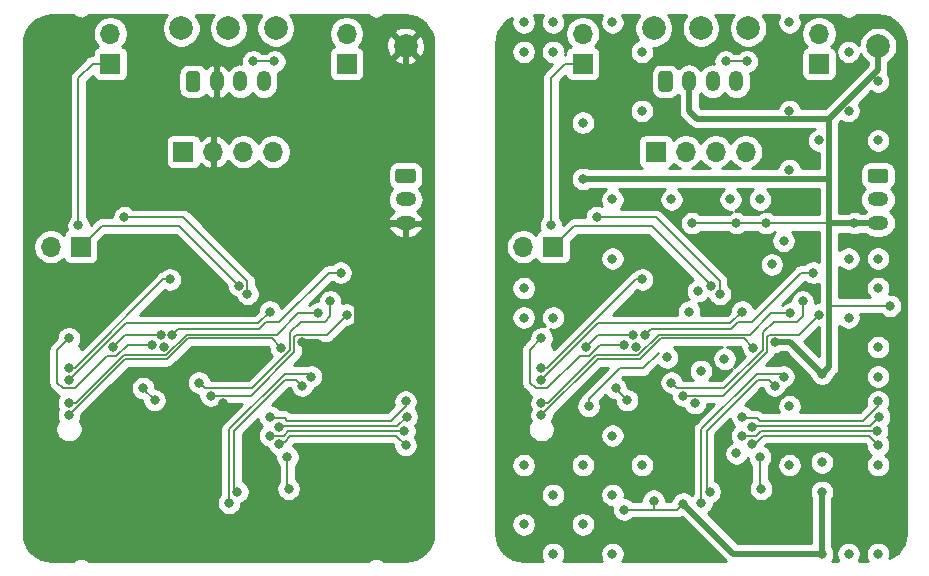
<source format=gbl>
G04 #@! TF.GenerationSoftware,KiCad,Pcbnew,(5.1.6)-1*
G04 #@! TF.CreationDate,2020-09-04T00:39:57+09:00*
G04 #@! TF.ProjectId,forMnu,666f724d-6e75-42e6-9b69-6361645f7063,rev?*
G04 #@! TF.SameCoordinates,Original*
G04 #@! TF.FileFunction,Copper,L2,Bot*
G04 #@! TF.FilePolarity,Positive*
%FSLAX46Y46*%
G04 Gerber Fmt 4.6, Leading zero omitted, Abs format (unit mm)*
G04 Created by KiCad (PCBNEW (5.1.6)-1) date 2020-09-04 00:39:57*
%MOMM*%
%LPD*%
G01*
G04 APERTURE LIST*
G04 #@! TA.AperFunction,ComponentPad*
%ADD10O,1.700000X1.700000*%
G04 #@! TD*
G04 #@! TA.AperFunction,ComponentPad*
%ADD11R,1.700000X1.700000*%
G04 #@! TD*
G04 #@! TA.AperFunction,ComponentPad*
%ADD12O,1.750000X1.200000*%
G04 #@! TD*
G04 #@! TA.AperFunction,ComponentPad*
%ADD13C,2.000000*%
G04 #@! TD*
G04 #@! TA.AperFunction,ComponentPad*
%ADD14O,1.200000X1.750000*%
G04 #@! TD*
G04 #@! TA.AperFunction,ViaPad*
%ADD15C,0.800000*%
G04 #@! TD*
G04 #@! TA.AperFunction,Conductor*
%ADD16C,0.500000*%
G04 #@! TD*
G04 #@! TA.AperFunction,Conductor*
%ADD17C,0.200000*%
G04 #@! TD*
G04 #@! TA.AperFunction,Conductor*
%ADD18C,0.254000*%
G04 #@! TD*
G04 #@! TA.AperFunction,NonConductor*
%ADD19C,0.254000*%
G04 #@! TD*
G04 APERTURE END LIST*
D10*
X73800000Y-38460000D03*
X71260000Y-38460000D03*
X68720000Y-38460000D03*
D11*
X66180000Y-38460000D03*
D12*
X85000000Y-44500000D03*
X85000000Y-42500000D03*
G04 #@! TA.AperFunction,ComponentPad*
G36*
G01*
X84374999Y-39900000D02*
X85625001Y-39900000D01*
G75*
G02*
X85875000Y-40149999I0J-249999D01*
G01*
X85875000Y-40850001D01*
G75*
G02*
X85625001Y-41100000I-249999J0D01*
G01*
X84374999Y-41100000D01*
G75*
G02*
X84125000Y-40850001I0J249999D01*
G01*
X84125000Y-40149999D01*
G75*
G02*
X84374999Y-39900000I249999J0D01*
G01*
G37*
G04 #@! TD.AperFunction*
D13*
X66000000Y-28000000D03*
X85000000Y-29500000D03*
D10*
X54960000Y-46500000D03*
D11*
X57500000Y-46500000D03*
D10*
X80000000Y-28460000D03*
D11*
X80000000Y-31000000D03*
X60000000Y-31000000D03*
D10*
X60000000Y-28460000D03*
D13*
X74000000Y-28000000D03*
D14*
X73000000Y-32500000D03*
X71000000Y-32500000D03*
X69000000Y-32500000D03*
G04 #@! TA.AperFunction,ComponentPad*
G36*
G01*
X66400000Y-33125001D02*
X66400000Y-31874999D01*
G75*
G02*
X66649999Y-31625000I249999J0D01*
G01*
X67350001Y-31625000D01*
G75*
G02*
X67600000Y-31874999I0J-249999D01*
G01*
X67600000Y-33125001D01*
G75*
G02*
X67350001Y-33375000I-249999J0D01*
G01*
X66649999Y-33375000D01*
G75*
G02*
X66400000Y-33125001I0J249999D01*
G01*
G37*
G04 #@! TD.AperFunction*
D13*
X70000000Y-28000000D03*
G04 #@! TA.AperFunction,ComponentPad*
G36*
G01*
X44374999Y-39900000D02*
X45625001Y-39900000D01*
G75*
G02*
X45875000Y-40149999I0J-249999D01*
G01*
X45875000Y-40850001D01*
G75*
G02*
X45625001Y-41100000I-249999J0D01*
G01*
X44374999Y-41100000D01*
G75*
G02*
X44125000Y-40850001I0J249999D01*
G01*
X44125000Y-40149999D01*
G75*
G02*
X44374999Y-39900000I249999J0D01*
G01*
G37*
G04 #@! TD.AperFunction*
D12*
X45000000Y-42500000D03*
X45000000Y-44500000D03*
D11*
X26180000Y-38460000D03*
D10*
X28720000Y-38460000D03*
X31260000Y-38460000D03*
X33800000Y-38460000D03*
G04 #@! TA.AperFunction,ComponentPad*
G36*
G01*
X26400000Y-33125001D02*
X26400000Y-31874999D01*
G75*
G02*
X26649999Y-31625000I249999J0D01*
G01*
X27350001Y-31625000D01*
G75*
G02*
X27600000Y-31874999I0J-249999D01*
G01*
X27600000Y-33125001D01*
G75*
G02*
X27350001Y-33375000I-249999J0D01*
G01*
X26649999Y-33375000D01*
G75*
G02*
X26400000Y-33125001I0J249999D01*
G01*
G37*
G04 #@! TD.AperFunction*
D14*
X29000000Y-32500000D03*
X31000000Y-32500000D03*
X33000000Y-32500000D03*
D11*
X17500000Y-46500000D03*
D10*
X14960000Y-46500000D03*
D11*
X40000000Y-31000000D03*
D10*
X40000000Y-28460000D03*
X20000000Y-28460000D03*
D11*
X20000000Y-31000000D03*
D13*
X30000000Y-28000000D03*
X34000000Y-28000000D03*
X26000000Y-28000000D03*
X45000000Y-29500000D03*
D15*
X62500000Y-67500000D03*
X82500000Y-35000000D03*
X67500000Y-42500000D03*
X75500000Y-44500000D03*
X65000000Y-35000000D03*
X65000000Y-30000000D03*
X60500000Y-60000032D03*
X83000000Y-44500000D03*
X80250000Y-64750000D03*
X82500000Y-72500000D03*
X85000000Y-72500000D03*
X85000000Y-55000000D03*
X72500000Y-42500000D03*
X85000000Y-50000000D03*
X65000000Y-65000000D03*
X75000000Y-42500000D03*
X73000000Y-44500000D03*
X82500000Y-30000000D03*
X85000000Y-37500000D03*
X62500000Y-27500000D03*
X55000000Y-27500000D03*
X55000000Y-30000000D03*
X62500000Y-47500000D03*
X82500000Y-52500000D03*
X85000000Y-47500000D03*
X85000000Y-57500000D03*
X77500000Y-27500000D03*
X77500000Y-40000000D03*
X55000000Y-65000000D03*
X62500000Y-42500000D03*
X62500000Y-62500000D03*
X82500000Y-47500000D03*
X57500000Y-52500000D03*
X69750000Y-50250000D03*
X76249992Y-54547160D03*
X57500000Y-72500000D03*
X80000000Y-37500000D03*
X62500000Y-72500000D03*
X77500000Y-35000000D03*
X77500000Y-60000000D03*
X85000000Y-65000000D03*
X85000000Y-32500000D03*
X57500000Y-27500000D03*
X60000000Y-65000000D03*
X77500000Y-65000000D03*
X57500000Y-30000000D03*
X55000000Y-52500000D03*
X55000000Y-50000000D03*
X60000000Y-36000000D03*
X73000000Y-64000000D03*
X70000000Y-57000000D03*
X76000000Y-48000000D03*
X77000000Y-46000000D03*
X67138336Y-55861664D03*
X69000000Y-52000000D03*
X72000000Y-56000000D03*
X80250000Y-72500000D03*
X80250000Y-57250000D03*
X60000000Y-40750000D03*
X80250000Y-67250000D03*
X64505018Y-55005018D03*
X69500000Y-59750000D03*
X69250000Y-44500000D03*
X86000000Y-51500000D03*
X55000000Y-70000000D03*
X57500000Y-67500000D03*
X66000000Y-68000000D03*
X60000000Y-70000000D03*
X63500000Y-68750000D03*
X68500000Y-68250000D03*
X75000000Y-64300000D03*
X57300000Y-44700000D03*
X75099948Y-67000000D03*
X62778984Y-58481066D03*
X63750000Y-59500000D03*
X70750000Y-67249984D03*
X76249995Y-58249995D03*
X77000000Y-57500000D03*
X70049990Y-68192608D03*
X56500000Y-60750000D03*
X74450000Y-55050000D03*
X56493977Y-59750000D03*
X77575000Y-52149979D03*
X73500000Y-52000000D03*
X56500000Y-57800000D03*
X56500000Y-56750000D03*
X65033071Y-49266929D03*
X60250008Y-55000000D03*
X64250000Y-54000000D03*
X63527527Y-54793984D03*
X56500000Y-54250012D03*
X65250000Y-53999988D03*
X79500010Y-48700000D03*
X73900000Y-30800000D03*
X72100000Y-30800000D03*
X70892881Y-49792889D03*
X78619982Y-51119982D03*
X67500000Y-58000032D03*
X68500000Y-59110010D03*
X79999998Y-52250000D03*
X85000000Y-63300000D03*
X74300000Y-63200000D03*
X84900000Y-62100000D03*
X73500000Y-62500000D03*
X85094982Y-60894982D03*
X74299970Y-61749203D03*
X73521716Y-60905256D03*
X85000000Y-59600000D03*
X71599996Y-50500000D03*
X61200000Y-44000000D03*
X28500000Y-68250000D03*
X40250000Y-72500000D03*
X40250000Y-67250000D03*
X40250000Y-57250000D03*
X20000000Y-40750000D03*
X46000000Y-51500000D03*
X23500000Y-68750000D03*
X26000000Y-68000000D03*
X29500000Y-59750000D03*
X29250000Y-44500000D03*
X24505018Y-55005018D03*
X15000000Y-70000000D03*
X17500000Y-67500000D03*
X20000000Y-70000000D03*
X22500000Y-67500000D03*
X25000000Y-65000000D03*
X17500000Y-72500000D03*
X22500000Y-72500000D03*
X42500000Y-72500000D03*
X45000000Y-72500000D03*
X45000000Y-65000000D03*
X40250000Y-64750000D03*
X37500000Y-65000000D03*
X37500000Y-60000000D03*
X45000000Y-57500000D03*
X45000000Y-55000000D03*
X42500000Y-52500000D03*
X45000000Y-50000000D03*
X45000000Y-47500000D03*
X42500000Y-47500000D03*
X43000000Y-44500000D03*
X35500000Y-44500000D03*
X32500000Y-42500000D03*
X35000000Y-42500000D03*
X33000000Y-44500000D03*
X37500000Y-40000000D03*
X37500000Y-35000000D03*
X40000000Y-37500000D03*
X42500000Y-35000000D03*
X42500000Y-30000000D03*
X45000000Y-32500000D03*
X45000000Y-37500000D03*
X37500000Y-27500000D03*
X22500000Y-27500000D03*
X15000000Y-27500000D03*
X15000000Y-30000000D03*
X17500000Y-27500000D03*
X17500000Y-30000000D03*
X25000000Y-30000000D03*
X25000000Y-35000000D03*
X20500000Y-60000032D03*
X15000000Y-65000000D03*
X20000000Y-65000000D03*
X22500000Y-62500000D03*
X15000000Y-52500000D03*
X17500000Y-52500000D03*
X15000000Y-50000000D03*
X22500000Y-47500000D03*
X22500000Y-42500000D03*
X27500000Y-42500000D03*
X29750000Y-50250000D03*
X20000000Y-36000000D03*
X36249992Y-54547160D03*
X33000000Y-64000000D03*
X30000000Y-57000000D03*
X32000000Y-56000000D03*
X27138336Y-55861664D03*
X29000000Y-52000000D03*
X36000000Y-48000000D03*
X37000000Y-46000000D03*
X17300000Y-44700000D03*
X35000000Y-64300000D03*
X35099948Y-67000000D03*
X22778984Y-58481066D03*
X23750000Y-59500000D03*
X30750000Y-67249984D03*
X36249995Y-58249995D03*
X30049990Y-68192608D03*
X37000000Y-57500000D03*
X16500000Y-60750000D03*
X34450000Y-55050000D03*
X37575000Y-52149979D03*
X16493977Y-59750000D03*
X33500000Y-52000000D03*
X16500000Y-57800000D03*
X25033071Y-49266929D03*
X16500000Y-56750000D03*
X24250000Y-54000000D03*
X20250008Y-55000000D03*
X23527527Y-54793984D03*
X16500000Y-54250012D03*
X39500010Y-48700000D03*
X25250000Y-53999988D03*
X33900000Y-30800000D03*
X32100000Y-30800000D03*
X30892881Y-49792889D03*
X38619982Y-51119982D03*
X27500000Y-58000032D03*
X39999998Y-52250000D03*
X28500000Y-59110010D03*
X45000000Y-63300000D03*
X34300000Y-63200000D03*
X44900000Y-62100000D03*
X33500000Y-62500000D03*
X34299970Y-61749203D03*
X45094982Y-60894982D03*
X45000000Y-59600000D03*
X33521716Y-60905256D03*
X31599996Y-50500000D03*
X21200000Y-44000000D03*
D16*
X80250000Y-67250000D02*
X80250000Y-72500000D01*
X80949998Y-44500000D02*
X80849999Y-44599999D01*
X80849999Y-35650001D02*
X69650001Y-35650001D01*
X85000000Y-44500000D02*
X83000000Y-44500000D01*
X80849999Y-44599999D02*
X80849999Y-40900001D01*
X80250000Y-57250000D02*
X80849999Y-56650001D01*
D17*
X81000000Y-51500000D02*
X80849999Y-51349999D01*
X86000000Y-51500000D02*
X81000000Y-51500000D01*
D16*
X72750000Y-72500000D02*
X80250000Y-72500000D01*
X60000000Y-40750000D02*
X80750000Y-40750000D01*
X85000000Y-31500000D02*
X85000000Y-29500000D01*
X80849999Y-35650001D02*
X85000000Y-31500000D01*
X69650001Y-35650001D02*
X69000000Y-35000000D01*
X68500000Y-68250000D02*
X72750000Y-72500000D01*
X80849999Y-40900001D02*
X80849999Y-35650001D01*
X69000000Y-35000000D02*
X69000000Y-32500000D01*
X80750000Y-40800002D02*
X80849999Y-40900001D01*
X80750000Y-40750000D02*
X80750000Y-40800002D01*
D17*
X66000000Y-68750000D02*
X68000000Y-68750000D01*
D16*
X83000000Y-44500000D02*
X80949998Y-44500000D01*
D17*
X63500000Y-68750000D02*
X66000000Y-68750000D01*
X69250000Y-44500000D02*
X73000000Y-44500000D01*
X80750000Y-44500000D02*
X80849999Y-44599999D01*
X68000000Y-68750000D02*
X68500000Y-68250000D01*
X75500000Y-44500000D02*
X80750000Y-44500000D01*
D16*
X80849999Y-51349999D02*
X80849999Y-44599999D01*
X80849999Y-56650001D02*
X80849999Y-51349999D01*
D17*
X66000000Y-68000000D02*
X66000000Y-68750000D01*
X73000000Y-44500000D02*
X75500000Y-44500000D01*
D16*
X77547160Y-54547160D02*
X76249992Y-54547160D01*
X80250000Y-57250000D02*
X77547160Y-54547160D01*
D17*
X63124336Y-56810011D02*
X60500000Y-59434347D01*
X65062659Y-56810011D02*
X63124336Y-56810011D01*
X66415336Y-55457334D02*
X65062659Y-56810011D01*
X60500000Y-59434347D02*
X60500000Y-60000032D01*
X57300000Y-32200000D02*
X57300000Y-44700000D01*
X62778984Y-58481066D02*
X62778984Y-58528984D01*
X75000000Y-64300000D02*
X75000000Y-66900052D01*
X60000000Y-31000000D02*
X58500000Y-31000000D01*
X75000000Y-66900052D02*
X75099948Y-67000000D01*
X62778984Y-58528984D02*
X63750000Y-59500000D01*
X58500000Y-31000000D02*
X57300000Y-32200000D01*
X70750000Y-67249984D02*
X70500000Y-66999984D01*
X70500000Y-66999984D02*
X70500000Y-62065700D01*
X70500000Y-62065700D02*
X74815700Y-57750000D01*
X74815700Y-57750000D02*
X75750000Y-57750000D01*
X75750000Y-57750000D02*
X76249995Y-58249995D01*
X70049990Y-61950010D02*
X74750000Y-57250000D01*
X74750000Y-57250000D02*
X76750000Y-57250000D01*
X70049990Y-68192608D02*
X70049990Y-61950010D01*
X76750000Y-57250000D02*
X77000000Y-57500000D01*
X56500000Y-60750000D02*
X61250000Y-56000000D01*
X64836666Y-56000000D02*
X66586666Y-54250000D01*
X66586666Y-54250000D02*
X73650000Y-54250000D01*
X73650000Y-54250000D02*
X74450000Y-55050000D01*
X61250000Y-56000000D02*
X64836666Y-56000000D01*
X74125711Y-53939989D02*
X66458256Y-53939989D01*
X57059662Y-59750000D02*
X56493977Y-59750000D01*
X77575000Y-52149979D02*
X75915721Y-52149979D01*
X64708256Y-55689989D02*
X61119673Y-55689989D01*
X61119673Y-55689989D02*
X57059662Y-59750000D01*
X66458256Y-53939989D02*
X64708256Y-55689989D01*
X75915721Y-52149979D02*
X74125711Y-53939989D01*
X61300000Y-53000000D02*
X72500000Y-53000000D01*
X72500000Y-53000000D02*
X73500000Y-52000000D01*
X56500000Y-57800000D02*
X61300000Y-53000000D01*
X64483071Y-49266929D02*
X57000000Y-56750000D01*
X57000000Y-56750000D02*
X56500000Y-56750000D01*
X65033071Y-49266929D02*
X64483071Y-49266929D01*
X61250008Y-54000000D02*
X60250008Y-55000000D01*
X64250000Y-54000000D02*
X61250008Y-54000000D01*
X61456016Y-54793984D02*
X60500000Y-55750000D01*
X57000000Y-58500000D02*
X56000000Y-58500000D01*
X56000000Y-58500000D02*
X55500000Y-58000000D01*
X55500000Y-55250012D02*
X56500000Y-54250012D01*
X63527527Y-54793984D02*
X61456016Y-54793984D01*
X60500000Y-55750000D02*
X59750000Y-55750000D01*
X55500000Y-58000000D02*
X55500000Y-55250012D01*
X59750000Y-55750000D02*
X57000000Y-58500000D01*
X79500010Y-48700000D02*
X78501668Y-48700000D01*
X74304518Y-52897150D02*
X73168550Y-52897150D01*
X78501668Y-48700000D02*
X74304518Y-52897150D01*
X72565700Y-53500000D02*
X65749988Y-53500000D01*
X73168550Y-52897150D02*
X72565700Y-53500000D01*
X65749988Y-53500000D02*
X65250000Y-53999988D01*
X73900000Y-30800000D02*
X72100000Y-30800000D01*
X57500000Y-46500000D02*
X59263856Y-44736144D01*
X59263856Y-44736144D02*
X65836136Y-44736144D01*
X65836136Y-44736144D02*
X70492882Y-49392890D01*
X70492882Y-49392890D02*
X70892881Y-49792889D01*
X78150011Y-52849989D02*
X76148740Y-52849989D01*
X75250000Y-53748729D02*
X75250000Y-55250000D01*
X75250000Y-55250000D02*
X72000000Y-58500000D01*
X72000000Y-58500000D02*
X67999968Y-58500000D01*
X78619982Y-52380018D02*
X78150011Y-52849989D01*
X76148740Y-52849989D02*
X75250000Y-53748729D01*
X67999968Y-58500000D02*
X67500000Y-58000032D01*
X78619982Y-51119982D02*
X78619982Y-52380018D01*
X75560011Y-54127139D02*
X75560011Y-55439989D01*
X71889990Y-59110010D02*
X68500000Y-59110010D01*
X78312848Y-53937150D02*
X75750000Y-53937150D01*
X75560011Y-55439989D02*
X71889990Y-59110010D01*
X75750000Y-53937150D02*
X75560011Y-54127139D01*
X79999998Y-52250000D02*
X78312848Y-53937150D01*
X85000000Y-63300000D02*
X84200000Y-62500000D01*
X84200000Y-62500000D02*
X75250000Y-62500000D01*
X74500000Y-63000000D02*
X74300000Y-63200000D01*
X74750000Y-63000000D02*
X74500000Y-63000000D01*
X75250000Y-62500000D02*
X74750000Y-63000000D01*
X75084300Y-62100000D02*
X74684300Y-62500000D01*
X74684300Y-62500000D02*
X73500000Y-62500000D01*
X84900000Y-62100000D02*
X75084300Y-62100000D01*
X84289986Y-61699978D02*
X85094982Y-60894982D01*
X74349195Y-61699978D02*
X84289986Y-61699978D01*
X74299970Y-61749203D02*
X74349195Y-61699978D01*
X73616460Y-61000000D02*
X73521716Y-60905256D01*
X83750000Y-61250000D02*
X75000000Y-61250000D01*
X85000000Y-59600000D02*
X85000000Y-60000000D01*
X85000000Y-60000000D02*
X83750000Y-61250000D01*
X75000000Y-61250000D02*
X74750000Y-61000000D01*
X74750000Y-61000000D02*
X73616460Y-61000000D01*
X71599996Y-49434296D02*
X66165700Y-44000000D01*
X66165700Y-44000000D02*
X61200000Y-44000000D01*
X71599996Y-50500000D02*
X71599996Y-49434296D01*
D16*
X28500000Y-68250000D02*
X32750000Y-72500000D01*
X32750000Y-72500000D02*
X40250000Y-72500000D01*
X40250000Y-67250000D02*
X40250000Y-72500000D01*
X45000000Y-31500000D02*
X45000000Y-29500000D01*
X40849999Y-35650001D02*
X45000000Y-31500000D01*
X40250000Y-57250000D02*
X40849999Y-56650001D01*
X29000000Y-35000000D02*
X29000000Y-32500000D01*
X40849999Y-35650001D02*
X29650001Y-35650001D01*
X29650001Y-35650001D02*
X29000000Y-35000000D01*
X40849999Y-40900001D02*
X40849999Y-35650001D01*
X40750000Y-40800002D02*
X40849999Y-40900001D01*
X20000000Y-40750000D02*
X40750000Y-40750000D01*
X40750000Y-40750000D02*
X40750000Y-40800002D01*
X40949998Y-44500000D02*
X40849999Y-44599999D01*
X45000000Y-44500000D02*
X43000000Y-44500000D01*
X40849999Y-44599999D02*
X40849999Y-40900001D01*
D17*
X41000000Y-51500000D02*
X40849999Y-51349999D01*
X46000000Y-51500000D02*
X41000000Y-51500000D01*
D16*
X40849999Y-56650001D02*
X40849999Y-51349999D01*
X40849999Y-51349999D02*
X40849999Y-44599999D01*
D17*
X28000000Y-68750000D02*
X28500000Y-68250000D01*
X26000000Y-68000000D02*
X26000000Y-68750000D01*
X23500000Y-68750000D02*
X26000000Y-68750000D01*
X26000000Y-68750000D02*
X28000000Y-68750000D01*
X40750000Y-44500000D02*
X40849999Y-44599999D01*
X29250000Y-44500000D02*
X33000000Y-44500000D01*
D16*
X43000000Y-44500000D02*
X40949998Y-44500000D01*
D17*
X35500000Y-44500000D02*
X40750000Y-44500000D01*
X33000000Y-44500000D02*
X35500000Y-44500000D01*
D16*
X40250000Y-57250000D02*
X37547160Y-54547160D01*
X37547160Y-54547160D02*
X36249992Y-54547160D01*
D17*
X23124336Y-56810011D02*
X20500000Y-59434347D01*
X20500000Y-59434347D02*
X20500000Y-60000032D01*
X25062659Y-56810011D02*
X23124336Y-56810011D01*
X26415336Y-55457334D02*
X25062659Y-56810011D01*
X17300000Y-32200000D02*
X17300000Y-44700000D01*
X20000000Y-31000000D02*
X18500000Y-31000000D01*
X18500000Y-31000000D02*
X17300000Y-32200000D01*
X35000000Y-64300000D02*
X35000000Y-66900052D01*
X35000000Y-66900052D02*
X35099948Y-67000000D01*
X22778984Y-58481066D02*
X22778984Y-58528984D01*
X22778984Y-58528984D02*
X23750000Y-59500000D01*
X35750000Y-57750000D02*
X36249995Y-58249995D01*
X34815700Y-57750000D02*
X35750000Y-57750000D01*
X30500000Y-62065700D02*
X34815700Y-57750000D01*
X30750000Y-67249984D02*
X30500000Y-66999984D01*
X30500000Y-66999984D02*
X30500000Y-62065700D01*
X34750000Y-57250000D02*
X36750000Y-57250000D01*
X30049990Y-68192608D02*
X30049990Y-61950010D01*
X36750000Y-57250000D02*
X37000000Y-57500000D01*
X30049990Y-61950010D02*
X34750000Y-57250000D01*
X33650000Y-54250000D02*
X34450000Y-55050000D01*
X16500000Y-60750000D02*
X21250000Y-56000000D01*
X21250000Y-56000000D02*
X24836666Y-56000000D01*
X24836666Y-56000000D02*
X26586666Y-54250000D01*
X26586666Y-54250000D02*
X33650000Y-54250000D01*
X37575000Y-52149979D02*
X35915721Y-52149979D01*
X17059662Y-59750000D02*
X16493977Y-59750000D01*
X24708256Y-55689989D02*
X21119673Y-55689989D01*
X21119673Y-55689989D02*
X17059662Y-59750000D01*
X34125711Y-53939989D02*
X26458256Y-53939989D01*
X35915721Y-52149979D02*
X34125711Y-53939989D01*
X26458256Y-53939989D02*
X24708256Y-55689989D01*
X32500000Y-53000000D02*
X33500000Y-52000000D01*
X16500000Y-57800000D02*
X21300000Y-53000000D01*
X21300000Y-53000000D02*
X32500000Y-53000000D01*
X25033071Y-49266929D02*
X24483071Y-49266929D01*
X17000000Y-56750000D02*
X16500000Y-56750000D01*
X24483071Y-49266929D02*
X17000000Y-56750000D01*
X21250008Y-54000000D02*
X20250008Y-55000000D01*
X24250000Y-54000000D02*
X21250008Y-54000000D01*
X15500000Y-55250012D02*
X16500000Y-54250012D01*
X16000000Y-58500000D02*
X15500000Y-58000000D01*
X15500000Y-58000000D02*
X15500000Y-55250012D01*
X21456016Y-54793984D02*
X20500000Y-55750000D01*
X23527527Y-54793984D02*
X21456016Y-54793984D01*
X20500000Y-55750000D02*
X19750000Y-55750000D01*
X19750000Y-55750000D02*
X17000000Y-58500000D01*
X17000000Y-58500000D02*
X16000000Y-58500000D01*
X25749988Y-53500000D02*
X25250000Y-53999988D01*
X39500010Y-48700000D02*
X38501668Y-48700000D01*
X34304518Y-52897150D02*
X33168550Y-52897150D01*
X38501668Y-48700000D02*
X34304518Y-52897150D01*
X32565700Y-53500000D02*
X25749988Y-53500000D01*
X33168550Y-52897150D02*
X32565700Y-53500000D01*
X33900000Y-30800000D02*
X32100000Y-30800000D01*
X19263856Y-44736144D02*
X25836136Y-44736144D01*
X30492882Y-49392890D02*
X30892881Y-49792889D01*
X17500000Y-46500000D02*
X19263856Y-44736144D01*
X25836136Y-44736144D02*
X30492882Y-49392890D01*
X27999968Y-58500000D02*
X27500000Y-58000032D01*
X32000000Y-58500000D02*
X27999968Y-58500000D01*
X35250000Y-55250000D02*
X32000000Y-58500000D01*
X35250000Y-53748729D02*
X35250000Y-55250000D01*
X38619982Y-52380018D02*
X38150011Y-52849989D01*
X38150011Y-52849989D02*
X36148740Y-52849989D01*
X36148740Y-52849989D02*
X35250000Y-53748729D01*
X38619982Y-51119982D02*
X38619982Y-52380018D01*
X31889990Y-59110010D02*
X28500000Y-59110010D01*
X35560011Y-55439989D02*
X31889990Y-59110010D01*
X35560011Y-54127139D02*
X35560011Y-55439989D01*
X39999998Y-52250000D02*
X38312848Y-53937150D01*
X35750000Y-53937150D02*
X35560011Y-54127139D01*
X38312848Y-53937150D02*
X35750000Y-53937150D01*
X34500000Y-63000000D02*
X34300000Y-63200000D01*
X44200000Y-62500000D02*
X35250000Y-62500000D01*
X35250000Y-62500000D02*
X34750000Y-63000000D01*
X45000000Y-63300000D02*
X44200000Y-62500000D01*
X34750000Y-63000000D02*
X34500000Y-63000000D01*
X34684300Y-62500000D02*
X33500000Y-62500000D01*
X44900000Y-62100000D02*
X35084300Y-62100000D01*
X35084300Y-62100000D02*
X34684300Y-62500000D01*
X34349195Y-61699978D02*
X44289986Y-61699978D01*
X34299970Y-61749203D02*
X34349195Y-61699978D01*
X44289986Y-61699978D02*
X45094982Y-60894982D01*
X33616460Y-61000000D02*
X33521716Y-60905256D01*
X43750000Y-61250000D02*
X35000000Y-61250000D01*
X45000000Y-59600000D02*
X45000000Y-60000000D01*
X45000000Y-60000000D02*
X43750000Y-61250000D01*
X35000000Y-61250000D02*
X34750000Y-61000000D01*
X34750000Y-61000000D02*
X33616460Y-61000000D01*
X31599996Y-50500000D02*
X31599996Y-49434296D01*
X31599996Y-49434296D02*
X26165700Y-44000000D01*
X26165700Y-44000000D02*
X21200000Y-44000000D01*
D18*
G36*
X16903972Y-26976262D02*
G01*
X17057111Y-27078586D01*
X17227271Y-27149068D01*
X17407911Y-27185000D01*
X17592089Y-27185000D01*
X17772729Y-27149068D01*
X17942889Y-27078586D01*
X18096028Y-26976262D01*
X18162290Y-26910000D01*
X24777761Y-26910000D01*
X24730013Y-26957748D01*
X24551082Y-27225537D01*
X24427832Y-27523088D01*
X24365000Y-27838967D01*
X24365000Y-28161033D01*
X24427832Y-28476912D01*
X24551082Y-28774463D01*
X24730013Y-29042252D01*
X24957748Y-29269987D01*
X25225537Y-29448918D01*
X25523088Y-29572168D01*
X25838967Y-29635000D01*
X26161033Y-29635000D01*
X26476912Y-29572168D01*
X26774463Y-29448918D01*
X27042252Y-29269987D01*
X27269987Y-29042252D01*
X27448918Y-28774463D01*
X27572168Y-28476912D01*
X27635000Y-28161033D01*
X27635000Y-27838967D01*
X27572168Y-27523088D01*
X27448918Y-27225537D01*
X27269987Y-26957748D01*
X27222239Y-26910000D01*
X28777761Y-26910000D01*
X28730013Y-26957748D01*
X28551082Y-27225537D01*
X28427832Y-27523088D01*
X28365000Y-27838967D01*
X28365000Y-28161033D01*
X28427832Y-28476912D01*
X28551082Y-28774463D01*
X28730013Y-29042252D01*
X28957748Y-29269987D01*
X29225537Y-29448918D01*
X29523088Y-29572168D01*
X29838967Y-29635000D01*
X30161033Y-29635000D01*
X30476912Y-29572168D01*
X30774463Y-29448918D01*
X31042252Y-29269987D01*
X31269987Y-29042252D01*
X31448918Y-28774463D01*
X31572168Y-28476912D01*
X31635000Y-28161033D01*
X31635000Y-27838967D01*
X31572168Y-27523088D01*
X31448918Y-27225537D01*
X31269987Y-26957748D01*
X31222239Y-26910000D01*
X32777761Y-26910000D01*
X32730013Y-26957748D01*
X32551082Y-27225537D01*
X32427832Y-27523088D01*
X32365000Y-27838967D01*
X32365000Y-28161033D01*
X32427832Y-28476912D01*
X32551082Y-28774463D01*
X32730013Y-29042252D01*
X32957748Y-29269987D01*
X33225537Y-29448918D01*
X33523088Y-29572168D01*
X33838967Y-29635000D01*
X34161033Y-29635000D01*
X34476912Y-29572168D01*
X34774463Y-29448918D01*
X35042252Y-29269987D01*
X35269987Y-29042252D01*
X35448918Y-28774463D01*
X35572168Y-28476912D01*
X35635000Y-28161033D01*
X35635000Y-27838967D01*
X35572168Y-27523088D01*
X35448918Y-27225537D01*
X35269987Y-26957748D01*
X35222239Y-26910000D01*
X41837710Y-26910000D01*
X41903972Y-26976262D01*
X42057111Y-27078586D01*
X42227271Y-27149068D01*
X42407911Y-27185000D01*
X42592089Y-27185000D01*
X42772729Y-27149068D01*
X42942889Y-27078586D01*
X43096028Y-26976262D01*
X43162290Y-26910000D01*
X44967721Y-26910000D01*
X45453893Y-26957670D01*
X45890498Y-27089489D01*
X46293185Y-27303600D01*
X46646612Y-27591848D01*
X46937327Y-27943261D01*
X47154242Y-28344439D01*
X47289106Y-28780113D01*
X47340000Y-29264344D01*
X47340001Y-70717711D01*
X47292330Y-71203894D01*
X47160512Y-71640497D01*
X46946399Y-72043186D01*
X46658150Y-72396613D01*
X46306739Y-72687327D01*
X45905564Y-72904240D01*
X45469886Y-73039106D01*
X44985664Y-73090000D01*
X43162290Y-73090000D01*
X43096028Y-73023738D01*
X42942889Y-72921414D01*
X42772729Y-72850932D01*
X42592089Y-72815000D01*
X42407911Y-72815000D01*
X42227271Y-72850932D01*
X42057111Y-72921414D01*
X41903972Y-73023738D01*
X41837710Y-73090000D01*
X18162290Y-73090000D01*
X18096028Y-73023738D01*
X17942889Y-72921414D01*
X17772729Y-72850932D01*
X17592089Y-72815000D01*
X17407911Y-72815000D01*
X17227271Y-72850932D01*
X17057111Y-72921414D01*
X16903972Y-73023738D01*
X16837710Y-73090000D01*
X15032279Y-73090000D01*
X14546106Y-73042330D01*
X14109503Y-72910512D01*
X13706814Y-72696399D01*
X13353387Y-72408150D01*
X13062673Y-72056739D01*
X12845760Y-71655564D01*
X12710894Y-71219886D01*
X12660000Y-70735664D01*
X12660000Y-55250012D01*
X14761444Y-55250012D01*
X14765001Y-55286127D01*
X14765000Y-57963895D01*
X14761444Y-58000000D01*
X14775635Y-58144085D01*
X14780560Y-58160319D01*
X14817663Y-58282632D01*
X14885913Y-58410319D01*
X14977762Y-58522237D01*
X15005808Y-58545254D01*
X15454746Y-58994192D01*
X15477762Y-59022238D01*
X15589680Y-59114087D01*
X15651882Y-59147334D01*
X15576772Y-59259744D01*
X15498751Y-59448102D01*
X15458977Y-59648061D01*
X15458977Y-59851939D01*
X15498751Y-60051898D01*
X15576772Y-60240256D01*
X15586294Y-60254507D01*
X15582795Y-60259744D01*
X15504774Y-60448102D01*
X15465000Y-60648061D01*
X15465000Y-60851939D01*
X15504774Y-61051898D01*
X15581898Y-61238091D01*
X15485314Y-61382639D01*
X15399002Y-61591016D01*
X15355000Y-61812227D01*
X15355000Y-62037773D01*
X15399002Y-62258984D01*
X15485314Y-62467361D01*
X15610621Y-62654895D01*
X15770105Y-62814379D01*
X15957639Y-62939686D01*
X16166016Y-63025998D01*
X16387227Y-63070000D01*
X16612773Y-63070000D01*
X16833984Y-63025998D01*
X17042361Y-62939686D01*
X17229895Y-62814379D01*
X17389379Y-62654895D01*
X17514686Y-62467361D01*
X17600998Y-62258984D01*
X17645000Y-62037773D01*
X17645000Y-61812227D01*
X17600998Y-61591016D01*
X17514686Y-61382639D01*
X17418102Y-61238091D01*
X17495226Y-61051898D01*
X17535000Y-60851939D01*
X17535000Y-60754446D01*
X19910319Y-58379127D01*
X21743984Y-58379127D01*
X21743984Y-58583005D01*
X21783758Y-58782964D01*
X21861779Y-58971322D01*
X21975047Y-59140840D01*
X22119210Y-59285003D01*
X22288728Y-59398271D01*
X22477086Y-59476292D01*
X22677045Y-59516066D01*
X22715000Y-59516066D01*
X22715000Y-59601939D01*
X22754774Y-59801898D01*
X22832795Y-59990256D01*
X22946063Y-60159774D01*
X23090226Y-60303937D01*
X23259744Y-60417205D01*
X23448102Y-60495226D01*
X23648061Y-60535000D01*
X23851939Y-60535000D01*
X24051898Y-60495226D01*
X24240256Y-60417205D01*
X24409774Y-60303937D01*
X24553937Y-60159774D01*
X24667205Y-59990256D01*
X24745226Y-59801898D01*
X24785000Y-59601939D01*
X24785000Y-59398061D01*
X24745226Y-59198102D01*
X24667205Y-59009744D01*
X24553937Y-58840226D01*
X24409774Y-58696063D01*
X24240256Y-58582795D01*
X24051898Y-58504774D01*
X23851939Y-58465000D01*
X23813984Y-58465000D01*
X23813984Y-58379127D01*
X23774210Y-58179168D01*
X23696189Y-57990810D01*
X23582921Y-57821292D01*
X23438758Y-57677129D01*
X23269240Y-57563861D01*
X23080882Y-57485840D01*
X22880923Y-57446066D01*
X22677045Y-57446066D01*
X22477086Y-57485840D01*
X22288728Y-57563861D01*
X22119210Y-57677129D01*
X21975047Y-57821292D01*
X21861779Y-57990810D01*
X21783758Y-58179168D01*
X21743984Y-58379127D01*
X19910319Y-58379127D01*
X21554447Y-56735000D01*
X24800561Y-56735000D01*
X24836666Y-56738556D01*
X24872771Y-56735000D01*
X24980751Y-56724365D01*
X25119299Y-56682337D01*
X25246986Y-56614087D01*
X25358904Y-56522238D01*
X25381924Y-56494188D01*
X26891113Y-54985000D01*
X33345554Y-54985000D01*
X33415000Y-55054446D01*
X33415000Y-55151939D01*
X33454774Y-55351898D01*
X33532795Y-55540256D01*
X33646063Y-55709774D01*
X33698421Y-55762132D01*
X31695554Y-57765000D01*
X28508526Y-57765000D01*
X28495226Y-57698134D01*
X28417205Y-57509776D01*
X28303937Y-57340258D01*
X28159774Y-57196095D01*
X27990256Y-57082827D01*
X27801898Y-57004806D01*
X27601939Y-56965032D01*
X27398061Y-56965032D01*
X27198102Y-57004806D01*
X27009744Y-57082827D01*
X26840226Y-57196095D01*
X26696063Y-57340258D01*
X26582795Y-57509776D01*
X26504774Y-57698134D01*
X26465000Y-57898093D01*
X26465000Y-58101971D01*
X26504774Y-58301930D01*
X26582795Y-58490288D01*
X26696063Y-58659806D01*
X26840226Y-58803969D01*
X27009744Y-58917237D01*
X27198102Y-58995258D01*
X27398061Y-59035032D01*
X27465000Y-59035032D01*
X27465000Y-59211949D01*
X27504774Y-59411908D01*
X27582795Y-59600266D01*
X27696063Y-59769784D01*
X27840226Y-59913947D01*
X28009744Y-60027215D01*
X28198102Y-60105236D01*
X28398061Y-60145010D01*
X28601939Y-60145010D01*
X28801898Y-60105236D01*
X28990256Y-60027215D01*
X29159774Y-59913947D01*
X29228711Y-59845010D01*
X31115544Y-59845010D01*
X29555798Y-61404756D01*
X29527753Y-61427772D01*
X29435904Y-61539690D01*
X29396139Y-61614086D01*
X29367654Y-61667377D01*
X29325625Y-61805925D01*
X29311434Y-61950010D01*
X29314991Y-61986125D01*
X29314990Y-67463897D01*
X29246053Y-67532834D01*
X29132785Y-67702352D01*
X29054764Y-67890710D01*
X29014990Y-68090669D01*
X29014990Y-68294547D01*
X29054764Y-68494506D01*
X29132785Y-68682864D01*
X29246053Y-68852382D01*
X29390216Y-68996545D01*
X29559734Y-69109813D01*
X29748092Y-69187834D01*
X29948051Y-69227608D01*
X30151929Y-69227608D01*
X30351888Y-69187834D01*
X30540246Y-69109813D01*
X30709764Y-68996545D01*
X30853927Y-68852382D01*
X30967195Y-68682864D01*
X31045216Y-68494506D01*
X31084990Y-68294547D01*
X31084990Y-68231503D01*
X31240256Y-68167189D01*
X31409774Y-68053921D01*
X31553937Y-67909758D01*
X31667205Y-67740240D01*
X31745226Y-67551882D01*
X31785000Y-67351923D01*
X31785000Y-67148045D01*
X31745226Y-66948086D01*
X31667205Y-66759728D01*
X31553937Y-66590210D01*
X31409774Y-66446047D01*
X31240256Y-66332779D01*
X31235000Y-66330602D01*
X31235000Y-62370146D01*
X32505171Y-61099975D01*
X32526490Y-61207154D01*
X32604511Y-61395512D01*
X32717779Y-61565030D01*
X32845373Y-61692624D01*
X32840226Y-61696063D01*
X32696063Y-61840226D01*
X32582795Y-62009744D01*
X32504774Y-62198102D01*
X32465000Y-62398061D01*
X32465000Y-62601939D01*
X32504774Y-62801898D01*
X32582795Y-62990256D01*
X32696063Y-63159774D01*
X32840226Y-63303937D01*
X33009744Y-63417205D01*
X33198102Y-63495226D01*
X33311340Y-63517750D01*
X33382795Y-63690256D01*
X33496063Y-63859774D01*
X33640226Y-64003937D01*
X33809744Y-64117205D01*
X33968041Y-64182774D01*
X33965000Y-64198061D01*
X33965000Y-64401939D01*
X34004774Y-64601898D01*
X34082795Y-64790256D01*
X34196063Y-64959774D01*
X34265000Y-65028711D01*
X34265001Y-66386636D01*
X34182743Y-66509744D01*
X34104722Y-66698102D01*
X34064948Y-66898061D01*
X34064948Y-67101939D01*
X34104722Y-67301898D01*
X34182743Y-67490256D01*
X34296011Y-67659774D01*
X34440174Y-67803937D01*
X34609692Y-67917205D01*
X34798050Y-67995226D01*
X34998009Y-68035000D01*
X35201887Y-68035000D01*
X35401846Y-67995226D01*
X35590204Y-67917205D01*
X35759722Y-67803937D01*
X35903885Y-67659774D01*
X36017153Y-67490256D01*
X36095174Y-67301898D01*
X36134948Y-67101939D01*
X36134948Y-66898061D01*
X36095174Y-66698102D01*
X36017153Y-66509744D01*
X35903885Y-66340226D01*
X35759722Y-66196063D01*
X35735000Y-66179544D01*
X35735000Y-65028711D01*
X35803937Y-64959774D01*
X35917205Y-64790256D01*
X35995226Y-64601898D01*
X36035000Y-64401939D01*
X36035000Y-64198061D01*
X35995226Y-63998102D01*
X35917205Y-63809744D01*
X35803937Y-63640226D01*
X35659774Y-63496063D01*
X35490256Y-63382795D01*
X35431139Y-63358308D01*
X35554447Y-63235000D01*
X43895554Y-63235000D01*
X43965000Y-63304446D01*
X43965000Y-63401939D01*
X44004774Y-63601898D01*
X44082795Y-63790256D01*
X44196063Y-63959774D01*
X44340226Y-64103937D01*
X44509744Y-64217205D01*
X44698102Y-64295226D01*
X44898061Y-64335000D01*
X45101939Y-64335000D01*
X45301898Y-64295226D01*
X45490256Y-64217205D01*
X45659774Y-64103937D01*
X45803937Y-63959774D01*
X45917205Y-63790256D01*
X45995226Y-63601898D01*
X46035000Y-63401939D01*
X46035000Y-63198061D01*
X45995226Y-62998102D01*
X45917205Y-62809744D01*
X45803937Y-62640226D01*
X45791875Y-62628164D01*
X45817205Y-62590256D01*
X45895226Y-62401898D01*
X45935000Y-62201939D01*
X45935000Y-61998061D01*
X45895226Y-61798102D01*
X45825033Y-61628642D01*
X45898919Y-61554756D01*
X46012187Y-61385238D01*
X46090208Y-61196880D01*
X46129982Y-60996921D01*
X46129982Y-60793043D01*
X46090208Y-60593084D01*
X46012187Y-60404726D01*
X45898919Y-60235208D01*
X45851821Y-60188110D01*
X45917205Y-60090256D01*
X45995226Y-59901898D01*
X46035000Y-59701939D01*
X46035000Y-59498061D01*
X45995226Y-59298102D01*
X45917205Y-59109744D01*
X45803937Y-58940226D01*
X45659774Y-58796063D01*
X45490256Y-58682795D01*
X45301898Y-58604774D01*
X45101939Y-58565000D01*
X44898061Y-58565000D01*
X44698102Y-58604774D01*
X44509744Y-58682795D01*
X44340226Y-58796063D01*
X44196063Y-58940226D01*
X44082795Y-59109744D01*
X44004774Y-59298102D01*
X43965000Y-59498061D01*
X43965000Y-59701939D01*
X44004774Y-59901898D01*
X44020556Y-59939998D01*
X43445554Y-60515000D01*
X35304446Y-60515000D01*
X35295259Y-60505813D01*
X35272238Y-60477762D01*
X35160320Y-60385913D01*
X35032633Y-60317663D01*
X34894085Y-60275635D01*
X34786105Y-60265000D01*
X34750000Y-60261444D01*
X34713895Y-60265000D01*
X34338694Y-60265000D01*
X34325653Y-60245482D01*
X34181490Y-60101319D01*
X34011972Y-59988051D01*
X33823614Y-59910030D01*
X33716436Y-59888711D01*
X35120147Y-58485000D01*
X35241463Y-58485000D01*
X35254769Y-58551893D01*
X35332790Y-58740251D01*
X35446058Y-58909769D01*
X35590221Y-59053932D01*
X35759739Y-59167200D01*
X35948097Y-59245221D01*
X36148056Y-59284995D01*
X36351934Y-59284995D01*
X36551893Y-59245221D01*
X36740251Y-59167200D01*
X36909769Y-59053932D01*
X37053932Y-58909769D01*
X37167200Y-58740251D01*
X37245221Y-58551893D01*
X37254622Y-58504630D01*
X37301898Y-58495226D01*
X37490256Y-58417205D01*
X37659774Y-58303937D01*
X37803937Y-58159774D01*
X37917205Y-57990256D01*
X37995226Y-57801898D01*
X38035000Y-57601939D01*
X38035000Y-57398061D01*
X37995226Y-57198102D01*
X37917205Y-57009744D01*
X37803937Y-56840226D01*
X37659774Y-56696063D01*
X37490256Y-56582795D01*
X37301898Y-56504774D01*
X37101939Y-56465000D01*
X36898061Y-56465000D01*
X36698102Y-56504774D01*
X36673414Y-56515000D01*
X35524447Y-56515000D01*
X36054204Y-55985243D01*
X36082249Y-55962227D01*
X36174098Y-55850309D01*
X36242348Y-55722622D01*
X36284376Y-55584074D01*
X36295011Y-55476094D01*
X36295011Y-55476085D01*
X36298566Y-55439990D01*
X36295011Y-55403895D01*
X36295011Y-54672150D01*
X38276743Y-54672150D01*
X38312848Y-54675706D01*
X38348953Y-54672150D01*
X38456933Y-54661515D01*
X38595481Y-54619487D01*
X38723168Y-54551237D01*
X38835086Y-54459388D01*
X38858106Y-54431338D01*
X40004445Y-53285000D01*
X40101937Y-53285000D01*
X40301896Y-53245226D01*
X40490254Y-53167205D01*
X40659772Y-53053937D01*
X40803935Y-52909774D01*
X40917203Y-52740256D01*
X40995224Y-52551898D01*
X41034998Y-52351939D01*
X41034998Y-52148061D01*
X40995224Y-51948102D01*
X40917203Y-51759744D01*
X40803935Y-51590226D01*
X40659772Y-51446063D01*
X40490254Y-51332795D01*
X40301896Y-51254774D01*
X40101937Y-51215000D01*
X39898059Y-51215000D01*
X39698100Y-51254774D01*
X39643989Y-51277188D01*
X39654982Y-51221921D01*
X39654982Y-51018043D01*
X39615208Y-50818084D01*
X39537187Y-50629726D01*
X39423919Y-50460208D01*
X39279756Y-50316045D01*
X39110238Y-50202777D01*
X38921880Y-50124756D01*
X38721921Y-50084982D01*
X38518043Y-50084982D01*
X38318084Y-50124756D01*
X38129726Y-50202777D01*
X37960208Y-50316045D01*
X37816045Y-50460208D01*
X37702777Y-50629726D01*
X37624756Y-50818084D01*
X37584982Y-51018043D01*
X37584982Y-51114979D01*
X37473061Y-51114979D01*
X37273102Y-51154753D01*
X37084744Y-51232774D01*
X36915226Y-51346042D01*
X36846289Y-51414979D01*
X36826135Y-51414979D01*
X38788707Y-49452408D01*
X38840236Y-49503937D01*
X39009754Y-49617205D01*
X39198112Y-49695226D01*
X39398071Y-49735000D01*
X39601949Y-49735000D01*
X39801908Y-49695226D01*
X39990266Y-49617205D01*
X40159784Y-49503937D01*
X40303947Y-49359774D01*
X40417215Y-49190256D01*
X40495236Y-49001898D01*
X40535010Y-48801939D01*
X40535010Y-48598061D01*
X40495236Y-48398102D01*
X40417215Y-48209744D01*
X40303947Y-48040226D01*
X40159784Y-47896063D01*
X39990266Y-47782795D01*
X39801908Y-47704774D01*
X39601949Y-47665000D01*
X39398071Y-47665000D01*
X39198112Y-47704774D01*
X39009754Y-47782795D01*
X38840236Y-47896063D01*
X38771299Y-47965000D01*
X38537762Y-47965000D01*
X38501667Y-47961445D01*
X38465572Y-47965000D01*
X38465563Y-47965000D01*
X38357583Y-47975635D01*
X38219035Y-48017663D01*
X38091348Y-48085913D01*
X37979430Y-48177762D01*
X37956414Y-48205807D01*
X34486115Y-51676107D01*
X34417205Y-51509744D01*
X34303937Y-51340226D01*
X34159774Y-51196063D01*
X33990256Y-51082795D01*
X33801898Y-51004774D01*
X33601939Y-50965000D01*
X33398061Y-50965000D01*
X33198102Y-51004774D01*
X33009744Y-51082795D01*
X32840226Y-51196063D01*
X32696063Y-51340226D01*
X32582795Y-51509744D01*
X32504774Y-51698102D01*
X32465000Y-51898061D01*
X32465000Y-51995554D01*
X32195554Y-52265000D01*
X22524447Y-52265000D01*
X24587008Y-50202439D01*
X24731173Y-50262155D01*
X24931132Y-50301929D01*
X25135010Y-50301929D01*
X25334969Y-50262155D01*
X25523327Y-50184134D01*
X25692845Y-50070866D01*
X25837008Y-49926703D01*
X25950276Y-49757185D01*
X26028297Y-49568827D01*
X26068071Y-49368868D01*
X26068071Y-49164990D01*
X26028297Y-48965031D01*
X25950276Y-48776673D01*
X25837008Y-48607155D01*
X25692845Y-48462992D01*
X25523327Y-48349724D01*
X25334969Y-48271703D01*
X25135010Y-48231929D01*
X24931132Y-48231929D01*
X24731173Y-48271703D01*
X24542815Y-48349724D01*
X24373297Y-48462992D01*
X24274017Y-48562272D01*
X24200438Y-48584592D01*
X24072751Y-48652842D01*
X23960833Y-48744691D01*
X23937817Y-48772736D01*
X17562494Y-55148059D01*
X17514686Y-55032639D01*
X17389379Y-54845105D01*
X17364068Y-54819794D01*
X17417205Y-54740268D01*
X17495226Y-54551910D01*
X17535000Y-54351951D01*
X17535000Y-54148073D01*
X17495226Y-53948114D01*
X17417205Y-53759756D01*
X17303937Y-53590238D01*
X17159774Y-53446075D01*
X16990256Y-53332807D01*
X16801898Y-53254786D01*
X16601939Y-53215012D01*
X16398061Y-53215012D01*
X16198102Y-53254786D01*
X16009744Y-53332807D01*
X15840226Y-53446075D01*
X15696063Y-53590238D01*
X15582795Y-53759756D01*
X15504774Y-53948114D01*
X15465000Y-54148073D01*
X15465000Y-54245566D01*
X15005808Y-54704758D01*
X14977763Y-54727774D01*
X14885914Y-54839692D01*
X14827990Y-54948061D01*
X14817664Y-54967379D01*
X14775635Y-55105927D01*
X14761444Y-55250012D01*
X12660000Y-55250012D01*
X12660000Y-46353740D01*
X13475000Y-46353740D01*
X13475000Y-46646260D01*
X13532068Y-46933158D01*
X13644010Y-47203411D01*
X13806525Y-47446632D01*
X14013368Y-47653475D01*
X14256589Y-47815990D01*
X14526842Y-47927932D01*
X14813740Y-47985000D01*
X15106260Y-47985000D01*
X15393158Y-47927932D01*
X15663411Y-47815990D01*
X15906632Y-47653475D01*
X16038487Y-47521620D01*
X16060498Y-47594180D01*
X16119463Y-47704494D01*
X16198815Y-47801185D01*
X16295506Y-47880537D01*
X16405820Y-47939502D01*
X16525518Y-47975812D01*
X16650000Y-47988072D01*
X18350000Y-47988072D01*
X18474482Y-47975812D01*
X18594180Y-47939502D01*
X18704494Y-47880537D01*
X18801185Y-47801185D01*
X18880537Y-47704494D01*
X18939502Y-47594180D01*
X18975812Y-47474482D01*
X18988072Y-47350000D01*
X18988072Y-46051375D01*
X19568303Y-45471144D01*
X25531690Y-45471144D01*
X29857881Y-49797336D01*
X29857881Y-49894828D01*
X29897655Y-50094787D01*
X29975676Y-50283145D01*
X30088944Y-50452663D01*
X30233107Y-50596826D01*
X30402625Y-50710094D01*
X30590983Y-50788115D01*
X30602483Y-50790403D01*
X30604770Y-50801898D01*
X30682791Y-50990256D01*
X30796059Y-51159774D01*
X30940222Y-51303937D01*
X31109740Y-51417205D01*
X31298098Y-51495226D01*
X31498057Y-51535000D01*
X31701935Y-51535000D01*
X31901894Y-51495226D01*
X32090252Y-51417205D01*
X32259770Y-51303937D01*
X32403933Y-51159774D01*
X32517201Y-50990256D01*
X32595222Y-50801898D01*
X32634996Y-50601939D01*
X32634996Y-50398061D01*
X32595222Y-50198102D01*
X32517201Y-50009744D01*
X32403933Y-49840226D01*
X32334996Y-49771289D01*
X32334996Y-49470392D01*
X32338551Y-49434295D01*
X32334996Y-49398198D01*
X32334996Y-49398191D01*
X32324361Y-49290211D01*
X32317299Y-49266929D01*
X32311612Y-49248182D01*
X32282333Y-49151663D01*
X32214083Y-49023976D01*
X32122234Y-48912058D01*
X32094189Y-48889042D01*
X28022756Y-44817609D01*
X43531538Y-44817609D01*
X43535409Y-44855282D01*
X43627579Y-45080533D01*
X43761922Y-45283474D01*
X43933275Y-45456307D01*
X44135054Y-45592390D01*
X44359504Y-45686493D01*
X44598000Y-45735000D01*
X44873000Y-45735000D01*
X44873000Y-44627000D01*
X45127000Y-44627000D01*
X45127000Y-45735000D01*
X45402000Y-45735000D01*
X45640496Y-45686493D01*
X45864946Y-45592390D01*
X46066725Y-45456307D01*
X46238078Y-45283474D01*
X46372421Y-45080533D01*
X46464591Y-44855282D01*
X46468462Y-44817609D01*
X46343731Y-44627000D01*
X45127000Y-44627000D01*
X44873000Y-44627000D01*
X43656269Y-44627000D01*
X43531538Y-44817609D01*
X28022756Y-44817609D01*
X26710959Y-43505813D01*
X26687938Y-43477762D01*
X26576020Y-43385913D01*
X26448333Y-43317663D01*
X26309785Y-43275635D01*
X26201805Y-43265000D01*
X26165700Y-43261444D01*
X26129595Y-43265000D01*
X21928711Y-43265000D01*
X21859774Y-43196063D01*
X21690256Y-43082795D01*
X21501898Y-43004774D01*
X21301939Y-42965000D01*
X21098061Y-42965000D01*
X20898102Y-43004774D01*
X20709744Y-43082795D01*
X20540226Y-43196063D01*
X20396063Y-43340226D01*
X20282795Y-43509744D01*
X20204774Y-43698102D01*
X20165000Y-43898061D01*
X20165000Y-44001144D01*
X19299960Y-44001144D01*
X19263855Y-43997588D01*
X19119770Y-44011779D01*
X19077742Y-44024528D01*
X18981223Y-44053807D01*
X18853536Y-44122057D01*
X18741618Y-44213906D01*
X18718602Y-44241951D01*
X18335000Y-44625553D01*
X18335000Y-44598061D01*
X18295226Y-44398102D01*
X18217205Y-44209744D01*
X18103937Y-44040226D01*
X18035000Y-43971289D01*
X18035000Y-42500000D01*
X43484025Y-42500000D01*
X43507870Y-42742102D01*
X43578489Y-42974901D01*
X43693167Y-43189449D01*
X43847498Y-43377502D01*
X43997348Y-43500481D01*
X43933275Y-43543693D01*
X43761922Y-43716526D01*
X43627579Y-43919467D01*
X43535409Y-44144718D01*
X43531538Y-44182391D01*
X43656269Y-44373000D01*
X44873000Y-44373000D01*
X44873000Y-44353000D01*
X45127000Y-44353000D01*
X45127000Y-44373000D01*
X46343731Y-44373000D01*
X46468462Y-44182391D01*
X46464591Y-44144718D01*
X46372421Y-43919467D01*
X46238078Y-43716526D01*
X46066725Y-43543693D01*
X46002652Y-43500481D01*
X46152502Y-43377502D01*
X46306833Y-43189449D01*
X46421511Y-42974901D01*
X46492130Y-42742102D01*
X46515975Y-42500000D01*
X46492130Y-42257898D01*
X46421511Y-42025099D01*
X46306833Y-41810551D01*
X46152502Y-41622498D01*
X46113889Y-41590809D01*
X46118387Y-41588405D01*
X46252962Y-41477962D01*
X46363405Y-41343387D01*
X46445472Y-41189851D01*
X46496008Y-41023255D01*
X46513072Y-40850001D01*
X46513072Y-40149999D01*
X46496008Y-39976745D01*
X46445472Y-39810149D01*
X46363405Y-39656613D01*
X46252962Y-39522038D01*
X46118387Y-39411595D01*
X45964851Y-39329528D01*
X45798255Y-39278992D01*
X45625001Y-39261928D01*
X44374999Y-39261928D01*
X44201745Y-39278992D01*
X44035149Y-39329528D01*
X43881613Y-39411595D01*
X43747038Y-39522038D01*
X43636595Y-39656613D01*
X43554528Y-39810149D01*
X43503992Y-39976745D01*
X43486928Y-40149999D01*
X43486928Y-40850001D01*
X43503992Y-41023255D01*
X43554528Y-41189851D01*
X43636595Y-41343387D01*
X43747038Y-41477962D01*
X43881613Y-41588405D01*
X43886111Y-41590809D01*
X43847498Y-41622498D01*
X43693167Y-41810551D01*
X43578489Y-42025099D01*
X43507870Y-42257898D01*
X43484025Y-42500000D01*
X18035000Y-42500000D01*
X18035000Y-37610000D01*
X24691928Y-37610000D01*
X24691928Y-39310000D01*
X24704188Y-39434482D01*
X24740498Y-39554180D01*
X24799463Y-39664494D01*
X24878815Y-39761185D01*
X24975506Y-39840537D01*
X25085820Y-39899502D01*
X25205518Y-39935812D01*
X25330000Y-39948072D01*
X27030000Y-39948072D01*
X27154482Y-39935812D01*
X27274180Y-39899502D01*
X27384494Y-39840537D01*
X27481185Y-39761185D01*
X27560537Y-39664494D01*
X27619502Y-39554180D01*
X27643966Y-39473534D01*
X27719731Y-39557588D01*
X27953080Y-39731641D01*
X28215901Y-39856825D01*
X28363110Y-39901476D01*
X28593000Y-39780155D01*
X28593000Y-38587000D01*
X28573000Y-38587000D01*
X28573000Y-38333000D01*
X28593000Y-38333000D01*
X28593000Y-37139845D01*
X28847000Y-37139845D01*
X28847000Y-38333000D01*
X28867000Y-38333000D01*
X28867000Y-38587000D01*
X28847000Y-38587000D01*
X28847000Y-39780155D01*
X29076890Y-39901476D01*
X29224099Y-39856825D01*
X29486920Y-39731641D01*
X29720269Y-39557588D01*
X29915178Y-39341355D01*
X29984805Y-39224466D01*
X30106525Y-39406632D01*
X30313368Y-39613475D01*
X30556589Y-39775990D01*
X30826842Y-39887932D01*
X31113740Y-39945000D01*
X31406260Y-39945000D01*
X31693158Y-39887932D01*
X31963411Y-39775990D01*
X32206632Y-39613475D01*
X32413475Y-39406632D01*
X32530000Y-39232240D01*
X32646525Y-39406632D01*
X32853368Y-39613475D01*
X33096589Y-39775990D01*
X33366842Y-39887932D01*
X33653740Y-39945000D01*
X33946260Y-39945000D01*
X34233158Y-39887932D01*
X34503411Y-39775990D01*
X34746632Y-39613475D01*
X34953475Y-39406632D01*
X35115990Y-39163411D01*
X35227932Y-38893158D01*
X35285000Y-38606260D01*
X35285000Y-38313740D01*
X35227932Y-38026842D01*
X35115990Y-37756589D01*
X34953475Y-37513368D01*
X34746632Y-37306525D01*
X34503411Y-37144010D01*
X34233158Y-37032068D01*
X33946260Y-36975000D01*
X33653740Y-36975000D01*
X33366842Y-37032068D01*
X33096589Y-37144010D01*
X32853368Y-37306525D01*
X32646525Y-37513368D01*
X32530000Y-37687760D01*
X32413475Y-37513368D01*
X32206632Y-37306525D01*
X31963411Y-37144010D01*
X31693158Y-37032068D01*
X31406260Y-36975000D01*
X31113740Y-36975000D01*
X30826842Y-37032068D01*
X30556589Y-37144010D01*
X30313368Y-37306525D01*
X30106525Y-37513368D01*
X29984805Y-37695534D01*
X29915178Y-37578645D01*
X29720269Y-37362412D01*
X29486920Y-37188359D01*
X29224099Y-37063175D01*
X29076890Y-37018524D01*
X28847000Y-37139845D01*
X28593000Y-37139845D01*
X28363110Y-37018524D01*
X28215901Y-37063175D01*
X27953080Y-37188359D01*
X27719731Y-37362412D01*
X27643966Y-37446466D01*
X27619502Y-37365820D01*
X27560537Y-37255506D01*
X27481185Y-37158815D01*
X27384494Y-37079463D01*
X27274180Y-37020498D01*
X27154482Y-36984188D01*
X27030000Y-36971928D01*
X25330000Y-36971928D01*
X25205518Y-36984188D01*
X25085820Y-37020498D01*
X24975506Y-37079463D01*
X24878815Y-37158815D01*
X24799463Y-37255506D01*
X24740498Y-37365820D01*
X24704188Y-37485518D01*
X24691928Y-37610000D01*
X18035000Y-37610000D01*
X18035000Y-32504446D01*
X18533679Y-32005768D01*
X18560498Y-32094180D01*
X18619463Y-32204494D01*
X18698815Y-32301185D01*
X18795506Y-32380537D01*
X18905820Y-32439502D01*
X19025518Y-32475812D01*
X19150000Y-32488072D01*
X20850000Y-32488072D01*
X20974482Y-32475812D01*
X21094180Y-32439502D01*
X21204494Y-32380537D01*
X21301185Y-32301185D01*
X21380537Y-32204494D01*
X21439502Y-32094180D01*
X21475812Y-31974482D01*
X21485609Y-31874999D01*
X25761928Y-31874999D01*
X25761928Y-33125001D01*
X25778992Y-33298255D01*
X25829528Y-33464851D01*
X25911595Y-33618387D01*
X26022038Y-33752962D01*
X26156613Y-33863405D01*
X26310149Y-33945472D01*
X26476745Y-33996008D01*
X26649999Y-34013072D01*
X27350001Y-34013072D01*
X27523255Y-33996008D01*
X27689851Y-33945472D01*
X27843387Y-33863405D01*
X27977962Y-33752962D01*
X28088405Y-33618387D01*
X28090967Y-33613594D01*
X28216526Y-33738078D01*
X28419467Y-33872421D01*
X28644718Y-33964591D01*
X28682391Y-33968462D01*
X28873000Y-33843731D01*
X28873000Y-32627000D01*
X28853000Y-32627000D01*
X28853000Y-32373000D01*
X28873000Y-32373000D01*
X28873000Y-31156269D01*
X29127000Y-31156269D01*
X29127000Y-32373000D01*
X29147000Y-32373000D01*
X29147000Y-32627000D01*
X29127000Y-32627000D01*
X29127000Y-33843731D01*
X29317609Y-33968462D01*
X29355282Y-33964591D01*
X29580533Y-33872421D01*
X29783474Y-33738078D01*
X29956307Y-33566725D01*
X29999520Y-33502651D01*
X30122499Y-33652502D01*
X30310552Y-33806833D01*
X30525100Y-33921511D01*
X30757899Y-33992130D01*
X31000000Y-34015975D01*
X31242102Y-33992130D01*
X31474901Y-33921511D01*
X31689449Y-33806833D01*
X31877502Y-33652502D01*
X32000001Y-33503237D01*
X32122499Y-33652502D01*
X32310552Y-33806833D01*
X32525100Y-33921511D01*
X32757899Y-33992130D01*
X33000000Y-34015975D01*
X33242102Y-33992130D01*
X33474901Y-33921511D01*
X33689449Y-33806833D01*
X33877502Y-33652502D01*
X34031833Y-33464449D01*
X34146511Y-33249900D01*
X34217130Y-33017101D01*
X34235000Y-32835664D01*
X34235000Y-32164335D01*
X34217130Y-31982898D01*
X34162573Y-31803048D01*
X34201898Y-31795226D01*
X34390256Y-31717205D01*
X34559774Y-31603937D01*
X34703937Y-31459774D01*
X34817205Y-31290256D01*
X34895226Y-31101898D01*
X34935000Y-30901939D01*
X34935000Y-30698061D01*
X34895226Y-30498102D01*
X34817205Y-30309744D01*
X34710468Y-30150000D01*
X38511928Y-30150000D01*
X38511928Y-31850000D01*
X38524188Y-31974482D01*
X38560498Y-32094180D01*
X38619463Y-32204494D01*
X38698815Y-32301185D01*
X38795506Y-32380537D01*
X38905820Y-32439502D01*
X39025518Y-32475812D01*
X39150000Y-32488072D01*
X40850000Y-32488072D01*
X40974482Y-32475812D01*
X41094180Y-32439502D01*
X41204494Y-32380537D01*
X41301185Y-32301185D01*
X41380537Y-32204494D01*
X41439502Y-32094180D01*
X41475812Y-31974482D01*
X41488072Y-31850000D01*
X41488072Y-30635413D01*
X44044192Y-30635413D01*
X44139956Y-30899814D01*
X44429571Y-31040704D01*
X44741108Y-31122384D01*
X45062595Y-31141718D01*
X45381675Y-31097961D01*
X45686088Y-30992795D01*
X45860044Y-30899814D01*
X45955808Y-30635413D01*
X45000000Y-29679605D01*
X44044192Y-30635413D01*
X41488072Y-30635413D01*
X41488072Y-30150000D01*
X41475812Y-30025518D01*
X41439502Y-29905820D01*
X41380537Y-29795506D01*
X41301185Y-29698815D01*
X41204494Y-29619463D01*
X41098104Y-29562595D01*
X43358282Y-29562595D01*
X43402039Y-29881675D01*
X43507205Y-30186088D01*
X43600186Y-30360044D01*
X43864587Y-30455808D01*
X44820395Y-29500000D01*
X45179605Y-29500000D01*
X46135413Y-30455808D01*
X46399814Y-30360044D01*
X46540704Y-30070429D01*
X46622384Y-29758892D01*
X46641718Y-29437405D01*
X46597961Y-29118325D01*
X46492795Y-28813912D01*
X46399814Y-28639956D01*
X46135413Y-28544192D01*
X45179605Y-29500000D01*
X44820395Y-29500000D01*
X43864587Y-28544192D01*
X43600186Y-28639956D01*
X43459296Y-28929571D01*
X43377616Y-29241108D01*
X43358282Y-29562595D01*
X41098104Y-29562595D01*
X41094180Y-29560498D01*
X41021620Y-29538487D01*
X41153475Y-29406632D01*
X41315990Y-29163411D01*
X41427932Y-28893158D01*
X41485000Y-28606260D01*
X41485000Y-28364587D01*
X44044192Y-28364587D01*
X45000000Y-29320395D01*
X45955808Y-28364587D01*
X45860044Y-28100186D01*
X45570429Y-27959296D01*
X45258892Y-27877616D01*
X44937405Y-27858282D01*
X44618325Y-27902039D01*
X44313912Y-28007205D01*
X44139956Y-28100186D01*
X44044192Y-28364587D01*
X41485000Y-28364587D01*
X41485000Y-28313740D01*
X41427932Y-28026842D01*
X41315990Y-27756589D01*
X41153475Y-27513368D01*
X40946632Y-27306525D01*
X40703411Y-27144010D01*
X40433158Y-27032068D01*
X40146260Y-26975000D01*
X39853740Y-26975000D01*
X39566842Y-27032068D01*
X39296589Y-27144010D01*
X39053368Y-27306525D01*
X38846525Y-27513368D01*
X38684010Y-27756589D01*
X38572068Y-28026842D01*
X38515000Y-28313740D01*
X38515000Y-28606260D01*
X38572068Y-28893158D01*
X38684010Y-29163411D01*
X38846525Y-29406632D01*
X38978380Y-29538487D01*
X38905820Y-29560498D01*
X38795506Y-29619463D01*
X38698815Y-29698815D01*
X38619463Y-29795506D01*
X38560498Y-29905820D01*
X38524188Y-30025518D01*
X38511928Y-30150000D01*
X34710468Y-30150000D01*
X34703937Y-30140226D01*
X34559774Y-29996063D01*
X34390256Y-29882795D01*
X34201898Y-29804774D01*
X34001939Y-29765000D01*
X33798061Y-29765000D01*
X33598102Y-29804774D01*
X33409744Y-29882795D01*
X33240226Y-29996063D01*
X33171289Y-30065000D01*
X32828711Y-30065000D01*
X32759774Y-29996063D01*
X32590256Y-29882795D01*
X32401898Y-29804774D01*
X32201939Y-29765000D01*
X31998061Y-29765000D01*
X31798102Y-29804774D01*
X31609744Y-29882795D01*
X31440226Y-29996063D01*
X31296063Y-30140226D01*
X31182795Y-30309744D01*
X31104774Y-30498102D01*
X31065000Y-30698061D01*
X31065000Y-30901939D01*
X31082953Y-30992195D01*
X31000000Y-30984025D01*
X30757898Y-31007870D01*
X30525099Y-31078489D01*
X30310551Y-31193167D01*
X30122498Y-31347498D01*
X29999519Y-31497349D01*
X29956307Y-31433275D01*
X29783474Y-31261922D01*
X29580533Y-31127579D01*
X29355282Y-31035409D01*
X29317609Y-31031538D01*
X29127000Y-31156269D01*
X28873000Y-31156269D01*
X28682391Y-31031538D01*
X28644718Y-31035409D01*
X28419467Y-31127579D01*
X28216526Y-31261922D01*
X28090967Y-31386406D01*
X28088405Y-31381613D01*
X27977962Y-31247038D01*
X27843387Y-31136595D01*
X27689851Y-31054528D01*
X27523255Y-31003992D01*
X27350001Y-30986928D01*
X26649999Y-30986928D01*
X26476745Y-31003992D01*
X26310149Y-31054528D01*
X26156613Y-31136595D01*
X26022038Y-31247038D01*
X25911595Y-31381613D01*
X25829528Y-31535149D01*
X25778992Y-31701745D01*
X25761928Y-31874999D01*
X21485609Y-31874999D01*
X21488072Y-31850000D01*
X21488072Y-30150000D01*
X21475812Y-30025518D01*
X21439502Y-29905820D01*
X21380537Y-29795506D01*
X21301185Y-29698815D01*
X21204494Y-29619463D01*
X21094180Y-29560498D01*
X21021620Y-29538487D01*
X21153475Y-29406632D01*
X21315990Y-29163411D01*
X21427932Y-28893158D01*
X21485000Y-28606260D01*
X21485000Y-28313740D01*
X21427932Y-28026842D01*
X21315990Y-27756589D01*
X21153475Y-27513368D01*
X20946632Y-27306525D01*
X20703411Y-27144010D01*
X20433158Y-27032068D01*
X20146260Y-26975000D01*
X19853740Y-26975000D01*
X19566842Y-27032068D01*
X19296589Y-27144010D01*
X19053368Y-27306525D01*
X18846525Y-27513368D01*
X18684010Y-27756589D01*
X18572068Y-28026842D01*
X18515000Y-28313740D01*
X18515000Y-28606260D01*
X18572068Y-28893158D01*
X18684010Y-29163411D01*
X18846525Y-29406632D01*
X18978380Y-29538487D01*
X18905820Y-29560498D01*
X18795506Y-29619463D01*
X18698815Y-29698815D01*
X18619463Y-29795506D01*
X18560498Y-29905820D01*
X18524188Y-30025518D01*
X18511928Y-30150000D01*
X18511928Y-30262620D01*
X18499999Y-30261445D01*
X18463904Y-30265000D01*
X18463895Y-30265000D01*
X18355915Y-30275635D01*
X18217367Y-30317663D01*
X18089680Y-30385913D01*
X17977762Y-30477762D01*
X17954746Y-30505807D01*
X16805808Y-31654746D01*
X16777762Y-31677763D01*
X16685913Y-31789681D01*
X16617663Y-31917368D01*
X16588384Y-32013887D01*
X16575635Y-32055915D01*
X16561444Y-32200000D01*
X16565000Y-32236105D01*
X16565001Y-43971288D01*
X16496063Y-44040226D01*
X16382795Y-44209744D01*
X16304774Y-44398102D01*
X16265000Y-44598061D01*
X16265000Y-44801939D01*
X16304774Y-45001898D01*
X16342964Y-45094096D01*
X16295506Y-45119463D01*
X16198815Y-45198815D01*
X16119463Y-45295506D01*
X16060498Y-45405820D01*
X16038487Y-45478380D01*
X15906632Y-45346525D01*
X15663411Y-45184010D01*
X15393158Y-45072068D01*
X15106260Y-45015000D01*
X14813740Y-45015000D01*
X14526842Y-45072068D01*
X14256589Y-45184010D01*
X14013368Y-45346525D01*
X13806525Y-45553368D01*
X13644010Y-45796589D01*
X13532068Y-46066842D01*
X13475000Y-46353740D01*
X12660000Y-46353740D01*
X12660000Y-29282279D01*
X12707670Y-28796107D01*
X12839489Y-28359502D01*
X13053600Y-27956815D01*
X13341848Y-27603388D01*
X13693261Y-27312673D01*
X14094439Y-27095758D01*
X14530113Y-26960894D01*
X15014344Y-26910000D01*
X16837710Y-26910000D01*
X16903972Y-26976262D01*
G37*
X16903972Y-26976262D02*
X17057111Y-27078586D01*
X17227271Y-27149068D01*
X17407911Y-27185000D01*
X17592089Y-27185000D01*
X17772729Y-27149068D01*
X17942889Y-27078586D01*
X18096028Y-26976262D01*
X18162290Y-26910000D01*
X24777761Y-26910000D01*
X24730013Y-26957748D01*
X24551082Y-27225537D01*
X24427832Y-27523088D01*
X24365000Y-27838967D01*
X24365000Y-28161033D01*
X24427832Y-28476912D01*
X24551082Y-28774463D01*
X24730013Y-29042252D01*
X24957748Y-29269987D01*
X25225537Y-29448918D01*
X25523088Y-29572168D01*
X25838967Y-29635000D01*
X26161033Y-29635000D01*
X26476912Y-29572168D01*
X26774463Y-29448918D01*
X27042252Y-29269987D01*
X27269987Y-29042252D01*
X27448918Y-28774463D01*
X27572168Y-28476912D01*
X27635000Y-28161033D01*
X27635000Y-27838967D01*
X27572168Y-27523088D01*
X27448918Y-27225537D01*
X27269987Y-26957748D01*
X27222239Y-26910000D01*
X28777761Y-26910000D01*
X28730013Y-26957748D01*
X28551082Y-27225537D01*
X28427832Y-27523088D01*
X28365000Y-27838967D01*
X28365000Y-28161033D01*
X28427832Y-28476912D01*
X28551082Y-28774463D01*
X28730013Y-29042252D01*
X28957748Y-29269987D01*
X29225537Y-29448918D01*
X29523088Y-29572168D01*
X29838967Y-29635000D01*
X30161033Y-29635000D01*
X30476912Y-29572168D01*
X30774463Y-29448918D01*
X31042252Y-29269987D01*
X31269987Y-29042252D01*
X31448918Y-28774463D01*
X31572168Y-28476912D01*
X31635000Y-28161033D01*
X31635000Y-27838967D01*
X31572168Y-27523088D01*
X31448918Y-27225537D01*
X31269987Y-26957748D01*
X31222239Y-26910000D01*
X32777761Y-26910000D01*
X32730013Y-26957748D01*
X32551082Y-27225537D01*
X32427832Y-27523088D01*
X32365000Y-27838967D01*
X32365000Y-28161033D01*
X32427832Y-28476912D01*
X32551082Y-28774463D01*
X32730013Y-29042252D01*
X32957748Y-29269987D01*
X33225537Y-29448918D01*
X33523088Y-29572168D01*
X33838967Y-29635000D01*
X34161033Y-29635000D01*
X34476912Y-29572168D01*
X34774463Y-29448918D01*
X35042252Y-29269987D01*
X35269987Y-29042252D01*
X35448918Y-28774463D01*
X35572168Y-28476912D01*
X35635000Y-28161033D01*
X35635000Y-27838967D01*
X35572168Y-27523088D01*
X35448918Y-27225537D01*
X35269987Y-26957748D01*
X35222239Y-26910000D01*
X41837710Y-26910000D01*
X41903972Y-26976262D01*
X42057111Y-27078586D01*
X42227271Y-27149068D01*
X42407911Y-27185000D01*
X42592089Y-27185000D01*
X42772729Y-27149068D01*
X42942889Y-27078586D01*
X43096028Y-26976262D01*
X43162290Y-26910000D01*
X44967721Y-26910000D01*
X45453893Y-26957670D01*
X45890498Y-27089489D01*
X46293185Y-27303600D01*
X46646612Y-27591848D01*
X46937327Y-27943261D01*
X47154242Y-28344439D01*
X47289106Y-28780113D01*
X47340000Y-29264344D01*
X47340001Y-70717711D01*
X47292330Y-71203894D01*
X47160512Y-71640497D01*
X46946399Y-72043186D01*
X46658150Y-72396613D01*
X46306739Y-72687327D01*
X45905564Y-72904240D01*
X45469886Y-73039106D01*
X44985664Y-73090000D01*
X43162290Y-73090000D01*
X43096028Y-73023738D01*
X42942889Y-72921414D01*
X42772729Y-72850932D01*
X42592089Y-72815000D01*
X42407911Y-72815000D01*
X42227271Y-72850932D01*
X42057111Y-72921414D01*
X41903972Y-73023738D01*
X41837710Y-73090000D01*
X18162290Y-73090000D01*
X18096028Y-73023738D01*
X17942889Y-72921414D01*
X17772729Y-72850932D01*
X17592089Y-72815000D01*
X17407911Y-72815000D01*
X17227271Y-72850932D01*
X17057111Y-72921414D01*
X16903972Y-73023738D01*
X16837710Y-73090000D01*
X15032279Y-73090000D01*
X14546106Y-73042330D01*
X14109503Y-72910512D01*
X13706814Y-72696399D01*
X13353387Y-72408150D01*
X13062673Y-72056739D01*
X12845760Y-71655564D01*
X12710894Y-71219886D01*
X12660000Y-70735664D01*
X12660000Y-55250012D01*
X14761444Y-55250012D01*
X14765001Y-55286127D01*
X14765000Y-57963895D01*
X14761444Y-58000000D01*
X14775635Y-58144085D01*
X14780560Y-58160319D01*
X14817663Y-58282632D01*
X14885913Y-58410319D01*
X14977762Y-58522237D01*
X15005808Y-58545254D01*
X15454746Y-58994192D01*
X15477762Y-59022238D01*
X15589680Y-59114087D01*
X15651882Y-59147334D01*
X15576772Y-59259744D01*
X15498751Y-59448102D01*
X15458977Y-59648061D01*
X15458977Y-59851939D01*
X15498751Y-60051898D01*
X15576772Y-60240256D01*
X15586294Y-60254507D01*
X15582795Y-60259744D01*
X15504774Y-60448102D01*
X15465000Y-60648061D01*
X15465000Y-60851939D01*
X15504774Y-61051898D01*
X15581898Y-61238091D01*
X15485314Y-61382639D01*
X15399002Y-61591016D01*
X15355000Y-61812227D01*
X15355000Y-62037773D01*
X15399002Y-62258984D01*
X15485314Y-62467361D01*
X15610621Y-62654895D01*
X15770105Y-62814379D01*
X15957639Y-62939686D01*
X16166016Y-63025998D01*
X16387227Y-63070000D01*
X16612773Y-63070000D01*
X16833984Y-63025998D01*
X17042361Y-62939686D01*
X17229895Y-62814379D01*
X17389379Y-62654895D01*
X17514686Y-62467361D01*
X17600998Y-62258984D01*
X17645000Y-62037773D01*
X17645000Y-61812227D01*
X17600998Y-61591016D01*
X17514686Y-61382639D01*
X17418102Y-61238091D01*
X17495226Y-61051898D01*
X17535000Y-60851939D01*
X17535000Y-60754446D01*
X19910319Y-58379127D01*
X21743984Y-58379127D01*
X21743984Y-58583005D01*
X21783758Y-58782964D01*
X21861779Y-58971322D01*
X21975047Y-59140840D01*
X22119210Y-59285003D01*
X22288728Y-59398271D01*
X22477086Y-59476292D01*
X22677045Y-59516066D01*
X22715000Y-59516066D01*
X22715000Y-59601939D01*
X22754774Y-59801898D01*
X22832795Y-59990256D01*
X22946063Y-60159774D01*
X23090226Y-60303937D01*
X23259744Y-60417205D01*
X23448102Y-60495226D01*
X23648061Y-60535000D01*
X23851939Y-60535000D01*
X24051898Y-60495226D01*
X24240256Y-60417205D01*
X24409774Y-60303937D01*
X24553937Y-60159774D01*
X24667205Y-59990256D01*
X24745226Y-59801898D01*
X24785000Y-59601939D01*
X24785000Y-59398061D01*
X24745226Y-59198102D01*
X24667205Y-59009744D01*
X24553937Y-58840226D01*
X24409774Y-58696063D01*
X24240256Y-58582795D01*
X24051898Y-58504774D01*
X23851939Y-58465000D01*
X23813984Y-58465000D01*
X23813984Y-58379127D01*
X23774210Y-58179168D01*
X23696189Y-57990810D01*
X23582921Y-57821292D01*
X23438758Y-57677129D01*
X23269240Y-57563861D01*
X23080882Y-57485840D01*
X22880923Y-57446066D01*
X22677045Y-57446066D01*
X22477086Y-57485840D01*
X22288728Y-57563861D01*
X22119210Y-57677129D01*
X21975047Y-57821292D01*
X21861779Y-57990810D01*
X21783758Y-58179168D01*
X21743984Y-58379127D01*
X19910319Y-58379127D01*
X21554447Y-56735000D01*
X24800561Y-56735000D01*
X24836666Y-56738556D01*
X24872771Y-56735000D01*
X24980751Y-56724365D01*
X25119299Y-56682337D01*
X25246986Y-56614087D01*
X25358904Y-56522238D01*
X25381924Y-56494188D01*
X26891113Y-54985000D01*
X33345554Y-54985000D01*
X33415000Y-55054446D01*
X33415000Y-55151939D01*
X33454774Y-55351898D01*
X33532795Y-55540256D01*
X33646063Y-55709774D01*
X33698421Y-55762132D01*
X31695554Y-57765000D01*
X28508526Y-57765000D01*
X28495226Y-57698134D01*
X28417205Y-57509776D01*
X28303937Y-57340258D01*
X28159774Y-57196095D01*
X27990256Y-57082827D01*
X27801898Y-57004806D01*
X27601939Y-56965032D01*
X27398061Y-56965032D01*
X27198102Y-57004806D01*
X27009744Y-57082827D01*
X26840226Y-57196095D01*
X26696063Y-57340258D01*
X26582795Y-57509776D01*
X26504774Y-57698134D01*
X26465000Y-57898093D01*
X26465000Y-58101971D01*
X26504774Y-58301930D01*
X26582795Y-58490288D01*
X26696063Y-58659806D01*
X26840226Y-58803969D01*
X27009744Y-58917237D01*
X27198102Y-58995258D01*
X27398061Y-59035032D01*
X27465000Y-59035032D01*
X27465000Y-59211949D01*
X27504774Y-59411908D01*
X27582795Y-59600266D01*
X27696063Y-59769784D01*
X27840226Y-59913947D01*
X28009744Y-60027215D01*
X28198102Y-60105236D01*
X28398061Y-60145010D01*
X28601939Y-60145010D01*
X28801898Y-60105236D01*
X28990256Y-60027215D01*
X29159774Y-59913947D01*
X29228711Y-59845010D01*
X31115544Y-59845010D01*
X29555798Y-61404756D01*
X29527753Y-61427772D01*
X29435904Y-61539690D01*
X29396139Y-61614086D01*
X29367654Y-61667377D01*
X29325625Y-61805925D01*
X29311434Y-61950010D01*
X29314991Y-61986125D01*
X29314990Y-67463897D01*
X29246053Y-67532834D01*
X29132785Y-67702352D01*
X29054764Y-67890710D01*
X29014990Y-68090669D01*
X29014990Y-68294547D01*
X29054764Y-68494506D01*
X29132785Y-68682864D01*
X29246053Y-68852382D01*
X29390216Y-68996545D01*
X29559734Y-69109813D01*
X29748092Y-69187834D01*
X29948051Y-69227608D01*
X30151929Y-69227608D01*
X30351888Y-69187834D01*
X30540246Y-69109813D01*
X30709764Y-68996545D01*
X30853927Y-68852382D01*
X30967195Y-68682864D01*
X31045216Y-68494506D01*
X31084990Y-68294547D01*
X31084990Y-68231503D01*
X31240256Y-68167189D01*
X31409774Y-68053921D01*
X31553937Y-67909758D01*
X31667205Y-67740240D01*
X31745226Y-67551882D01*
X31785000Y-67351923D01*
X31785000Y-67148045D01*
X31745226Y-66948086D01*
X31667205Y-66759728D01*
X31553937Y-66590210D01*
X31409774Y-66446047D01*
X31240256Y-66332779D01*
X31235000Y-66330602D01*
X31235000Y-62370146D01*
X32505171Y-61099975D01*
X32526490Y-61207154D01*
X32604511Y-61395512D01*
X32717779Y-61565030D01*
X32845373Y-61692624D01*
X32840226Y-61696063D01*
X32696063Y-61840226D01*
X32582795Y-62009744D01*
X32504774Y-62198102D01*
X32465000Y-62398061D01*
X32465000Y-62601939D01*
X32504774Y-62801898D01*
X32582795Y-62990256D01*
X32696063Y-63159774D01*
X32840226Y-63303937D01*
X33009744Y-63417205D01*
X33198102Y-63495226D01*
X33311340Y-63517750D01*
X33382795Y-63690256D01*
X33496063Y-63859774D01*
X33640226Y-64003937D01*
X33809744Y-64117205D01*
X33968041Y-64182774D01*
X33965000Y-64198061D01*
X33965000Y-64401939D01*
X34004774Y-64601898D01*
X34082795Y-64790256D01*
X34196063Y-64959774D01*
X34265000Y-65028711D01*
X34265001Y-66386636D01*
X34182743Y-66509744D01*
X34104722Y-66698102D01*
X34064948Y-66898061D01*
X34064948Y-67101939D01*
X34104722Y-67301898D01*
X34182743Y-67490256D01*
X34296011Y-67659774D01*
X34440174Y-67803937D01*
X34609692Y-67917205D01*
X34798050Y-67995226D01*
X34998009Y-68035000D01*
X35201887Y-68035000D01*
X35401846Y-67995226D01*
X35590204Y-67917205D01*
X35759722Y-67803937D01*
X35903885Y-67659774D01*
X36017153Y-67490256D01*
X36095174Y-67301898D01*
X36134948Y-67101939D01*
X36134948Y-66898061D01*
X36095174Y-66698102D01*
X36017153Y-66509744D01*
X35903885Y-66340226D01*
X35759722Y-66196063D01*
X35735000Y-66179544D01*
X35735000Y-65028711D01*
X35803937Y-64959774D01*
X35917205Y-64790256D01*
X35995226Y-64601898D01*
X36035000Y-64401939D01*
X36035000Y-64198061D01*
X35995226Y-63998102D01*
X35917205Y-63809744D01*
X35803937Y-63640226D01*
X35659774Y-63496063D01*
X35490256Y-63382795D01*
X35431139Y-63358308D01*
X35554447Y-63235000D01*
X43895554Y-63235000D01*
X43965000Y-63304446D01*
X43965000Y-63401939D01*
X44004774Y-63601898D01*
X44082795Y-63790256D01*
X44196063Y-63959774D01*
X44340226Y-64103937D01*
X44509744Y-64217205D01*
X44698102Y-64295226D01*
X44898061Y-64335000D01*
X45101939Y-64335000D01*
X45301898Y-64295226D01*
X45490256Y-64217205D01*
X45659774Y-64103937D01*
X45803937Y-63959774D01*
X45917205Y-63790256D01*
X45995226Y-63601898D01*
X46035000Y-63401939D01*
X46035000Y-63198061D01*
X45995226Y-62998102D01*
X45917205Y-62809744D01*
X45803937Y-62640226D01*
X45791875Y-62628164D01*
X45817205Y-62590256D01*
X45895226Y-62401898D01*
X45935000Y-62201939D01*
X45935000Y-61998061D01*
X45895226Y-61798102D01*
X45825033Y-61628642D01*
X45898919Y-61554756D01*
X46012187Y-61385238D01*
X46090208Y-61196880D01*
X46129982Y-60996921D01*
X46129982Y-60793043D01*
X46090208Y-60593084D01*
X46012187Y-60404726D01*
X45898919Y-60235208D01*
X45851821Y-60188110D01*
X45917205Y-60090256D01*
X45995226Y-59901898D01*
X46035000Y-59701939D01*
X46035000Y-59498061D01*
X45995226Y-59298102D01*
X45917205Y-59109744D01*
X45803937Y-58940226D01*
X45659774Y-58796063D01*
X45490256Y-58682795D01*
X45301898Y-58604774D01*
X45101939Y-58565000D01*
X44898061Y-58565000D01*
X44698102Y-58604774D01*
X44509744Y-58682795D01*
X44340226Y-58796063D01*
X44196063Y-58940226D01*
X44082795Y-59109744D01*
X44004774Y-59298102D01*
X43965000Y-59498061D01*
X43965000Y-59701939D01*
X44004774Y-59901898D01*
X44020556Y-59939998D01*
X43445554Y-60515000D01*
X35304446Y-60515000D01*
X35295259Y-60505813D01*
X35272238Y-60477762D01*
X35160320Y-60385913D01*
X35032633Y-60317663D01*
X34894085Y-60275635D01*
X34786105Y-60265000D01*
X34750000Y-60261444D01*
X34713895Y-60265000D01*
X34338694Y-60265000D01*
X34325653Y-60245482D01*
X34181490Y-60101319D01*
X34011972Y-59988051D01*
X33823614Y-59910030D01*
X33716436Y-59888711D01*
X35120147Y-58485000D01*
X35241463Y-58485000D01*
X35254769Y-58551893D01*
X35332790Y-58740251D01*
X35446058Y-58909769D01*
X35590221Y-59053932D01*
X35759739Y-59167200D01*
X35948097Y-59245221D01*
X36148056Y-59284995D01*
X36351934Y-59284995D01*
X36551893Y-59245221D01*
X36740251Y-59167200D01*
X36909769Y-59053932D01*
X37053932Y-58909769D01*
X37167200Y-58740251D01*
X37245221Y-58551893D01*
X37254622Y-58504630D01*
X37301898Y-58495226D01*
X37490256Y-58417205D01*
X37659774Y-58303937D01*
X37803937Y-58159774D01*
X37917205Y-57990256D01*
X37995226Y-57801898D01*
X38035000Y-57601939D01*
X38035000Y-57398061D01*
X37995226Y-57198102D01*
X37917205Y-57009744D01*
X37803937Y-56840226D01*
X37659774Y-56696063D01*
X37490256Y-56582795D01*
X37301898Y-56504774D01*
X37101939Y-56465000D01*
X36898061Y-56465000D01*
X36698102Y-56504774D01*
X36673414Y-56515000D01*
X35524447Y-56515000D01*
X36054204Y-55985243D01*
X36082249Y-55962227D01*
X36174098Y-55850309D01*
X36242348Y-55722622D01*
X36284376Y-55584074D01*
X36295011Y-55476094D01*
X36295011Y-55476085D01*
X36298566Y-55439990D01*
X36295011Y-55403895D01*
X36295011Y-54672150D01*
X38276743Y-54672150D01*
X38312848Y-54675706D01*
X38348953Y-54672150D01*
X38456933Y-54661515D01*
X38595481Y-54619487D01*
X38723168Y-54551237D01*
X38835086Y-54459388D01*
X38858106Y-54431338D01*
X40004445Y-53285000D01*
X40101937Y-53285000D01*
X40301896Y-53245226D01*
X40490254Y-53167205D01*
X40659772Y-53053937D01*
X40803935Y-52909774D01*
X40917203Y-52740256D01*
X40995224Y-52551898D01*
X41034998Y-52351939D01*
X41034998Y-52148061D01*
X40995224Y-51948102D01*
X40917203Y-51759744D01*
X40803935Y-51590226D01*
X40659772Y-51446063D01*
X40490254Y-51332795D01*
X40301896Y-51254774D01*
X40101937Y-51215000D01*
X39898059Y-51215000D01*
X39698100Y-51254774D01*
X39643989Y-51277188D01*
X39654982Y-51221921D01*
X39654982Y-51018043D01*
X39615208Y-50818084D01*
X39537187Y-50629726D01*
X39423919Y-50460208D01*
X39279756Y-50316045D01*
X39110238Y-50202777D01*
X38921880Y-50124756D01*
X38721921Y-50084982D01*
X38518043Y-50084982D01*
X38318084Y-50124756D01*
X38129726Y-50202777D01*
X37960208Y-50316045D01*
X37816045Y-50460208D01*
X37702777Y-50629726D01*
X37624756Y-50818084D01*
X37584982Y-51018043D01*
X37584982Y-51114979D01*
X37473061Y-51114979D01*
X37273102Y-51154753D01*
X37084744Y-51232774D01*
X36915226Y-51346042D01*
X36846289Y-51414979D01*
X36826135Y-51414979D01*
X38788707Y-49452408D01*
X38840236Y-49503937D01*
X39009754Y-49617205D01*
X39198112Y-49695226D01*
X39398071Y-49735000D01*
X39601949Y-49735000D01*
X39801908Y-49695226D01*
X39990266Y-49617205D01*
X40159784Y-49503937D01*
X40303947Y-49359774D01*
X40417215Y-49190256D01*
X40495236Y-49001898D01*
X40535010Y-48801939D01*
X40535010Y-48598061D01*
X40495236Y-48398102D01*
X40417215Y-48209744D01*
X40303947Y-48040226D01*
X40159784Y-47896063D01*
X39990266Y-47782795D01*
X39801908Y-47704774D01*
X39601949Y-47665000D01*
X39398071Y-47665000D01*
X39198112Y-47704774D01*
X39009754Y-47782795D01*
X38840236Y-47896063D01*
X38771299Y-47965000D01*
X38537762Y-47965000D01*
X38501667Y-47961445D01*
X38465572Y-47965000D01*
X38465563Y-47965000D01*
X38357583Y-47975635D01*
X38219035Y-48017663D01*
X38091348Y-48085913D01*
X37979430Y-48177762D01*
X37956414Y-48205807D01*
X34486115Y-51676107D01*
X34417205Y-51509744D01*
X34303937Y-51340226D01*
X34159774Y-51196063D01*
X33990256Y-51082795D01*
X33801898Y-51004774D01*
X33601939Y-50965000D01*
X33398061Y-50965000D01*
X33198102Y-51004774D01*
X33009744Y-51082795D01*
X32840226Y-51196063D01*
X32696063Y-51340226D01*
X32582795Y-51509744D01*
X32504774Y-51698102D01*
X32465000Y-51898061D01*
X32465000Y-51995554D01*
X32195554Y-52265000D01*
X22524447Y-52265000D01*
X24587008Y-50202439D01*
X24731173Y-50262155D01*
X24931132Y-50301929D01*
X25135010Y-50301929D01*
X25334969Y-50262155D01*
X25523327Y-50184134D01*
X25692845Y-50070866D01*
X25837008Y-49926703D01*
X25950276Y-49757185D01*
X26028297Y-49568827D01*
X26068071Y-49368868D01*
X26068071Y-49164990D01*
X26028297Y-48965031D01*
X25950276Y-48776673D01*
X25837008Y-48607155D01*
X25692845Y-48462992D01*
X25523327Y-48349724D01*
X25334969Y-48271703D01*
X25135010Y-48231929D01*
X24931132Y-48231929D01*
X24731173Y-48271703D01*
X24542815Y-48349724D01*
X24373297Y-48462992D01*
X24274017Y-48562272D01*
X24200438Y-48584592D01*
X24072751Y-48652842D01*
X23960833Y-48744691D01*
X23937817Y-48772736D01*
X17562494Y-55148059D01*
X17514686Y-55032639D01*
X17389379Y-54845105D01*
X17364068Y-54819794D01*
X17417205Y-54740268D01*
X17495226Y-54551910D01*
X17535000Y-54351951D01*
X17535000Y-54148073D01*
X17495226Y-53948114D01*
X17417205Y-53759756D01*
X17303937Y-53590238D01*
X17159774Y-53446075D01*
X16990256Y-53332807D01*
X16801898Y-53254786D01*
X16601939Y-53215012D01*
X16398061Y-53215012D01*
X16198102Y-53254786D01*
X16009744Y-53332807D01*
X15840226Y-53446075D01*
X15696063Y-53590238D01*
X15582795Y-53759756D01*
X15504774Y-53948114D01*
X15465000Y-54148073D01*
X15465000Y-54245566D01*
X15005808Y-54704758D01*
X14977763Y-54727774D01*
X14885914Y-54839692D01*
X14827990Y-54948061D01*
X14817664Y-54967379D01*
X14775635Y-55105927D01*
X14761444Y-55250012D01*
X12660000Y-55250012D01*
X12660000Y-46353740D01*
X13475000Y-46353740D01*
X13475000Y-46646260D01*
X13532068Y-46933158D01*
X13644010Y-47203411D01*
X13806525Y-47446632D01*
X14013368Y-47653475D01*
X14256589Y-47815990D01*
X14526842Y-47927932D01*
X14813740Y-47985000D01*
X15106260Y-47985000D01*
X15393158Y-47927932D01*
X15663411Y-47815990D01*
X15906632Y-47653475D01*
X16038487Y-47521620D01*
X16060498Y-47594180D01*
X16119463Y-47704494D01*
X16198815Y-47801185D01*
X16295506Y-47880537D01*
X16405820Y-47939502D01*
X16525518Y-47975812D01*
X16650000Y-47988072D01*
X18350000Y-47988072D01*
X18474482Y-47975812D01*
X18594180Y-47939502D01*
X18704494Y-47880537D01*
X18801185Y-47801185D01*
X18880537Y-47704494D01*
X18939502Y-47594180D01*
X18975812Y-47474482D01*
X18988072Y-47350000D01*
X18988072Y-46051375D01*
X19568303Y-45471144D01*
X25531690Y-45471144D01*
X29857881Y-49797336D01*
X29857881Y-49894828D01*
X29897655Y-50094787D01*
X29975676Y-50283145D01*
X30088944Y-50452663D01*
X30233107Y-50596826D01*
X30402625Y-50710094D01*
X30590983Y-50788115D01*
X30602483Y-50790403D01*
X30604770Y-50801898D01*
X30682791Y-50990256D01*
X30796059Y-51159774D01*
X30940222Y-51303937D01*
X31109740Y-51417205D01*
X31298098Y-51495226D01*
X31498057Y-51535000D01*
X31701935Y-51535000D01*
X31901894Y-51495226D01*
X32090252Y-51417205D01*
X32259770Y-51303937D01*
X32403933Y-51159774D01*
X32517201Y-50990256D01*
X32595222Y-50801898D01*
X32634996Y-50601939D01*
X32634996Y-50398061D01*
X32595222Y-50198102D01*
X32517201Y-50009744D01*
X32403933Y-49840226D01*
X32334996Y-49771289D01*
X32334996Y-49470392D01*
X32338551Y-49434295D01*
X32334996Y-49398198D01*
X32334996Y-49398191D01*
X32324361Y-49290211D01*
X32317299Y-49266929D01*
X32311612Y-49248182D01*
X32282333Y-49151663D01*
X32214083Y-49023976D01*
X32122234Y-48912058D01*
X32094189Y-48889042D01*
X28022756Y-44817609D01*
X43531538Y-44817609D01*
X43535409Y-44855282D01*
X43627579Y-45080533D01*
X43761922Y-45283474D01*
X43933275Y-45456307D01*
X44135054Y-45592390D01*
X44359504Y-45686493D01*
X44598000Y-45735000D01*
X44873000Y-45735000D01*
X44873000Y-44627000D01*
X45127000Y-44627000D01*
X45127000Y-45735000D01*
X45402000Y-45735000D01*
X45640496Y-45686493D01*
X45864946Y-45592390D01*
X46066725Y-45456307D01*
X46238078Y-45283474D01*
X46372421Y-45080533D01*
X46464591Y-44855282D01*
X46468462Y-44817609D01*
X46343731Y-44627000D01*
X45127000Y-44627000D01*
X44873000Y-44627000D01*
X43656269Y-44627000D01*
X43531538Y-44817609D01*
X28022756Y-44817609D01*
X26710959Y-43505813D01*
X26687938Y-43477762D01*
X26576020Y-43385913D01*
X26448333Y-43317663D01*
X26309785Y-43275635D01*
X26201805Y-43265000D01*
X26165700Y-43261444D01*
X26129595Y-43265000D01*
X21928711Y-43265000D01*
X21859774Y-43196063D01*
X21690256Y-43082795D01*
X21501898Y-43004774D01*
X21301939Y-42965000D01*
X21098061Y-42965000D01*
X20898102Y-43004774D01*
X20709744Y-43082795D01*
X20540226Y-43196063D01*
X20396063Y-43340226D01*
X20282795Y-43509744D01*
X20204774Y-43698102D01*
X20165000Y-43898061D01*
X20165000Y-44001144D01*
X19299960Y-44001144D01*
X19263855Y-43997588D01*
X19119770Y-44011779D01*
X19077742Y-44024528D01*
X18981223Y-44053807D01*
X18853536Y-44122057D01*
X18741618Y-44213906D01*
X18718602Y-44241951D01*
X18335000Y-44625553D01*
X18335000Y-44598061D01*
X18295226Y-44398102D01*
X18217205Y-44209744D01*
X18103937Y-44040226D01*
X18035000Y-43971289D01*
X18035000Y-42500000D01*
X43484025Y-42500000D01*
X43507870Y-42742102D01*
X43578489Y-42974901D01*
X43693167Y-43189449D01*
X43847498Y-43377502D01*
X43997348Y-43500481D01*
X43933275Y-43543693D01*
X43761922Y-43716526D01*
X43627579Y-43919467D01*
X43535409Y-44144718D01*
X43531538Y-44182391D01*
X43656269Y-44373000D01*
X44873000Y-44373000D01*
X44873000Y-44353000D01*
X45127000Y-44353000D01*
X45127000Y-44373000D01*
X46343731Y-44373000D01*
X46468462Y-44182391D01*
X46464591Y-44144718D01*
X46372421Y-43919467D01*
X46238078Y-43716526D01*
X46066725Y-43543693D01*
X46002652Y-43500481D01*
X46152502Y-43377502D01*
X46306833Y-43189449D01*
X46421511Y-42974901D01*
X46492130Y-42742102D01*
X46515975Y-42500000D01*
X46492130Y-42257898D01*
X46421511Y-42025099D01*
X46306833Y-41810551D01*
X46152502Y-41622498D01*
X46113889Y-41590809D01*
X46118387Y-41588405D01*
X46252962Y-41477962D01*
X46363405Y-41343387D01*
X46445472Y-41189851D01*
X46496008Y-41023255D01*
X46513072Y-40850001D01*
X46513072Y-40149999D01*
X46496008Y-39976745D01*
X46445472Y-39810149D01*
X46363405Y-39656613D01*
X46252962Y-39522038D01*
X46118387Y-39411595D01*
X45964851Y-39329528D01*
X45798255Y-39278992D01*
X45625001Y-39261928D01*
X44374999Y-39261928D01*
X44201745Y-39278992D01*
X44035149Y-39329528D01*
X43881613Y-39411595D01*
X43747038Y-39522038D01*
X43636595Y-39656613D01*
X43554528Y-39810149D01*
X43503992Y-39976745D01*
X43486928Y-40149999D01*
X43486928Y-40850001D01*
X43503992Y-41023255D01*
X43554528Y-41189851D01*
X43636595Y-41343387D01*
X43747038Y-41477962D01*
X43881613Y-41588405D01*
X43886111Y-41590809D01*
X43847498Y-41622498D01*
X43693167Y-41810551D01*
X43578489Y-42025099D01*
X43507870Y-42257898D01*
X43484025Y-42500000D01*
X18035000Y-42500000D01*
X18035000Y-37610000D01*
X24691928Y-37610000D01*
X24691928Y-39310000D01*
X24704188Y-39434482D01*
X24740498Y-39554180D01*
X24799463Y-39664494D01*
X24878815Y-39761185D01*
X24975506Y-39840537D01*
X25085820Y-39899502D01*
X25205518Y-39935812D01*
X25330000Y-39948072D01*
X27030000Y-39948072D01*
X27154482Y-39935812D01*
X27274180Y-39899502D01*
X27384494Y-39840537D01*
X27481185Y-39761185D01*
X27560537Y-39664494D01*
X27619502Y-39554180D01*
X27643966Y-39473534D01*
X27719731Y-39557588D01*
X27953080Y-39731641D01*
X28215901Y-39856825D01*
X28363110Y-39901476D01*
X28593000Y-39780155D01*
X28593000Y-38587000D01*
X28573000Y-38587000D01*
X28573000Y-38333000D01*
X28593000Y-38333000D01*
X28593000Y-37139845D01*
X28847000Y-37139845D01*
X28847000Y-38333000D01*
X28867000Y-38333000D01*
X28867000Y-38587000D01*
X28847000Y-38587000D01*
X28847000Y-39780155D01*
X29076890Y-39901476D01*
X29224099Y-39856825D01*
X29486920Y-39731641D01*
X29720269Y-39557588D01*
X29915178Y-39341355D01*
X29984805Y-39224466D01*
X30106525Y-39406632D01*
X30313368Y-39613475D01*
X30556589Y-39775990D01*
X30826842Y-39887932D01*
X31113740Y-39945000D01*
X31406260Y-39945000D01*
X31693158Y-39887932D01*
X31963411Y-39775990D01*
X32206632Y-39613475D01*
X32413475Y-39406632D01*
X32530000Y-39232240D01*
X32646525Y-39406632D01*
X32853368Y-39613475D01*
X33096589Y-39775990D01*
X33366842Y-39887932D01*
X33653740Y-39945000D01*
X33946260Y-39945000D01*
X34233158Y-39887932D01*
X34503411Y-39775990D01*
X34746632Y-39613475D01*
X34953475Y-39406632D01*
X35115990Y-39163411D01*
X35227932Y-38893158D01*
X35285000Y-38606260D01*
X35285000Y-38313740D01*
X35227932Y-38026842D01*
X35115990Y-37756589D01*
X34953475Y-37513368D01*
X34746632Y-37306525D01*
X34503411Y-37144010D01*
X34233158Y-37032068D01*
X33946260Y-36975000D01*
X33653740Y-36975000D01*
X33366842Y-37032068D01*
X33096589Y-37144010D01*
X32853368Y-37306525D01*
X32646525Y-37513368D01*
X32530000Y-37687760D01*
X32413475Y-37513368D01*
X32206632Y-37306525D01*
X31963411Y-37144010D01*
X31693158Y-37032068D01*
X31406260Y-36975000D01*
X31113740Y-36975000D01*
X30826842Y-37032068D01*
X30556589Y-37144010D01*
X30313368Y-37306525D01*
X30106525Y-37513368D01*
X29984805Y-37695534D01*
X29915178Y-37578645D01*
X29720269Y-37362412D01*
X29486920Y-37188359D01*
X29224099Y-37063175D01*
X29076890Y-37018524D01*
X28847000Y-37139845D01*
X28593000Y-37139845D01*
X28363110Y-37018524D01*
X28215901Y-37063175D01*
X27953080Y-37188359D01*
X27719731Y-37362412D01*
X27643966Y-37446466D01*
X27619502Y-37365820D01*
X27560537Y-37255506D01*
X27481185Y-37158815D01*
X27384494Y-37079463D01*
X27274180Y-37020498D01*
X27154482Y-36984188D01*
X27030000Y-36971928D01*
X25330000Y-36971928D01*
X25205518Y-36984188D01*
X25085820Y-37020498D01*
X24975506Y-37079463D01*
X24878815Y-37158815D01*
X24799463Y-37255506D01*
X24740498Y-37365820D01*
X24704188Y-37485518D01*
X24691928Y-37610000D01*
X18035000Y-37610000D01*
X18035000Y-32504446D01*
X18533679Y-32005768D01*
X18560498Y-32094180D01*
X18619463Y-32204494D01*
X18698815Y-32301185D01*
X18795506Y-32380537D01*
X18905820Y-32439502D01*
X19025518Y-32475812D01*
X19150000Y-32488072D01*
X20850000Y-32488072D01*
X20974482Y-32475812D01*
X21094180Y-32439502D01*
X21204494Y-32380537D01*
X21301185Y-32301185D01*
X21380537Y-32204494D01*
X21439502Y-32094180D01*
X21475812Y-31974482D01*
X21485609Y-31874999D01*
X25761928Y-31874999D01*
X25761928Y-33125001D01*
X25778992Y-33298255D01*
X25829528Y-33464851D01*
X25911595Y-33618387D01*
X26022038Y-33752962D01*
X26156613Y-33863405D01*
X26310149Y-33945472D01*
X26476745Y-33996008D01*
X26649999Y-34013072D01*
X27350001Y-34013072D01*
X27523255Y-33996008D01*
X27689851Y-33945472D01*
X27843387Y-33863405D01*
X27977962Y-33752962D01*
X28088405Y-33618387D01*
X28090967Y-33613594D01*
X28216526Y-33738078D01*
X28419467Y-33872421D01*
X28644718Y-33964591D01*
X28682391Y-33968462D01*
X28873000Y-33843731D01*
X28873000Y-32627000D01*
X28853000Y-32627000D01*
X28853000Y-32373000D01*
X28873000Y-32373000D01*
X28873000Y-31156269D01*
X29127000Y-31156269D01*
X29127000Y-32373000D01*
X29147000Y-32373000D01*
X29147000Y-32627000D01*
X29127000Y-32627000D01*
X29127000Y-33843731D01*
X29317609Y-33968462D01*
X29355282Y-33964591D01*
X29580533Y-33872421D01*
X29783474Y-33738078D01*
X29956307Y-33566725D01*
X29999520Y-33502651D01*
X30122499Y-33652502D01*
X30310552Y-33806833D01*
X30525100Y-33921511D01*
X30757899Y-33992130D01*
X31000000Y-34015975D01*
X31242102Y-33992130D01*
X31474901Y-33921511D01*
X31689449Y-33806833D01*
X31877502Y-33652502D01*
X32000001Y-33503237D01*
X32122499Y-33652502D01*
X32310552Y-33806833D01*
X32525100Y-33921511D01*
X32757899Y-33992130D01*
X33000000Y-34015975D01*
X33242102Y-33992130D01*
X33474901Y-33921511D01*
X33689449Y-33806833D01*
X33877502Y-33652502D01*
X34031833Y-33464449D01*
X34146511Y-33249900D01*
X34217130Y-33017101D01*
X34235000Y-32835664D01*
X34235000Y-32164335D01*
X34217130Y-31982898D01*
X34162573Y-31803048D01*
X34201898Y-31795226D01*
X34390256Y-31717205D01*
X34559774Y-31603937D01*
X34703937Y-31459774D01*
X34817205Y-31290256D01*
X34895226Y-31101898D01*
X34935000Y-30901939D01*
X34935000Y-30698061D01*
X34895226Y-30498102D01*
X34817205Y-30309744D01*
X34710468Y-30150000D01*
X38511928Y-30150000D01*
X38511928Y-31850000D01*
X38524188Y-31974482D01*
X38560498Y-32094180D01*
X38619463Y-32204494D01*
X38698815Y-32301185D01*
X38795506Y-32380537D01*
X38905820Y-32439502D01*
X39025518Y-32475812D01*
X39150000Y-32488072D01*
X40850000Y-32488072D01*
X40974482Y-32475812D01*
X41094180Y-32439502D01*
X41204494Y-32380537D01*
X41301185Y-32301185D01*
X41380537Y-32204494D01*
X41439502Y-32094180D01*
X41475812Y-31974482D01*
X41488072Y-31850000D01*
X41488072Y-30635413D01*
X44044192Y-30635413D01*
X44139956Y-30899814D01*
X44429571Y-31040704D01*
X44741108Y-31122384D01*
X45062595Y-31141718D01*
X45381675Y-31097961D01*
X45686088Y-30992795D01*
X45860044Y-30899814D01*
X45955808Y-30635413D01*
X45000000Y-29679605D01*
X44044192Y-30635413D01*
X41488072Y-30635413D01*
X41488072Y-30150000D01*
X41475812Y-30025518D01*
X41439502Y-29905820D01*
X41380537Y-29795506D01*
X41301185Y-29698815D01*
X41204494Y-29619463D01*
X41098104Y-29562595D01*
X43358282Y-29562595D01*
X43402039Y-29881675D01*
X43507205Y-30186088D01*
X43600186Y-30360044D01*
X43864587Y-30455808D01*
X44820395Y-29500000D01*
X45179605Y-29500000D01*
X46135413Y-30455808D01*
X46399814Y-30360044D01*
X46540704Y-30070429D01*
X46622384Y-29758892D01*
X46641718Y-29437405D01*
X46597961Y-29118325D01*
X46492795Y-28813912D01*
X46399814Y-28639956D01*
X46135413Y-28544192D01*
X45179605Y-29500000D01*
X44820395Y-29500000D01*
X43864587Y-28544192D01*
X43600186Y-28639956D01*
X43459296Y-28929571D01*
X43377616Y-29241108D01*
X43358282Y-29562595D01*
X41098104Y-29562595D01*
X41094180Y-29560498D01*
X41021620Y-29538487D01*
X41153475Y-29406632D01*
X41315990Y-29163411D01*
X41427932Y-28893158D01*
X41485000Y-28606260D01*
X41485000Y-28364587D01*
X44044192Y-28364587D01*
X45000000Y-29320395D01*
X45955808Y-28364587D01*
X45860044Y-28100186D01*
X45570429Y-27959296D01*
X45258892Y-27877616D01*
X44937405Y-27858282D01*
X44618325Y-27902039D01*
X44313912Y-28007205D01*
X44139956Y-28100186D01*
X44044192Y-28364587D01*
X41485000Y-28364587D01*
X41485000Y-28313740D01*
X41427932Y-28026842D01*
X41315990Y-27756589D01*
X41153475Y-27513368D01*
X40946632Y-27306525D01*
X40703411Y-27144010D01*
X40433158Y-27032068D01*
X40146260Y-26975000D01*
X39853740Y-26975000D01*
X39566842Y-27032068D01*
X39296589Y-27144010D01*
X39053368Y-27306525D01*
X38846525Y-27513368D01*
X38684010Y-27756589D01*
X38572068Y-28026842D01*
X38515000Y-28313740D01*
X38515000Y-28606260D01*
X38572068Y-28893158D01*
X38684010Y-29163411D01*
X38846525Y-29406632D01*
X38978380Y-29538487D01*
X38905820Y-29560498D01*
X38795506Y-29619463D01*
X38698815Y-29698815D01*
X38619463Y-29795506D01*
X38560498Y-29905820D01*
X38524188Y-30025518D01*
X38511928Y-30150000D01*
X34710468Y-30150000D01*
X34703937Y-30140226D01*
X34559774Y-29996063D01*
X34390256Y-29882795D01*
X34201898Y-29804774D01*
X34001939Y-29765000D01*
X33798061Y-29765000D01*
X33598102Y-29804774D01*
X33409744Y-29882795D01*
X33240226Y-29996063D01*
X33171289Y-30065000D01*
X32828711Y-30065000D01*
X32759774Y-29996063D01*
X32590256Y-29882795D01*
X32401898Y-29804774D01*
X32201939Y-29765000D01*
X31998061Y-29765000D01*
X31798102Y-29804774D01*
X31609744Y-29882795D01*
X31440226Y-29996063D01*
X31296063Y-30140226D01*
X31182795Y-30309744D01*
X31104774Y-30498102D01*
X31065000Y-30698061D01*
X31065000Y-30901939D01*
X31082953Y-30992195D01*
X31000000Y-30984025D01*
X30757898Y-31007870D01*
X30525099Y-31078489D01*
X30310551Y-31193167D01*
X30122498Y-31347498D01*
X29999519Y-31497349D01*
X29956307Y-31433275D01*
X29783474Y-31261922D01*
X29580533Y-31127579D01*
X29355282Y-31035409D01*
X29317609Y-31031538D01*
X29127000Y-31156269D01*
X28873000Y-31156269D01*
X28682391Y-31031538D01*
X28644718Y-31035409D01*
X28419467Y-31127579D01*
X28216526Y-31261922D01*
X28090967Y-31386406D01*
X28088405Y-31381613D01*
X27977962Y-31247038D01*
X27843387Y-31136595D01*
X27689851Y-31054528D01*
X27523255Y-31003992D01*
X27350001Y-30986928D01*
X26649999Y-30986928D01*
X26476745Y-31003992D01*
X26310149Y-31054528D01*
X26156613Y-31136595D01*
X26022038Y-31247038D01*
X25911595Y-31381613D01*
X25829528Y-31535149D01*
X25778992Y-31701745D01*
X25761928Y-31874999D01*
X21485609Y-31874999D01*
X21488072Y-31850000D01*
X21488072Y-30150000D01*
X21475812Y-30025518D01*
X21439502Y-29905820D01*
X21380537Y-29795506D01*
X21301185Y-29698815D01*
X21204494Y-29619463D01*
X21094180Y-29560498D01*
X21021620Y-29538487D01*
X21153475Y-29406632D01*
X21315990Y-29163411D01*
X21427932Y-28893158D01*
X21485000Y-28606260D01*
X21485000Y-28313740D01*
X21427932Y-28026842D01*
X21315990Y-27756589D01*
X21153475Y-27513368D01*
X20946632Y-27306525D01*
X20703411Y-27144010D01*
X20433158Y-27032068D01*
X20146260Y-26975000D01*
X19853740Y-26975000D01*
X19566842Y-27032068D01*
X19296589Y-27144010D01*
X19053368Y-27306525D01*
X18846525Y-27513368D01*
X18684010Y-27756589D01*
X18572068Y-28026842D01*
X18515000Y-28313740D01*
X18515000Y-28606260D01*
X18572068Y-28893158D01*
X18684010Y-29163411D01*
X18846525Y-29406632D01*
X18978380Y-29538487D01*
X18905820Y-29560498D01*
X18795506Y-29619463D01*
X18698815Y-29698815D01*
X18619463Y-29795506D01*
X18560498Y-29905820D01*
X18524188Y-30025518D01*
X18511928Y-30150000D01*
X18511928Y-30262620D01*
X18499999Y-30261445D01*
X18463904Y-30265000D01*
X18463895Y-30265000D01*
X18355915Y-30275635D01*
X18217367Y-30317663D01*
X18089680Y-30385913D01*
X17977762Y-30477762D01*
X17954746Y-30505807D01*
X16805808Y-31654746D01*
X16777762Y-31677763D01*
X16685913Y-31789681D01*
X16617663Y-31917368D01*
X16588384Y-32013887D01*
X16575635Y-32055915D01*
X16561444Y-32200000D01*
X16565000Y-32236105D01*
X16565001Y-43971288D01*
X16496063Y-44040226D01*
X16382795Y-44209744D01*
X16304774Y-44398102D01*
X16265000Y-44598061D01*
X16265000Y-44801939D01*
X16304774Y-45001898D01*
X16342964Y-45094096D01*
X16295506Y-45119463D01*
X16198815Y-45198815D01*
X16119463Y-45295506D01*
X16060498Y-45405820D01*
X16038487Y-45478380D01*
X15906632Y-45346525D01*
X15663411Y-45184010D01*
X15393158Y-45072068D01*
X15106260Y-45015000D01*
X14813740Y-45015000D01*
X14526842Y-45072068D01*
X14256589Y-45184010D01*
X14013368Y-45346525D01*
X13806525Y-45553368D01*
X13644010Y-45796589D01*
X13532068Y-46066842D01*
X13475000Y-46353740D01*
X12660000Y-46353740D01*
X12660000Y-29282279D01*
X12707670Y-28796107D01*
X12839489Y-28359502D01*
X13053600Y-27956815D01*
X13341848Y-27603388D01*
X13693261Y-27312673D01*
X14094439Y-27095758D01*
X14530113Y-26960894D01*
X15014344Y-26910000D01*
X16837710Y-26910000D01*
X16903972Y-26976262D01*
D19*
G36*
X56582795Y-27009744D02*
G01*
X56504774Y-27198102D01*
X56465000Y-27398061D01*
X56465000Y-27601939D01*
X56504774Y-27801898D01*
X56582795Y-27990256D01*
X56696063Y-28159774D01*
X56840226Y-28303937D01*
X57009744Y-28417205D01*
X57198102Y-28495226D01*
X57398061Y-28535000D01*
X57601939Y-28535000D01*
X57801898Y-28495226D01*
X57990256Y-28417205D01*
X58159774Y-28303937D01*
X58303937Y-28159774D01*
X58417205Y-27990256D01*
X58495226Y-27801898D01*
X58535000Y-27601939D01*
X58535000Y-27398061D01*
X58495226Y-27198102D01*
X58417205Y-27009744D01*
X58350558Y-26910000D01*
X61649442Y-26910000D01*
X61582795Y-27009744D01*
X61504774Y-27198102D01*
X61465000Y-27398061D01*
X61465000Y-27601939D01*
X61504774Y-27801898D01*
X61582795Y-27990256D01*
X61696063Y-28159774D01*
X61840226Y-28303937D01*
X62009744Y-28417205D01*
X62198102Y-28495226D01*
X62398061Y-28535000D01*
X62601939Y-28535000D01*
X62801898Y-28495226D01*
X62990256Y-28417205D01*
X63159774Y-28303937D01*
X63303937Y-28159774D01*
X63417205Y-27990256D01*
X63495226Y-27801898D01*
X63535000Y-27601939D01*
X63535000Y-27398061D01*
X63495226Y-27198102D01*
X63417205Y-27009744D01*
X63350558Y-26910000D01*
X64777761Y-26910000D01*
X64730013Y-26957748D01*
X64551082Y-27225537D01*
X64427832Y-27523088D01*
X64365000Y-27838967D01*
X64365000Y-28161033D01*
X64427832Y-28476912D01*
X64551082Y-28774463D01*
X64704165Y-29003568D01*
X64698102Y-29004774D01*
X64509744Y-29082795D01*
X64340226Y-29196063D01*
X64196063Y-29340226D01*
X64082795Y-29509744D01*
X64004774Y-29698102D01*
X63965000Y-29898061D01*
X63965000Y-30101939D01*
X64004774Y-30301898D01*
X64082795Y-30490256D01*
X64196063Y-30659774D01*
X64340226Y-30803937D01*
X64509744Y-30917205D01*
X64698102Y-30995226D01*
X64898061Y-31035000D01*
X65101939Y-31035000D01*
X65301898Y-30995226D01*
X65490256Y-30917205D01*
X65659774Y-30803937D01*
X65803937Y-30659774D01*
X65917205Y-30490256D01*
X65995226Y-30301898D01*
X66035000Y-30101939D01*
X66035000Y-29898061D01*
X65995226Y-29698102D01*
X65969088Y-29635000D01*
X66161033Y-29635000D01*
X66476912Y-29572168D01*
X66774463Y-29448918D01*
X67042252Y-29269987D01*
X67269987Y-29042252D01*
X67448918Y-28774463D01*
X67572168Y-28476912D01*
X67635000Y-28161033D01*
X67635000Y-27838967D01*
X67572168Y-27523088D01*
X67448918Y-27225537D01*
X67269987Y-26957748D01*
X67222239Y-26910000D01*
X68777761Y-26910000D01*
X68730013Y-26957748D01*
X68551082Y-27225537D01*
X68427832Y-27523088D01*
X68365000Y-27838967D01*
X68365000Y-28161033D01*
X68427832Y-28476912D01*
X68551082Y-28774463D01*
X68730013Y-29042252D01*
X68957748Y-29269987D01*
X69225537Y-29448918D01*
X69523088Y-29572168D01*
X69838967Y-29635000D01*
X70161033Y-29635000D01*
X70476912Y-29572168D01*
X70774463Y-29448918D01*
X71042252Y-29269987D01*
X71269987Y-29042252D01*
X71448918Y-28774463D01*
X71572168Y-28476912D01*
X71635000Y-28161033D01*
X71635000Y-27838967D01*
X71572168Y-27523088D01*
X71448918Y-27225537D01*
X71269987Y-26957748D01*
X71222239Y-26910000D01*
X72777761Y-26910000D01*
X72730013Y-26957748D01*
X72551082Y-27225537D01*
X72427832Y-27523088D01*
X72365000Y-27838967D01*
X72365000Y-28161033D01*
X72427832Y-28476912D01*
X72551082Y-28774463D01*
X72730013Y-29042252D01*
X72957748Y-29269987D01*
X73225537Y-29448918D01*
X73523088Y-29572168D01*
X73838967Y-29635000D01*
X74161033Y-29635000D01*
X74476912Y-29572168D01*
X74774463Y-29448918D01*
X75042252Y-29269987D01*
X75269987Y-29042252D01*
X75448918Y-28774463D01*
X75572168Y-28476912D01*
X75635000Y-28161033D01*
X75635000Y-27838967D01*
X75572168Y-27523088D01*
X75448918Y-27225537D01*
X75269987Y-26957748D01*
X75222239Y-26910000D01*
X76649442Y-26910000D01*
X76582795Y-27009744D01*
X76504774Y-27198102D01*
X76465000Y-27398061D01*
X76465000Y-27601939D01*
X76504774Y-27801898D01*
X76582795Y-27990256D01*
X76696063Y-28159774D01*
X76840226Y-28303937D01*
X77009744Y-28417205D01*
X77198102Y-28495226D01*
X77398061Y-28535000D01*
X77601939Y-28535000D01*
X77801898Y-28495226D01*
X77990256Y-28417205D01*
X78159774Y-28303937D01*
X78303937Y-28159774D01*
X78417205Y-27990256D01*
X78495226Y-27801898D01*
X78535000Y-27601939D01*
X78535000Y-27398061D01*
X78495226Y-27198102D01*
X78417205Y-27009744D01*
X78350558Y-26910000D01*
X81837710Y-26910000D01*
X81903972Y-26976262D01*
X82057111Y-27078586D01*
X82227271Y-27149068D01*
X82407911Y-27185000D01*
X82592089Y-27185000D01*
X82772729Y-27149068D01*
X82942889Y-27078586D01*
X83096028Y-26976262D01*
X83162290Y-26910000D01*
X84967721Y-26910000D01*
X85453893Y-26957670D01*
X85890498Y-27089489D01*
X86293185Y-27303600D01*
X86646612Y-27591848D01*
X86937327Y-27943261D01*
X87154242Y-28344439D01*
X87289106Y-28780113D01*
X87340000Y-29264344D01*
X87340001Y-70717711D01*
X87292330Y-71203894D01*
X87160512Y-71640497D01*
X86946399Y-72043186D01*
X86658150Y-72396613D01*
X86306739Y-72687327D01*
X85966476Y-72871305D01*
X85995226Y-72801898D01*
X86035000Y-72601939D01*
X86035000Y-72398061D01*
X85995226Y-72198102D01*
X85917205Y-72009744D01*
X85803937Y-71840226D01*
X85659774Y-71696063D01*
X85490256Y-71582795D01*
X85301898Y-71504774D01*
X85101939Y-71465000D01*
X84898061Y-71465000D01*
X84698102Y-71504774D01*
X84509744Y-71582795D01*
X84340226Y-71696063D01*
X84196063Y-71840226D01*
X84082795Y-72009744D01*
X84004774Y-72198102D01*
X83965000Y-72398061D01*
X83965000Y-72601939D01*
X84004774Y-72801898D01*
X84082795Y-72990256D01*
X84149442Y-73090000D01*
X83350558Y-73090000D01*
X83417205Y-72990256D01*
X83495226Y-72801898D01*
X83535000Y-72601939D01*
X83535000Y-72398061D01*
X83495226Y-72198102D01*
X83417205Y-72009744D01*
X83303937Y-71840226D01*
X83159774Y-71696063D01*
X82990256Y-71582795D01*
X82801898Y-71504774D01*
X82601939Y-71465000D01*
X82398061Y-71465000D01*
X82198102Y-71504774D01*
X82009744Y-71582795D01*
X81840226Y-71696063D01*
X81696063Y-71840226D01*
X81582795Y-72009744D01*
X81504774Y-72198102D01*
X81465000Y-72398061D01*
X81465000Y-72601939D01*
X81504774Y-72801898D01*
X81582795Y-72990256D01*
X81649442Y-73090000D01*
X81100558Y-73090000D01*
X81167205Y-72990256D01*
X81245226Y-72801898D01*
X81285000Y-72601939D01*
X81285000Y-72398061D01*
X81245226Y-72198102D01*
X81167205Y-72009744D01*
X81135000Y-71961546D01*
X81135000Y-67788454D01*
X81167205Y-67740256D01*
X81245226Y-67551898D01*
X81285000Y-67351939D01*
X81285000Y-67148061D01*
X81245226Y-66948102D01*
X81167205Y-66759744D01*
X81053937Y-66590226D01*
X80909774Y-66446063D01*
X80740256Y-66332795D01*
X80551898Y-66254774D01*
X80351939Y-66215000D01*
X80148061Y-66215000D01*
X79948102Y-66254774D01*
X79759744Y-66332795D01*
X79590226Y-66446063D01*
X79446063Y-66590226D01*
X79332795Y-66759744D01*
X79254774Y-66948102D01*
X79215000Y-67148061D01*
X79215000Y-67351939D01*
X79254774Y-67551898D01*
X79332795Y-67740256D01*
X79365000Y-67788454D01*
X79365001Y-71615000D01*
X73116579Y-71615000D01*
X70582895Y-69081316D01*
X70709764Y-68996545D01*
X70853927Y-68852382D01*
X70967195Y-68682864D01*
X71045216Y-68494506D01*
X71084990Y-68294547D01*
X71084990Y-68231503D01*
X71240256Y-68167189D01*
X71409774Y-68053921D01*
X71553937Y-67909758D01*
X71667205Y-67740240D01*
X71745226Y-67551882D01*
X71785000Y-67351923D01*
X71785000Y-67148045D01*
X71745226Y-66948086D01*
X71667205Y-66759728D01*
X71553937Y-66590210D01*
X71409774Y-66446047D01*
X71240256Y-66332779D01*
X71235000Y-66330602D01*
X71235000Y-62370146D01*
X72505171Y-61099975D01*
X72526490Y-61207154D01*
X72604511Y-61395512D01*
X72717779Y-61565030D01*
X72845373Y-61692624D01*
X72840226Y-61696063D01*
X72696063Y-61840226D01*
X72582795Y-62009744D01*
X72504774Y-62198102D01*
X72465000Y-62398061D01*
X72465000Y-62601939D01*
X72504774Y-62801898D01*
X72582795Y-62990256D01*
X72615388Y-63039035D01*
X72509744Y-63082795D01*
X72340226Y-63196063D01*
X72196063Y-63340226D01*
X72082795Y-63509744D01*
X72004774Y-63698102D01*
X71965000Y-63898061D01*
X71965000Y-64101939D01*
X72004774Y-64301898D01*
X72082795Y-64490256D01*
X72196063Y-64659774D01*
X72340226Y-64803937D01*
X72509744Y-64917205D01*
X72698102Y-64995226D01*
X72898061Y-65035000D01*
X73101939Y-65035000D01*
X73301898Y-64995226D01*
X73490256Y-64917205D01*
X73659774Y-64803937D01*
X73803937Y-64659774D01*
X73917205Y-64490256D01*
X73965000Y-64374869D01*
X73965000Y-64401939D01*
X74004774Y-64601898D01*
X74082795Y-64790256D01*
X74196063Y-64959774D01*
X74265000Y-65028711D01*
X74265001Y-66386636D01*
X74182743Y-66509744D01*
X74104722Y-66698102D01*
X74064948Y-66898061D01*
X74064948Y-67101939D01*
X74104722Y-67301898D01*
X74182743Y-67490256D01*
X74296011Y-67659774D01*
X74440174Y-67803937D01*
X74609692Y-67917205D01*
X74798050Y-67995226D01*
X74998009Y-68035000D01*
X75201887Y-68035000D01*
X75401846Y-67995226D01*
X75590204Y-67917205D01*
X75759722Y-67803937D01*
X75903885Y-67659774D01*
X76017153Y-67490256D01*
X76095174Y-67301898D01*
X76134948Y-67101939D01*
X76134948Y-66898061D01*
X76095174Y-66698102D01*
X76017153Y-66509744D01*
X75903885Y-66340226D01*
X75759722Y-66196063D01*
X75735000Y-66179544D01*
X75735000Y-65028711D01*
X75803937Y-64959774D01*
X75845172Y-64898061D01*
X76465000Y-64898061D01*
X76465000Y-65101939D01*
X76504774Y-65301898D01*
X76582795Y-65490256D01*
X76696063Y-65659774D01*
X76840226Y-65803937D01*
X77009744Y-65917205D01*
X77198102Y-65995226D01*
X77398061Y-66035000D01*
X77601939Y-66035000D01*
X77801898Y-65995226D01*
X77990256Y-65917205D01*
X78159774Y-65803937D01*
X78303937Y-65659774D01*
X78417205Y-65490256D01*
X78495226Y-65301898D01*
X78535000Y-65101939D01*
X78535000Y-64898061D01*
X78495226Y-64698102D01*
X78474499Y-64648061D01*
X79215000Y-64648061D01*
X79215000Y-64851939D01*
X79254774Y-65051898D01*
X79332795Y-65240256D01*
X79446063Y-65409774D01*
X79590226Y-65553937D01*
X79759744Y-65667205D01*
X79948102Y-65745226D01*
X80148061Y-65785000D01*
X80351939Y-65785000D01*
X80551898Y-65745226D01*
X80740256Y-65667205D01*
X80909774Y-65553937D01*
X81053937Y-65409774D01*
X81167205Y-65240256D01*
X81245226Y-65051898D01*
X81285000Y-64851939D01*
X81285000Y-64648061D01*
X81245226Y-64448102D01*
X81167205Y-64259744D01*
X81053937Y-64090226D01*
X80909774Y-63946063D01*
X80740256Y-63832795D01*
X80551898Y-63754774D01*
X80351939Y-63715000D01*
X80148061Y-63715000D01*
X79948102Y-63754774D01*
X79759744Y-63832795D01*
X79590226Y-63946063D01*
X79446063Y-64090226D01*
X79332795Y-64259744D01*
X79254774Y-64448102D01*
X79215000Y-64648061D01*
X78474499Y-64648061D01*
X78417205Y-64509744D01*
X78303937Y-64340226D01*
X78159774Y-64196063D01*
X77990256Y-64082795D01*
X77801898Y-64004774D01*
X77601939Y-63965000D01*
X77398061Y-63965000D01*
X77198102Y-64004774D01*
X77009744Y-64082795D01*
X76840226Y-64196063D01*
X76696063Y-64340226D01*
X76582795Y-64509744D01*
X76504774Y-64698102D01*
X76465000Y-64898061D01*
X75845172Y-64898061D01*
X75917205Y-64790256D01*
X75995226Y-64601898D01*
X76035000Y-64401939D01*
X76035000Y-64198061D01*
X75995226Y-63998102D01*
X75917205Y-63809744D01*
X75803937Y-63640226D01*
X75659774Y-63496063D01*
X75490256Y-63382795D01*
X75431139Y-63358308D01*
X75554447Y-63235000D01*
X83895554Y-63235000D01*
X83965000Y-63304446D01*
X83965000Y-63401939D01*
X84004774Y-63601898D01*
X84082795Y-63790256D01*
X84196063Y-63959774D01*
X84340226Y-64103937D01*
X84409164Y-64150000D01*
X84340226Y-64196063D01*
X84196063Y-64340226D01*
X84082795Y-64509744D01*
X84004774Y-64698102D01*
X83965000Y-64898061D01*
X83965000Y-65101939D01*
X84004774Y-65301898D01*
X84082795Y-65490256D01*
X84196063Y-65659774D01*
X84340226Y-65803937D01*
X84509744Y-65917205D01*
X84698102Y-65995226D01*
X84898061Y-66035000D01*
X85101939Y-66035000D01*
X85301898Y-65995226D01*
X85490256Y-65917205D01*
X85659774Y-65803937D01*
X85803937Y-65659774D01*
X85917205Y-65490256D01*
X85995226Y-65301898D01*
X86035000Y-65101939D01*
X86035000Y-64898061D01*
X85995226Y-64698102D01*
X85917205Y-64509744D01*
X85803937Y-64340226D01*
X85659774Y-64196063D01*
X85590836Y-64150000D01*
X85659774Y-64103937D01*
X85803937Y-63959774D01*
X85917205Y-63790256D01*
X85995226Y-63601898D01*
X86035000Y-63401939D01*
X86035000Y-63198061D01*
X85995226Y-62998102D01*
X85917205Y-62809744D01*
X85803937Y-62640226D01*
X85791875Y-62628164D01*
X85817205Y-62590256D01*
X85895226Y-62401898D01*
X85935000Y-62201939D01*
X85935000Y-61998061D01*
X85895226Y-61798102D01*
X85825033Y-61628642D01*
X85898919Y-61554756D01*
X86012187Y-61385238D01*
X86090208Y-61196880D01*
X86129982Y-60996921D01*
X86129982Y-60793043D01*
X86090208Y-60593084D01*
X86012187Y-60404726D01*
X85898919Y-60235208D01*
X85851821Y-60188110D01*
X85917205Y-60090256D01*
X85995226Y-59901898D01*
X86035000Y-59701939D01*
X86035000Y-59498061D01*
X85995226Y-59298102D01*
X85917205Y-59109744D01*
X85803937Y-58940226D01*
X85659774Y-58796063D01*
X85490256Y-58682795D01*
X85301898Y-58604774D01*
X85101939Y-58565000D01*
X84898061Y-58565000D01*
X84698102Y-58604774D01*
X84509744Y-58682795D01*
X84340226Y-58796063D01*
X84196063Y-58940226D01*
X84082795Y-59109744D01*
X84004774Y-59298102D01*
X83965000Y-59498061D01*
X83965000Y-59701939D01*
X84004774Y-59901898D01*
X84020556Y-59939998D01*
X83445554Y-60515000D01*
X78400672Y-60515000D01*
X78417205Y-60490256D01*
X78495226Y-60301898D01*
X78535000Y-60101939D01*
X78535000Y-59898061D01*
X78495226Y-59698102D01*
X78417205Y-59509744D01*
X78303937Y-59340226D01*
X78159774Y-59196063D01*
X77990256Y-59082795D01*
X77801898Y-59004774D01*
X77601939Y-58965000D01*
X77398061Y-58965000D01*
X77198102Y-59004774D01*
X77009744Y-59082795D01*
X76840226Y-59196063D01*
X76696063Y-59340226D01*
X76582795Y-59509744D01*
X76504774Y-59698102D01*
X76465000Y-59898061D01*
X76465000Y-60101939D01*
X76504774Y-60301898D01*
X76582795Y-60490256D01*
X76599328Y-60515000D01*
X75304446Y-60515000D01*
X75295259Y-60505813D01*
X75272238Y-60477762D01*
X75160320Y-60385913D01*
X75032633Y-60317663D01*
X74894085Y-60275635D01*
X74786105Y-60265000D01*
X74750000Y-60261444D01*
X74713895Y-60265000D01*
X74338694Y-60265000D01*
X74325653Y-60245482D01*
X74181490Y-60101319D01*
X74011972Y-59988051D01*
X73823614Y-59910030D01*
X73716436Y-59888711D01*
X75120147Y-58485000D01*
X75241463Y-58485000D01*
X75254769Y-58551893D01*
X75332790Y-58740251D01*
X75446058Y-58909769D01*
X75590221Y-59053932D01*
X75759739Y-59167200D01*
X75948097Y-59245221D01*
X76148056Y-59284995D01*
X76351934Y-59284995D01*
X76551893Y-59245221D01*
X76740251Y-59167200D01*
X76909769Y-59053932D01*
X77053932Y-58909769D01*
X77167200Y-58740251D01*
X77245221Y-58551893D01*
X77254622Y-58504630D01*
X77301898Y-58495226D01*
X77490256Y-58417205D01*
X77659774Y-58303937D01*
X77803937Y-58159774D01*
X77917205Y-57990256D01*
X77995226Y-57801898D01*
X78035000Y-57601939D01*
X78035000Y-57398061D01*
X77995226Y-57198102D01*
X77917205Y-57009744D01*
X77803937Y-56840226D01*
X77659774Y-56696063D01*
X77490256Y-56582795D01*
X77301898Y-56504774D01*
X77101939Y-56465000D01*
X76898061Y-56465000D01*
X76698102Y-56504774D01*
X76673414Y-56515000D01*
X75524447Y-56515000D01*
X76054204Y-55985243D01*
X76082249Y-55962227D01*
X76174098Y-55850309D01*
X76242348Y-55722622D01*
X76284376Y-55584074D01*
X76284565Y-55582160D01*
X76351931Y-55582160D01*
X76551890Y-55542386D01*
X76740248Y-55464365D01*
X76788446Y-55432160D01*
X77180582Y-55432160D01*
X79243465Y-57495044D01*
X79254774Y-57551898D01*
X79332795Y-57740256D01*
X79446063Y-57909774D01*
X79590226Y-58053937D01*
X79759744Y-58167205D01*
X79948102Y-58245226D01*
X80148061Y-58285000D01*
X80351939Y-58285000D01*
X80551898Y-58245226D01*
X80740256Y-58167205D01*
X80909774Y-58053937D01*
X81053937Y-57909774D01*
X81167205Y-57740256D01*
X81245226Y-57551898D01*
X81256535Y-57495044D01*
X81353518Y-57398061D01*
X83965000Y-57398061D01*
X83965000Y-57601939D01*
X84004774Y-57801898D01*
X84082795Y-57990256D01*
X84196063Y-58159774D01*
X84340226Y-58303937D01*
X84509744Y-58417205D01*
X84698102Y-58495226D01*
X84898061Y-58535000D01*
X85101939Y-58535000D01*
X85301898Y-58495226D01*
X85490256Y-58417205D01*
X85659774Y-58303937D01*
X85803937Y-58159774D01*
X85917205Y-57990256D01*
X85995226Y-57801898D01*
X86035000Y-57601939D01*
X86035000Y-57398061D01*
X85995226Y-57198102D01*
X85917205Y-57009744D01*
X85803937Y-56840226D01*
X85659774Y-56696063D01*
X85490256Y-56582795D01*
X85301898Y-56504774D01*
X85101939Y-56465000D01*
X84898061Y-56465000D01*
X84698102Y-56504774D01*
X84509744Y-56582795D01*
X84340226Y-56696063D01*
X84196063Y-56840226D01*
X84082795Y-57009744D01*
X84004774Y-57198102D01*
X83965000Y-57398061D01*
X81353518Y-57398061D01*
X81445049Y-57306530D01*
X81478816Y-57278818D01*
X81510464Y-57240256D01*
X81589410Y-57144060D01*
X81611924Y-57101939D01*
X81671588Y-56990314D01*
X81722194Y-56823491D01*
X81734999Y-56693478D01*
X81734999Y-56693470D01*
X81739280Y-56650001D01*
X81734999Y-56606532D01*
X81734999Y-54898061D01*
X83965000Y-54898061D01*
X83965000Y-55101939D01*
X84004774Y-55301898D01*
X84082795Y-55490256D01*
X84196063Y-55659774D01*
X84340226Y-55803937D01*
X84509744Y-55917205D01*
X84698102Y-55995226D01*
X84898061Y-56035000D01*
X85101939Y-56035000D01*
X85301898Y-55995226D01*
X85490256Y-55917205D01*
X85659774Y-55803937D01*
X85803937Y-55659774D01*
X85917205Y-55490256D01*
X85995226Y-55301898D01*
X86035000Y-55101939D01*
X86035000Y-54898061D01*
X85995226Y-54698102D01*
X85917205Y-54509744D01*
X85803937Y-54340226D01*
X85659774Y-54196063D01*
X85490256Y-54082795D01*
X85301898Y-54004774D01*
X85101939Y-53965000D01*
X84898061Y-53965000D01*
X84698102Y-54004774D01*
X84509744Y-54082795D01*
X84340226Y-54196063D01*
X84196063Y-54340226D01*
X84082795Y-54509744D01*
X84004774Y-54698102D01*
X83965000Y-54898061D01*
X81734999Y-54898061D01*
X81734999Y-53198710D01*
X81840226Y-53303937D01*
X82009744Y-53417205D01*
X82198102Y-53495226D01*
X82398061Y-53535000D01*
X82601939Y-53535000D01*
X82801898Y-53495226D01*
X82990256Y-53417205D01*
X83159774Y-53303937D01*
X83303937Y-53159774D01*
X83417205Y-52990256D01*
X83495226Y-52801898D01*
X83535000Y-52601939D01*
X83535000Y-52398061D01*
X83502565Y-52235000D01*
X85271289Y-52235000D01*
X85340226Y-52303937D01*
X85509744Y-52417205D01*
X85698102Y-52495226D01*
X85898061Y-52535000D01*
X86101939Y-52535000D01*
X86301898Y-52495226D01*
X86490256Y-52417205D01*
X86659774Y-52303937D01*
X86803937Y-52159774D01*
X86917205Y-51990256D01*
X86995226Y-51801898D01*
X87035000Y-51601939D01*
X87035000Y-51398061D01*
X86995226Y-51198102D01*
X86917205Y-51009744D01*
X86803937Y-50840226D01*
X86659774Y-50696063D01*
X86490256Y-50582795D01*
X86301898Y-50504774D01*
X86101939Y-50465000D01*
X85927666Y-50465000D01*
X85995226Y-50301898D01*
X86035000Y-50101939D01*
X86035000Y-49898061D01*
X85995226Y-49698102D01*
X85917205Y-49509744D01*
X85803937Y-49340226D01*
X85659774Y-49196063D01*
X85490256Y-49082795D01*
X85301898Y-49004774D01*
X85101939Y-48965000D01*
X84898061Y-48965000D01*
X84698102Y-49004774D01*
X84509744Y-49082795D01*
X84340226Y-49196063D01*
X84196063Y-49340226D01*
X84082795Y-49509744D01*
X84004774Y-49698102D01*
X83965000Y-49898061D01*
X83965000Y-50101939D01*
X84004774Y-50301898D01*
X84082795Y-50490256D01*
X84196063Y-50659774D01*
X84301289Y-50765000D01*
X81734999Y-50765000D01*
X81734999Y-48198710D01*
X81840226Y-48303937D01*
X82009744Y-48417205D01*
X82198102Y-48495226D01*
X82398061Y-48535000D01*
X82601939Y-48535000D01*
X82801898Y-48495226D01*
X82990256Y-48417205D01*
X83159774Y-48303937D01*
X83303937Y-48159774D01*
X83417205Y-47990256D01*
X83495226Y-47801898D01*
X83535000Y-47601939D01*
X83535000Y-47398061D01*
X83965000Y-47398061D01*
X83965000Y-47601939D01*
X84004774Y-47801898D01*
X84082795Y-47990256D01*
X84196063Y-48159774D01*
X84340226Y-48303937D01*
X84509744Y-48417205D01*
X84698102Y-48495226D01*
X84898061Y-48535000D01*
X85101939Y-48535000D01*
X85301898Y-48495226D01*
X85490256Y-48417205D01*
X85659774Y-48303937D01*
X85803937Y-48159774D01*
X85917205Y-47990256D01*
X85995226Y-47801898D01*
X86035000Y-47601939D01*
X86035000Y-47398061D01*
X85995226Y-47198102D01*
X85917205Y-47009744D01*
X85803937Y-46840226D01*
X85659774Y-46696063D01*
X85490256Y-46582795D01*
X85301898Y-46504774D01*
X85101939Y-46465000D01*
X84898061Y-46465000D01*
X84698102Y-46504774D01*
X84509744Y-46582795D01*
X84340226Y-46696063D01*
X84196063Y-46840226D01*
X84082795Y-47009744D01*
X84004774Y-47198102D01*
X83965000Y-47398061D01*
X83535000Y-47398061D01*
X83495226Y-47198102D01*
X83417205Y-47009744D01*
X83303937Y-46840226D01*
X83159774Y-46696063D01*
X82990256Y-46582795D01*
X82801898Y-46504774D01*
X82601939Y-46465000D01*
X82398061Y-46465000D01*
X82198102Y-46504774D01*
X82009744Y-46582795D01*
X81840226Y-46696063D01*
X81734999Y-46801290D01*
X81734999Y-45385000D01*
X82461546Y-45385000D01*
X82509744Y-45417205D01*
X82698102Y-45495226D01*
X82898061Y-45535000D01*
X83101939Y-45535000D01*
X83301898Y-45495226D01*
X83490256Y-45417205D01*
X83538454Y-45385000D01*
X83856634Y-45385000D01*
X84035551Y-45531833D01*
X84250099Y-45646511D01*
X84482898Y-45717130D01*
X84664335Y-45735000D01*
X85335665Y-45735000D01*
X85517102Y-45717130D01*
X85749901Y-45646511D01*
X85964449Y-45531833D01*
X86152502Y-45377502D01*
X86306833Y-45189449D01*
X86421511Y-44974901D01*
X86492130Y-44742102D01*
X86515975Y-44500000D01*
X86492130Y-44257898D01*
X86421511Y-44025099D01*
X86306833Y-43810551D01*
X86152502Y-43622498D01*
X86003238Y-43500000D01*
X86152502Y-43377502D01*
X86306833Y-43189449D01*
X86421511Y-42974901D01*
X86492130Y-42742102D01*
X86515975Y-42500000D01*
X86492130Y-42257898D01*
X86421511Y-42025099D01*
X86306833Y-41810551D01*
X86152502Y-41622498D01*
X86113889Y-41590809D01*
X86118387Y-41588405D01*
X86252962Y-41477962D01*
X86363405Y-41343387D01*
X86445472Y-41189851D01*
X86496008Y-41023255D01*
X86513072Y-40850001D01*
X86513072Y-40149999D01*
X86496008Y-39976745D01*
X86445472Y-39810149D01*
X86363405Y-39656613D01*
X86252962Y-39522038D01*
X86118387Y-39411595D01*
X85964851Y-39329528D01*
X85798255Y-39278992D01*
X85625001Y-39261928D01*
X84374999Y-39261928D01*
X84201745Y-39278992D01*
X84035149Y-39329528D01*
X83881613Y-39411595D01*
X83747038Y-39522038D01*
X83636595Y-39656613D01*
X83554528Y-39810149D01*
X83503992Y-39976745D01*
X83486928Y-40149999D01*
X83486928Y-40850001D01*
X83503992Y-41023255D01*
X83554528Y-41189851D01*
X83636595Y-41343387D01*
X83747038Y-41477962D01*
X83881613Y-41588405D01*
X83886111Y-41590809D01*
X83847498Y-41622498D01*
X83693167Y-41810551D01*
X83578489Y-42025099D01*
X83507870Y-42257898D01*
X83484025Y-42500000D01*
X83507870Y-42742102D01*
X83578489Y-42974901D01*
X83693167Y-43189449D01*
X83847498Y-43377502D01*
X83996762Y-43500000D01*
X83856634Y-43615000D01*
X83538454Y-43615000D01*
X83490256Y-43582795D01*
X83301898Y-43504774D01*
X83101939Y-43465000D01*
X82898061Y-43465000D01*
X82698102Y-43504774D01*
X82509744Y-43582795D01*
X82461546Y-43615000D01*
X81734999Y-43615000D01*
X81734999Y-40943470D01*
X81739280Y-40900001D01*
X81734999Y-40856532D01*
X81734999Y-37398061D01*
X83965000Y-37398061D01*
X83965000Y-37601939D01*
X84004774Y-37801898D01*
X84082795Y-37990256D01*
X84196063Y-38159774D01*
X84340226Y-38303937D01*
X84509744Y-38417205D01*
X84698102Y-38495226D01*
X84898061Y-38535000D01*
X85101939Y-38535000D01*
X85301898Y-38495226D01*
X85490256Y-38417205D01*
X85659774Y-38303937D01*
X85803937Y-38159774D01*
X85917205Y-37990256D01*
X85995226Y-37801898D01*
X86035000Y-37601939D01*
X86035000Y-37398061D01*
X85995226Y-37198102D01*
X85917205Y-37009744D01*
X85803937Y-36840226D01*
X85659774Y-36696063D01*
X85490256Y-36582795D01*
X85301898Y-36504774D01*
X85101939Y-36465000D01*
X84898061Y-36465000D01*
X84698102Y-36504774D01*
X84509744Y-36582795D01*
X84340226Y-36696063D01*
X84196063Y-36840226D01*
X84082795Y-37009744D01*
X84004774Y-37198102D01*
X83965000Y-37398061D01*
X81734999Y-37398061D01*
X81734999Y-36016579D01*
X81904617Y-35846961D01*
X82009744Y-35917205D01*
X82198102Y-35995226D01*
X82398061Y-36035000D01*
X82601939Y-36035000D01*
X82801898Y-35995226D01*
X82990256Y-35917205D01*
X83159774Y-35803937D01*
X83303937Y-35659774D01*
X83417205Y-35490256D01*
X83495226Y-35301898D01*
X83535000Y-35101939D01*
X83535000Y-34898061D01*
X83495226Y-34698102D01*
X83417205Y-34509744D01*
X83346962Y-34404617D01*
X84404617Y-33346962D01*
X84509744Y-33417205D01*
X84698102Y-33495226D01*
X84898061Y-33535000D01*
X85101939Y-33535000D01*
X85301898Y-33495226D01*
X85490256Y-33417205D01*
X85659774Y-33303937D01*
X85803937Y-33159774D01*
X85917205Y-32990256D01*
X85995226Y-32801898D01*
X86035000Y-32601939D01*
X86035000Y-32398061D01*
X85995226Y-32198102D01*
X85917205Y-32009744D01*
X85813770Y-31854942D01*
X85821589Y-31840313D01*
X85872195Y-31673490D01*
X85885000Y-31543477D01*
X85885000Y-31543469D01*
X85889281Y-31500000D01*
X85885000Y-31456531D01*
X85885000Y-30875059D01*
X86042252Y-30769987D01*
X86269987Y-30542252D01*
X86448918Y-30274463D01*
X86572168Y-29976912D01*
X86635000Y-29661033D01*
X86635000Y-29338967D01*
X86572168Y-29023088D01*
X86448918Y-28725537D01*
X86269987Y-28457748D01*
X86042252Y-28230013D01*
X85774463Y-28051082D01*
X85476912Y-27927832D01*
X85161033Y-27865000D01*
X84838967Y-27865000D01*
X84523088Y-27927832D01*
X84225537Y-28051082D01*
X83957748Y-28230013D01*
X83730013Y-28457748D01*
X83551082Y-28725537D01*
X83427832Y-29023088D01*
X83365000Y-29338967D01*
X83365000Y-29431613D01*
X83303937Y-29340226D01*
X83159774Y-29196063D01*
X82990256Y-29082795D01*
X82801898Y-29004774D01*
X82601939Y-28965000D01*
X82398061Y-28965000D01*
X82198102Y-29004774D01*
X82009744Y-29082795D01*
X81840226Y-29196063D01*
X81696063Y-29340226D01*
X81582795Y-29509744D01*
X81504774Y-29698102D01*
X81465000Y-29898061D01*
X81465000Y-29989876D01*
X81439502Y-29905820D01*
X81380537Y-29795506D01*
X81301185Y-29698815D01*
X81204494Y-29619463D01*
X81094180Y-29560498D01*
X81021620Y-29538487D01*
X81153475Y-29406632D01*
X81315990Y-29163411D01*
X81427932Y-28893158D01*
X81485000Y-28606260D01*
X81485000Y-28313740D01*
X81427932Y-28026842D01*
X81315990Y-27756589D01*
X81153475Y-27513368D01*
X80946632Y-27306525D01*
X80703411Y-27144010D01*
X80433158Y-27032068D01*
X80146260Y-26975000D01*
X79853740Y-26975000D01*
X79566842Y-27032068D01*
X79296589Y-27144010D01*
X79053368Y-27306525D01*
X78846525Y-27513368D01*
X78684010Y-27756589D01*
X78572068Y-28026842D01*
X78515000Y-28313740D01*
X78515000Y-28606260D01*
X78572068Y-28893158D01*
X78684010Y-29163411D01*
X78846525Y-29406632D01*
X78978380Y-29538487D01*
X78905820Y-29560498D01*
X78795506Y-29619463D01*
X78698815Y-29698815D01*
X78619463Y-29795506D01*
X78560498Y-29905820D01*
X78524188Y-30025518D01*
X78511928Y-30150000D01*
X78511928Y-31850000D01*
X78524188Y-31974482D01*
X78560498Y-32094180D01*
X78619463Y-32204494D01*
X78698815Y-32301185D01*
X78795506Y-32380537D01*
X78905820Y-32439502D01*
X79025518Y-32475812D01*
X79150000Y-32488072D01*
X80850000Y-32488072D01*
X80974482Y-32475812D01*
X81094180Y-32439502D01*
X81204494Y-32380537D01*
X81301185Y-32301185D01*
X81380537Y-32204494D01*
X81439502Y-32094180D01*
X81475812Y-31974482D01*
X81488072Y-31850000D01*
X81488072Y-30217931D01*
X81504774Y-30301898D01*
X81582795Y-30490256D01*
X81696063Y-30659774D01*
X81840226Y-30803937D01*
X82009744Y-30917205D01*
X82198102Y-30995226D01*
X82398061Y-31035000D01*
X82601939Y-31035000D01*
X82801898Y-30995226D01*
X82990256Y-30917205D01*
X83159774Y-30803937D01*
X83303937Y-30659774D01*
X83417205Y-30490256D01*
X83495226Y-30301898D01*
X83517034Y-30192263D01*
X83551082Y-30274463D01*
X83730013Y-30542252D01*
X83957748Y-30769987D01*
X84115000Y-30875060D01*
X84115000Y-31133421D01*
X80483421Y-34765001D01*
X78508533Y-34765001D01*
X78495226Y-34698102D01*
X78417205Y-34509744D01*
X78303937Y-34340226D01*
X78159774Y-34196063D01*
X77990256Y-34082795D01*
X77801898Y-34004774D01*
X77601939Y-33965000D01*
X77398061Y-33965000D01*
X77198102Y-34004774D01*
X77009744Y-34082795D01*
X76840226Y-34196063D01*
X76696063Y-34340226D01*
X76582795Y-34509744D01*
X76504774Y-34698102D01*
X76491467Y-34765001D01*
X70016580Y-34765001D01*
X69885000Y-34633422D01*
X69885000Y-33643366D01*
X70000001Y-33503237D01*
X70122499Y-33652502D01*
X70310552Y-33806833D01*
X70525100Y-33921511D01*
X70757899Y-33992130D01*
X71000000Y-34015975D01*
X71242102Y-33992130D01*
X71474901Y-33921511D01*
X71689449Y-33806833D01*
X71877502Y-33652502D01*
X72000001Y-33503237D01*
X72122499Y-33652502D01*
X72310552Y-33806833D01*
X72525100Y-33921511D01*
X72757899Y-33992130D01*
X73000000Y-34015975D01*
X73242102Y-33992130D01*
X73474901Y-33921511D01*
X73689449Y-33806833D01*
X73877502Y-33652502D01*
X74031833Y-33464449D01*
X74146511Y-33249900D01*
X74217130Y-33017101D01*
X74235000Y-32835664D01*
X74235000Y-32164335D01*
X74217130Y-31982898D01*
X74162573Y-31803048D01*
X74201898Y-31795226D01*
X74390256Y-31717205D01*
X74559774Y-31603937D01*
X74703937Y-31459774D01*
X74817205Y-31290256D01*
X74895226Y-31101898D01*
X74935000Y-30901939D01*
X74935000Y-30698061D01*
X74895226Y-30498102D01*
X74817205Y-30309744D01*
X74703937Y-30140226D01*
X74559774Y-29996063D01*
X74390256Y-29882795D01*
X74201898Y-29804774D01*
X74001939Y-29765000D01*
X73798061Y-29765000D01*
X73598102Y-29804774D01*
X73409744Y-29882795D01*
X73240226Y-29996063D01*
X73171289Y-30065000D01*
X72828711Y-30065000D01*
X72759774Y-29996063D01*
X72590256Y-29882795D01*
X72401898Y-29804774D01*
X72201939Y-29765000D01*
X71998061Y-29765000D01*
X71798102Y-29804774D01*
X71609744Y-29882795D01*
X71440226Y-29996063D01*
X71296063Y-30140226D01*
X71182795Y-30309744D01*
X71104774Y-30498102D01*
X71065000Y-30698061D01*
X71065000Y-30901939D01*
X71082953Y-30992195D01*
X71000000Y-30984025D01*
X70757898Y-31007870D01*
X70525099Y-31078489D01*
X70310551Y-31193167D01*
X70122498Y-31347498D01*
X70000000Y-31496763D01*
X69877502Y-31347498D01*
X69689448Y-31193167D01*
X69474900Y-31078489D01*
X69242101Y-31007870D01*
X69000000Y-30984025D01*
X68757898Y-31007870D01*
X68525099Y-31078489D01*
X68310551Y-31193167D01*
X68122498Y-31347498D01*
X68090809Y-31386111D01*
X68088405Y-31381613D01*
X67977962Y-31247038D01*
X67843387Y-31136595D01*
X67689851Y-31054528D01*
X67523255Y-31003992D01*
X67350001Y-30986928D01*
X66649999Y-30986928D01*
X66476745Y-31003992D01*
X66310149Y-31054528D01*
X66156613Y-31136595D01*
X66022038Y-31247038D01*
X65911595Y-31381613D01*
X65829528Y-31535149D01*
X65778992Y-31701745D01*
X65761928Y-31874999D01*
X65761928Y-33125001D01*
X65778992Y-33298255D01*
X65829528Y-33464851D01*
X65911595Y-33618387D01*
X66022038Y-33752962D01*
X66156613Y-33863405D01*
X66310149Y-33945472D01*
X66476745Y-33996008D01*
X66649999Y-34013072D01*
X67350001Y-34013072D01*
X67523255Y-33996008D01*
X67689851Y-33945472D01*
X67843387Y-33863405D01*
X67977962Y-33752962D01*
X68088405Y-33618387D01*
X68090810Y-33613888D01*
X68115001Y-33643365D01*
X68115000Y-34956531D01*
X68110719Y-35000000D01*
X68115000Y-35043469D01*
X68115000Y-35043476D01*
X68127805Y-35173489D01*
X68178411Y-35340312D01*
X68260589Y-35494058D01*
X68371183Y-35628817D01*
X68404956Y-35656534D01*
X68993471Y-36245050D01*
X69021184Y-36278818D01*
X69054952Y-36306531D01*
X69054954Y-36306533D01*
X69126453Y-36365211D01*
X69155942Y-36389412D01*
X69309688Y-36471590D01*
X69476511Y-36522196D01*
X69606524Y-36535001D01*
X69606534Y-36535001D01*
X69650000Y-36539282D01*
X69693466Y-36535001D01*
X79625128Y-36535001D01*
X79509744Y-36582795D01*
X79340226Y-36696063D01*
X79196063Y-36840226D01*
X79082795Y-37009744D01*
X79004774Y-37198102D01*
X78965000Y-37398061D01*
X78965000Y-37601939D01*
X79004774Y-37801898D01*
X79082795Y-37990256D01*
X79196063Y-38159774D01*
X79340226Y-38303937D01*
X79509744Y-38417205D01*
X79698102Y-38495226D01*
X79898061Y-38535000D01*
X79964999Y-38535000D01*
X79964999Y-39865000D01*
X78528424Y-39865000D01*
X78495226Y-39698102D01*
X78417205Y-39509744D01*
X78303937Y-39340226D01*
X78159774Y-39196063D01*
X77990256Y-39082795D01*
X77801898Y-39004774D01*
X77601939Y-38965000D01*
X77398061Y-38965000D01*
X77198102Y-39004774D01*
X77009744Y-39082795D01*
X76840226Y-39196063D01*
X76696063Y-39340226D01*
X76582795Y-39509744D01*
X76504774Y-39698102D01*
X76471576Y-39865000D01*
X74288521Y-39865000D01*
X74503411Y-39775990D01*
X74746632Y-39613475D01*
X74953475Y-39406632D01*
X75115990Y-39163411D01*
X75227932Y-38893158D01*
X75285000Y-38606260D01*
X75285000Y-38313740D01*
X75227932Y-38026842D01*
X75115990Y-37756589D01*
X74953475Y-37513368D01*
X74746632Y-37306525D01*
X74503411Y-37144010D01*
X74233158Y-37032068D01*
X73946260Y-36975000D01*
X73653740Y-36975000D01*
X73366842Y-37032068D01*
X73096589Y-37144010D01*
X72853368Y-37306525D01*
X72646525Y-37513368D01*
X72530000Y-37687760D01*
X72413475Y-37513368D01*
X72206632Y-37306525D01*
X71963411Y-37144010D01*
X71693158Y-37032068D01*
X71406260Y-36975000D01*
X71113740Y-36975000D01*
X70826842Y-37032068D01*
X70556589Y-37144010D01*
X70313368Y-37306525D01*
X70106525Y-37513368D01*
X69990000Y-37687760D01*
X69873475Y-37513368D01*
X69666632Y-37306525D01*
X69423411Y-37144010D01*
X69153158Y-37032068D01*
X68866260Y-36975000D01*
X68573740Y-36975000D01*
X68286842Y-37032068D01*
X68016589Y-37144010D01*
X67773368Y-37306525D01*
X67641513Y-37438380D01*
X67619502Y-37365820D01*
X67560537Y-37255506D01*
X67481185Y-37158815D01*
X67384494Y-37079463D01*
X67274180Y-37020498D01*
X67154482Y-36984188D01*
X67030000Y-36971928D01*
X65330000Y-36971928D01*
X65205518Y-36984188D01*
X65085820Y-37020498D01*
X64975506Y-37079463D01*
X64878815Y-37158815D01*
X64799463Y-37255506D01*
X64740498Y-37365820D01*
X64704188Y-37485518D01*
X64691928Y-37610000D01*
X64691928Y-39310000D01*
X64704188Y-39434482D01*
X64740498Y-39554180D01*
X64799463Y-39664494D01*
X64878815Y-39761185D01*
X64975506Y-39840537D01*
X65021272Y-39865000D01*
X60538454Y-39865000D01*
X60490256Y-39832795D01*
X60301898Y-39754774D01*
X60101939Y-39715000D01*
X59898061Y-39715000D01*
X59698102Y-39754774D01*
X59509744Y-39832795D01*
X59340226Y-39946063D01*
X59196063Y-40090226D01*
X59082795Y-40259744D01*
X59004774Y-40448102D01*
X58965000Y-40648061D01*
X58965000Y-40851939D01*
X59004774Y-41051898D01*
X59082795Y-41240256D01*
X59196063Y-41409774D01*
X59340226Y-41553937D01*
X59509744Y-41667205D01*
X59698102Y-41745226D01*
X59898061Y-41785000D01*
X60101939Y-41785000D01*
X60301898Y-41745226D01*
X60490256Y-41667205D01*
X60538454Y-41635000D01*
X61931613Y-41635000D01*
X61840226Y-41696063D01*
X61696063Y-41840226D01*
X61582795Y-42009744D01*
X61504774Y-42198102D01*
X61465000Y-42398061D01*
X61465000Y-42601939D01*
X61504774Y-42801898D01*
X61582795Y-42990256D01*
X61627166Y-43056662D01*
X61501898Y-43004774D01*
X61301939Y-42965000D01*
X61098061Y-42965000D01*
X60898102Y-43004774D01*
X60709744Y-43082795D01*
X60540226Y-43196063D01*
X60396063Y-43340226D01*
X60282795Y-43509744D01*
X60204774Y-43698102D01*
X60165000Y-43898061D01*
X60165000Y-44001144D01*
X59299960Y-44001144D01*
X59263855Y-43997588D01*
X59119770Y-44011779D01*
X59077742Y-44024528D01*
X58981223Y-44053807D01*
X58853536Y-44122057D01*
X58741618Y-44213906D01*
X58718602Y-44241951D01*
X58335000Y-44625553D01*
X58335000Y-44598061D01*
X58295226Y-44398102D01*
X58217205Y-44209744D01*
X58103937Y-44040226D01*
X58035000Y-43971289D01*
X58035000Y-35898061D01*
X58965000Y-35898061D01*
X58965000Y-36101939D01*
X59004774Y-36301898D01*
X59082795Y-36490256D01*
X59196063Y-36659774D01*
X59340226Y-36803937D01*
X59509744Y-36917205D01*
X59698102Y-36995226D01*
X59898061Y-37035000D01*
X60101939Y-37035000D01*
X60301898Y-36995226D01*
X60490256Y-36917205D01*
X60659774Y-36803937D01*
X60803937Y-36659774D01*
X60917205Y-36490256D01*
X60995226Y-36301898D01*
X61035000Y-36101939D01*
X61035000Y-35898061D01*
X60995226Y-35698102D01*
X60917205Y-35509744D01*
X60803937Y-35340226D01*
X60659774Y-35196063D01*
X60490256Y-35082795D01*
X60301898Y-35004774D01*
X60101939Y-34965000D01*
X59898061Y-34965000D01*
X59698102Y-35004774D01*
X59509744Y-35082795D01*
X59340226Y-35196063D01*
X59196063Y-35340226D01*
X59082795Y-35509744D01*
X59004774Y-35698102D01*
X58965000Y-35898061D01*
X58035000Y-35898061D01*
X58035000Y-34898061D01*
X63965000Y-34898061D01*
X63965000Y-35101939D01*
X64004774Y-35301898D01*
X64082795Y-35490256D01*
X64196063Y-35659774D01*
X64340226Y-35803937D01*
X64509744Y-35917205D01*
X64698102Y-35995226D01*
X64898061Y-36035000D01*
X65101939Y-36035000D01*
X65301898Y-35995226D01*
X65490256Y-35917205D01*
X65659774Y-35803937D01*
X65803937Y-35659774D01*
X65917205Y-35490256D01*
X65995226Y-35301898D01*
X66035000Y-35101939D01*
X66035000Y-34898061D01*
X65995226Y-34698102D01*
X65917205Y-34509744D01*
X65803937Y-34340226D01*
X65659774Y-34196063D01*
X65490256Y-34082795D01*
X65301898Y-34004774D01*
X65101939Y-33965000D01*
X64898061Y-33965000D01*
X64698102Y-34004774D01*
X64509744Y-34082795D01*
X64340226Y-34196063D01*
X64196063Y-34340226D01*
X64082795Y-34509744D01*
X64004774Y-34698102D01*
X63965000Y-34898061D01*
X58035000Y-34898061D01*
X58035000Y-32504446D01*
X58533679Y-32005768D01*
X58560498Y-32094180D01*
X58619463Y-32204494D01*
X58698815Y-32301185D01*
X58795506Y-32380537D01*
X58905820Y-32439502D01*
X59025518Y-32475812D01*
X59150000Y-32488072D01*
X60850000Y-32488072D01*
X60974482Y-32475812D01*
X61094180Y-32439502D01*
X61204494Y-32380537D01*
X61301185Y-32301185D01*
X61380537Y-32204494D01*
X61439502Y-32094180D01*
X61475812Y-31974482D01*
X61488072Y-31850000D01*
X61488072Y-30150000D01*
X61475812Y-30025518D01*
X61439502Y-29905820D01*
X61380537Y-29795506D01*
X61301185Y-29698815D01*
X61204494Y-29619463D01*
X61094180Y-29560498D01*
X61021620Y-29538487D01*
X61153475Y-29406632D01*
X61315990Y-29163411D01*
X61427932Y-28893158D01*
X61485000Y-28606260D01*
X61485000Y-28313740D01*
X61427932Y-28026842D01*
X61315990Y-27756589D01*
X61153475Y-27513368D01*
X60946632Y-27306525D01*
X60703411Y-27144010D01*
X60433158Y-27032068D01*
X60146260Y-26975000D01*
X59853740Y-26975000D01*
X59566842Y-27032068D01*
X59296589Y-27144010D01*
X59053368Y-27306525D01*
X58846525Y-27513368D01*
X58684010Y-27756589D01*
X58572068Y-28026842D01*
X58515000Y-28313740D01*
X58515000Y-28606260D01*
X58572068Y-28893158D01*
X58684010Y-29163411D01*
X58846525Y-29406632D01*
X58978380Y-29538487D01*
X58905820Y-29560498D01*
X58795506Y-29619463D01*
X58698815Y-29698815D01*
X58619463Y-29795506D01*
X58560498Y-29905820D01*
X58535000Y-29989876D01*
X58535000Y-29898061D01*
X58495226Y-29698102D01*
X58417205Y-29509744D01*
X58303937Y-29340226D01*
X58159774Y-29196063D01*
X57990256Y-29082795D01*
X57801898Y-29004774D01*
X57601939Y-28965000D01*
X57398061Y-28965000D01*
X57198102Y-29004774D01*
X57009744Y-29082795D01*
X56840226Y-29196063D01*
X56696063Y-29340226D01*
X56582795Y-29509744D01*
X56504774Y-29698102D01*
X56465000Y-29898061D01*
X56465000Y-30101939D01*
X56504774Y-30301898D01*
X56582795Y-30490256D01*
X56696063Y-30659774D01*
X56840226Y-30803937D01*
X57009744Y-30917205D01*
X57198102Y-30995226D01*
X57398061Y-31035000D01*
X57425553Y-31035000D01*
X56805808Y-31654746D01*
X56777762Y-31677763D01*
X56685913Y-31789681D01*
X56617663Y-31917368D01*
X56594399Y-31994059D01*
X56575635Y-32055915D01*
X56561444Y-32200000D01*
X56565000Y-32236105D01*
X56565001Y-43971288D01*
X56496063Y-44040226D01*
X56382795Y-44209744D01*
X56304774Y-44398102D01*
X56265000Y-44598061D01*
X56265000Y-44801939D01*
X56304774Y-45001898D01*
X56342964Y-45094096D01*
X56295506Y-45119463D01*
X56198815Y-45198815D01*
X56119463Y-45295506D01*
X56060498Y-45405820D01*
X56038487Y-45478380D01*
X55906632Y-45346525D01*
X55663411Y-45184010D01*
X55393158Y-45072068D01*
X55106260Y-45015000D01*
X54813740Y-45015000D01*
X54526842Y-45072068D01*
X54256589Y-45184010D01*
X54013368Y-45346525D01*
X53806525Y-45553368D01*
X53644010Y-45796589D01*
X53532068Y-46066842D01*
X53475000Y-46353740D01*
X53475000Y-46646260D01*
X53532068Y-46933158D01*
X53644010Y-47203411D01*
X53806525Y-47446632D01*
X54013368Y-47653475D01*
X54256589Y-47815990D01*
X54526842Y-47927932D01*
X54813740Y-47985000D01*
X55106260Y-47985000D01*
X55393158Y-47927932D01*
X55663411Y-47815990D01*
X55906632Y-47653475D01*
X56038487Y-47521620D01*
X56060498Y-47594180D01*
X56119463Y-47704494D01*
X56198815Y-47801185D01*
X56295506Y-47880537D01*
X56405820Y-47939502D01*
X56525518Y-47975812D01*
X56650000Y-47988072D01*
X58350000Y-47988072D01*
X58474482Y-47975812D01*
X58594180Y-47939502D01*
X58704494Y-47880537D01*
X58801185Y-47801185D01*
X58880537Y-47704494D01*
X58939502Y-47594180D01*
X58975812Y-47474482D01*
X58983338Y-47398061D01*
X61465000Y-47398061D01*
X61465000Y-47601939D01*
X61504774Y-47801898D01*
X61582795Y-47990256D01*
X61696063Y-48159774D01*
X61840226Y-48303937D01*
X62009744Y-48417205D01*
X62198102Y-48495226D01*
X62398061Y-48535000D01*
X62601939Y-48535000D01*
X62801898Y-48495226D01*
X62990256Y-48417205D01*
X63159774Y-48303937D01*
X63303937Y-48159774D01*
X63417205Y-47990256D01*
X63495226Y-47801898D01*
X63535000Y-47601939D01*
X63535000Y-47398061D01*
X63495226Y-47198102D01*
X63417205Y-47009744D01*
X63303937Y-46840226D01*
X63159774Y-46696063D01*
X62990256Y-46582795D01*
X62801898Y-46504774D01*
X62601939Y-46465000D01*
X62398061Y-46465000D01*
X62198102Y-46504774D01*
X62009744Y-46582795D01*
X61840226Y-46696063D01*
X61696063Y-46840226D01*
X61582795Y-47009744D01*
X61504774Y-47198102D01*
X61465000Y-47398061D01*
X58983338Y-47398061D01*
X58988072Y-47350000D01*
X58988072Y-46051375D01*
X59568303Y-45471144D01*
X65531690Y-45471144D01*
X69354211Y-49293665D01*
X69259744Y-49332795D01*
X69090226Y-49446063D01*
X68946063Y-49590226D01*
X68832795Y-49759744D01*
X68754774Y-49948102D01*
X68715000Y-50148061D01*
X68715000Y-50351939D01*
X68754774Y-50551898D01*
X68832795Y-50740256D01*
X68946063Y-50909774D01*
X69001289Y-50965000D01*
X68898061Y-50965000D01*
X68698102Y-51004774D01*
X68509744Y-51082795D01*
X68340226Y-51196063D01*
X68196063Y-51340226D01*
X68082795Y-51509744D01*
X68004774Y-51698102D01*
X67965000Y-51898061D01*
X67965000Y-52101939D01*
X67997435Y-52265000D01*
X62524447Y-52265000D01*
X64587008Y-50202439D01*
X64731173Y-50262155D01*
X64931132Y-50301929D01*
X65135010Y-50301929D01*
X65334969Y-50262155D01*
X65523327Y-50184134D01*
X65692845Y-50070866D01*
X65837008Y-49926703D01*
X65950276Y-49757185D01*
X66028297Y-49568827D01*
X66068071Y-49368868D01*
X66068071Y-49164990D01*
X66028297Y-48965031D01*
X65950276Y-48776673D01*
X65837008Y-48607155D01*
X65692845Y-48462992D01*
X65523327Y-48349724D01*
X65334969Y-48271703D01*
X65135010Y-48231929D01*
X64931132Y-48231929D01*
X64731173Y-48271703D01*
X64542815Y-48349724D01*
X64373297Y-48462992D01*
X64274017Y-48562272D01*
X64200438Y-48584592D01*
X64072751Y-48652842D01*
X63960833Y-48744691D01*
X63937817Y-48772736D01*
X57562494Y-55148059D01*
X57514686Y-55032639D01*
X57389379Y-54845105D01*
X57364068Y-54819794D01*
X57417205Y-54740268D01*
X57495226Y-54551910D01*
X57535000Y-54351951D01*
X57535000Y-54148073D01*
X57495226Y-53948114D01*
X57417205Y-53759756D01*
X57303937Y-53590238D01*
X57211612Y-53497913D01*
X57398061Y-53535000D01*
X57601939Y-53535000D01*
X57801898Y-53495226D01*
X57990256Y-53417205D01*
X58159774Y-53303937D01*
X58303937Y-53159774D01*
X58417205Y-52990256D01*
X58495226Y-52801898D01*
X58535000Y-52601939D01*
X58535000Y-52398061D01*
X58495226Y-52198102D01*
X58417205Y-52009744D01*
X58303937Y-51840226D01*
X58159774Y-51696063D01*
X57990256Y-51582795D01*
X57801898Y-51504774D01*
X57601939Y-51465000D01*
X57398061Y-51465000D01*
X57198102Y-51504774D01*
X57009744Y-51582795D01*
X56840226Y-51696063D01*
X56696063Y-51840226D01*
X56582795Y-52009744D01*
X56504774Y-52198102D01*
X56465000Y-52398061D01*
X56465000Y-52601939D01*
X56504774Y-52801898D01*
X56582795Y-52990256D01*
X56696063Y-53159774D01*
X56788388Y-53252099D01*
X56601939Y-53215012D01*
X56398061Y-53215012D01*
X56198102Y-53254786D01*
X56009744Y-53332807D01*
X55840226Y-53446075D01*
X55696063Y-53590238D01*
X55582795Y-53759756D01*
X55504774Y-53948114D01*
X55465000Y-54148073D01*
X55465000Y-54245566D01*
X55005808Y-54704758D01*
X54977763Y-54727774D01*
X54885914Y-54839692D01*
X54829915Y-54944459D01*
X54817664Y-54967379D01*
X54775635Y-55105927D01*
X54761444Y-55250012D01*
X54765001Y-55286127D01*
X54765000Y-57963895D01*
X54761444Y-58000000D01*
X54775635Y-58144085D01*
X54780560Y-58160319D01*
X54817663Y-58282632D01*
X54885913Y-58410319D01*
X54977762Y-58522237D01*
X55005808Y-58545254D01*
X55454746Y-58994192D01*
X55477762Y-59022238D01*
X55589680Y-59114087D01*
X55651882Y-59147334D01*
X55576772Y-59259744D01*
X55498751Y-59448102D01*
X55458977Y-59648061D01*
X55458977Y-59851939D01*
X55498751Y-60051898D01*
X55576772Y-60240256D01*
X55586294Y-60254507D01*
X55582795Y-60259744D01*
X55504774Y-60448102D01*
X55465000Y-60648061D01*
X55465000Y-60851939D01*
X55504774Y-61051898D01*
X55581898Y-61238091D01*
X55485314Y-61382639D01*
X55399002Y-61591016D01*
X55355000Y-61812227D01*
X55355000Y-62037773D01*
X55399002Y-62258984D01*
X55485314Y-62467361D01*
X55610621Y-62654895D01*
X55770105Y-62814379D01*
X55957639Y-62939686D01*
X56166016Y-63025998D01*
X56387227Y-63070000D01*
X56612773Y-63070000D01*
X56833984Y-63025998D01*
X57042361Y-62939686D01*
X57229895Y-62814379D01*
X57389379Y-62654895D01*
X57514686Y-62467361D01*
X57543390Y-62398061D01*
X61465000Y-62398061D01*
X61465000Y-62601939D01*
X61504774Y-62801898D01*
X61582795Y-62990256D01*
X61696063Y-63159774D01*
X61840226Y-63303937D01*
X62009744Y-63417205D01*
X62198102Y-63495226D01*
X62398061Y-63535000D01*
X62601939Y-63535000D01*
X62801898Y-63495226D01*
X62990256Y-63417205D01*
X63159774Y-63303937D01*
X63303937Y-63159774D01*
X63417205Y-62990256D01*
X63495226Y-62801898D01*
X63535000Y-62601939D01*
X63535000Y-62398061D01*
X63495226Y-62198102D01*
X63417205Y-62009744D01*
X63303937Y-61840226D01*
X63159774Y-61696063D01*
X62990256Y-61582795D01*
X62801898Y-61504774D01*
X62601939Y-61465000D01*
X62398061Y-61465000D01*
X62198102Y-61504774D01*
X62009744Y-61582795D01*
X61840226Y-61696063D01*
X61696063Y-61840226D01*
X61582795Y-62009744D01*
X61504774Y-62198102D01*
X61465000Y-62398061D01*
X57543390Y-62398061D01*
X57600998Y-62258984D01*
X57645000Y-62037773D01*
X57645000Y-61812227D01*
X57600998Y-61591016D01*
X57514686Y-61382639D01*
X57418102Y-61238091D01*
X57495226Y-61051898D01*
X57535000Y-60851939D01*
X57535000Y-60754446D01*
X61554447Y-56735000D01*
X62159900Y-56735000D01*
X60005808Y-58889093D01*
X59977762Y-58912110D01*
X59885913Y-59024028D01*
X59817663Y-59151715D01*
X59792399Y-59235000D01*
X59788514Y-59247807D01*
X59696063Y-59340258D01*
X59582795Y-59509776D01*
X59504774Y-59698134D01*
X59465000Y-59898093D01*
X59465000Y-60101971D01*
X59504774Y-60301930D01*
X59582795Y-60490288D01*
X59696063Y-60659806D01*
X59840226Y-60803969D01*
X60009744Y-60917237D01*
X60198102Y-60995258D01*
X60398061Y-61035032D01*
X60601939Y-61035032D01*
X60801898Y-60995258D01*
X60990256Y-60917237D01*
X61159774Y-60803969D01*
X61303937Y-60659806D01*
X61417205Y-60490288D01*
X61495226Y-60301930D01*
X61535000Y-60101971D01*
X61535000Y-59898093D01*
X61495226Y-59698134D01*
X61430916Y-59542877D01*
X61918132Y-59055661D01*
X61975047Y-59140840D01*
X62119210Y-59285003D01*
X62288728Y-59398271D01*
X62477086Y-59476292D01*
X62677045Y-59516066D01*
X62715000Y-59516066D01*
X62715000Y-59601939D01*
X62754774Y-59801898D01*
X62832795Y-59990256D01*
X62946063Y-60159774D01*
X63090226Y-60303937D01*
X63259744Y-60417205D01*
X63448102Y-60495226D01*
X63648061Y-60535000D01*
X63851939Y-60535000D01*
X64051898Y-60495226D01*
X64240256Y-60417205D01*
X64409774Y-60303937D01*
X64553937Y-60159774D01*
X64667205Y-59990256D01*
X64745226Y-59801898D01*
X64785000Y-59601939D01*
X64785000Y-59398061D01*
X64745226Y-59198102D01*
X64667205Y-59009744D01*
X64553937Y-58840226D01*
X64409774Y-58696063D01*
X64240256Y-58582795D01*
X64051898Y-58504774D01*
X63851939Y-58465000D01*
X63813984Y-58465000D01*
X63813984Y-58379127D01*
X63774210Y-58179168D01*
X63696189Y-57990810D01*
X63582921Y-57821292D01*
X63438758Y-57677129D01*
X63353579Y-57620215D01*
X63428783Y-57545011D01*
X65026554Y-57545011D01*
X65062659Y-57548567D01*
X65098764Y-57545011D01*
X65206744Y-57534376D01*
X65345292Y-57492348D01*
X65472979Y-57424098D01*
X65584897Y-57332249D01*
X65607917Y-57304199D01*
X66362539Y-56549578D01*
X66478562Y-56665601D01*
X66648080Y-56778869D01*
X66836438Y-56856890D01*
X67036397Y-56896664D01*
X67240275Y-56896664D01*
X67440234Y-56856890D01*
X67628592Y-56778869D01*
X67798110Y-56665601D01*
X67942273Y-56521438D01*
X68055541Y-56351920D01*
X68133562Y-56163562D01*
X68173336Y-55963603D01*
X68173336Y-55759725D01*
X68133562Y-55559766D01*
X68055541Y-55371408D01*
X67942273Y-55201890D01*
X67798110Y-55057727D01*
X67689266Y-54985000D01*
X71797513Y-54985000D01*
X71698102Y-55004774D01*
X71509744Y-55082795D01*
X71340226Y-55196063D01*
X71196063Y-55340226D01*
X71082795Y-55509744D01*
X71004774Y-55698102D01*
X70965000Y-55898061D01*
X70965000Y-56101939D01*
X71004774Y-56301898D01*
X71082795Y-56490256D01*
X71196063Y-56659774D01*
X71340226Y-56803937D01*
X71509744Y-56917205D01*
X71698102Y-56995226D01*
X71898061Y-57035000D01*
X72101939Y-57035000D01*
X72301898Y-56995226D01*
X72490256Y-56917205D01*
X72650259Y-56810295D01*
X71695554Y-57765000D01*
X70698711Y-57765000D01*
X70803937Y-57659774D01*
X70917205Y-57490256D01*
X70995226Y-57301898D01*
X71035000Y-57101939D01*
X71035000Y-56898061D01*
X70995226Y-56698102D01*
X70917205Y-56509744D01*
X70803937Y-56340226D01*
X70659774Y-56196063D01*
X70490256Y-56082795D01*
X70301898Y-56004774D01*
X70101939Y-55965000D01*
X69898061Y-55965000D01*
X69698102Y-56004774D01*
X69509744Y-56082795D01*
X69340226Y-56196063D01*
X69196063Y-56340226D01*
X69082795Y-56509744D01*
X69004774Y-56698102D01*
X68965000Y-56898061D01*
X68965000Y-57101939D01*
X69004774Y-57301898D01*
X69082795Y-57490256D01*
X69196063Y-57659774D01*
X69301289Y-57765000D01*
X68508526Y-57765000D01*
X68495226Y-57698134D01*
X68417205Y-57509776D01*
X68303937Y-57340258D01*
X68159774Y-57196095D01*
X67990256Y-57082827D01*
X67801898Y-57004806D01*
X67601939Y-56965032D01*
X67398061Y-56965032D01*
X67198102Y-57004806D01*
X67009744Y-57082827D01*
X66840226Y-57196095D01*
X66696063Y-57340258D01*
X66582795Y-57509776D01*
X66504774Y-57698134D01*
X66465000Y-57898093D01*
X66465000Y-58101971D01*
X66504774Y-58301930D01*
X66582795Y-58490288D01*
X66696063Y-58659806D01*
X66840226Y-58803969D01*
X67009744Y-58917237D01*
X67198102Y-58995258D01*
X67398061Y-59035032D01*
X67465000Y-59035032D01*
X67465000Y-59211949D01*
X67504774Y-59411908D01*
X67582795Y-59600266D01*
X67696063Y-59769784D01*
X67840226Y-59913947D01*
X68009744Y-60027215D01*
X68198102Y-60105236D01*
X68398061Y-60145010D01*
X68543343Y-60145010D01*
X68582795Y-60240256D01*
X68696063Y-60409774D01*
X68840226Y-60553937D01*
X69009744Y-60667205D01*
X69198102Y-60745226D01*
X69398061Y-60785000D01*
X69601939Y-60785000D01*
X69801898Y-60745226D01*
X69990256Y-60667205D01*
X70159774Y-60553937D01*
X70303937Y-60409774D01*
X70417205Y-60240256D01*
X70495226Y-60051898D01*
X70535000Y-59851939D01*
X70535000Y-59845010D01*
X71115544Y-59845010D01*
X69555798Y-61404756D01*
X69527753Y-61427772D01*
X69435904Y-61539690D01*
X69396139Y-61614086D01*
X69367654Y-61667377D01*
X69325625Y-61805925D01*
X69311434Y-61950010D01*
X69314991Y-61986125D01*
X69314990Y-67463897D01*
X69246299Y-67532588D01*
X69159774Y-67446063D01*
X68990256Y-67332795D01*
X68801898Y-67254774D01*
X68601939Y-67215000D01*
X68398061Y-67215000D01*
X68198102Y-67254774D01*
X68009744Y-67332795D01*
X67840226Y-67446063D01*
X67696063Y-67590226D01*
X67582795Y-67759744D01*
X67504774Y-67948102D01*
X67491467Y-68015000D01*
X67035000Y-68015000D01*
X67035000Y-67898061D01*
X66995226Y-67698102D01*
X66917205Y-67509744D01*
X66803937Y-67340226D01*
X66659774Y-67196063D01*
X66490256Y-67082795D01*
X66301898Y-67004774D01*
X66101939Y-66965000D01*
X65898061Y-66965000D01*
X65698102Y-67004774D01*
X65509744Y-67082795D01*
X65340226Y-67196063D01*
X65196063Y-67340226D01*
X65082795Y-67509744D01*
X65004774Y-67698102D01*
X64965000Y-67898061D01*
X64965000Y-68015000D01*
X64228711Y-68015000D01*
X64159774Y-67946063D01*
X63990256Y-67832795D01*
X63801898Y-67754774D01*
X63601939Y-67715000D01*
X63512511Y-67715000D01*
X63535000Y-67601939D01*
X63535000Y-67398061D01*
X63495226Y-67198102D01*
X63417205Y-67009744D01*
X63303937Y-66840226D01*
X63159774Y-66696063D01*
X62990256Y-66582795D01*
X62801898Y-66504774D01*
X62601939Y-66465000D01*
X62398061Y-66465000D01*
X62198102Y-66504774D01*
X62009744Y-66582795D01*
X61840226Y-66696063D01*
X61696063Y-66840226D01*
X61582795Y-67009744D01*
X61504774Y-67198102D01*
X61465000Y-67398061D01*
X61465000Y-67601939D01*
X61504774Y-67801898D01*
X61582795Y-67990256D01*
X61696063Y-68159774D01*
X61840226Y-68303937D01*
X62009744Y-68417205D01*
X62198102Y-68495226D01*
X62398061Y-68535000D01*
X62487489Y-68535000D01*
X62465000Y-68648061D01*
X62465000Y-68851939D01*
X62504774Y-69051898D01*
X62582795Y-69240256D01*
X62696063Y-69409774D01*
X62840226Y-69553937D01*
X63009744Y-69667205D01*
X63198102Y-69745226D01*
X63398061Y-69785000D01*
X63601939Y-69785000D01*
X63801898Y-69745226D01*
X63990256Y-69667205D01*
X64159774Y-69553937D01*
X64228711Y-69485000D01*
X65963895Y-69485000D01*
X66000000Y-69488556D01*
X66036105Y-69485000D01*
X67963895Y-69485000D01*
X68000000Y-69488556D01*
X68036105Y-69485000D01*
X68144085Y-69474365D01*
X68282633Y-69432337D01*
X68379163Y-69380741D01*
X72088421Y-73090000D01*
X63350558Y-73090000D01*
X63417205Y-72990256D01*
X63495226Y-72801898D01*
X63535000Y-72601939D01*
X63535000Y-72398061D01*
X63495226Y-72198102D01*
X63417205Y-72009744D01*
X63303937Y-71840226D01*
X63159774Y-71696063D01*
X62990256Y-71582795D01*
X62801898Y-71504774D01*
X62601939Y-71465000D01*
X62398061Y-71465000D01*
X62198102Y-71504774D01*
X62009744Y-71582795D01*
X61840226Y-71696063D01*
X61696063Y-71840226D01*
X61582795Y-72009744D01*
X61504774Y-72198102D01*
X61465000Y-72398061D01*
X61465000Y-72601939D01*
X61504774Y-72801898D01*
X61582795Y-72990256D01*
X61649442Y-73090000D01*
X58350558Y-73090000D01*
X58417205Y-72990256D01*
X58495226Y-72801898D01*
X58535000Y-72601939D01*
X58535000Y-72398061D01*
X58495226Y-72198102D01*
X58417205Y-72009744D01*
X58303937Y-71840226D01*
X58159774Y-71696063D01*
X57990256Y-71582795D01*
X57801898Y-71504774D01*
X57601939Y-71465000D01*
X57398061Y-71465000D01*
X57198102Y-71504774D01*
X57009744Y-71582795D01*
X56840226Y-71696063D01*
X56696063Y-71840226D01*
X56582795Y-72009744D01*
X56504774Y-72198102D01*
X56465000Y-72398061D01*
X56465000Y-72601939D01*
X56504774Y-72801898D01*
X56582795Y-72990256D01*
X56649442Y-73090000D01*
X55032279Y-73090000D01*
X54546106Y-73042330D01*
X54109503Y-72910512D01*
X53706814Y-72696399D01*
X53353387Y-72408150D01*
X53062673Y-72056739D01*
X52845760Y-71655564D01*
X52710894Y-71219886D01*
X52660000Y-70735664D01*
X52660000Y-69898061D01*
X53965000Y-69898061D01*
X53965000Y-70101939D01*
X54004774Y-70301898D01*
X54082795Y-70490256D01*
X54196063Y-70659774D01*
X54340226Y-70803937D01*
X54509744Y-70917205D01*
X54698102Y-70995226D01*
X54898061Y-71035000D01*
X55101939Y-71035000D01*
X55301898Y-70995226D01*
X55490256Y-70917205D01*
X55659774Y-70803937D01*
X55803937Y-70659774D01*
X55917205Y-70490256D01*
X55995226Y-70301898D01*
X56035000Y-70101939D01*
X56035000Y-69898061D01*
X58965000Y-69898061D01*
X58965000Y-70101939D01*
X59004774Y-70301898D01*
X59082795Y-70490256D01*
X59196063Y-70659774D01*
X59340226Y-70803937D01*
X59509744Y-70917205D01*
X59698102Y-70995226D01*
X59898061Y-71035000D01*
X60101939Y-71035000D01*
X60301898Y-70995226D01*
X60490256Y-70917205D01*
X60659774Y-70803937D01*
X60803937Y-70659774D01*
X60917205Y-70490256D01*
X60995226Y-70301898D01*
X61035000Y-70101939D01*
X61035000Y-69898061D01*
X60995226Y-69698102D01*
X60917205Y-69509744D01*
X60803937Y-69340226D01*
X60659774Y-69196063D01*
X60490256Y-69082795D01*
X60301898Y-69004774D01*
X60101939Y-68965000D01*
X59898061Y-68965000D01*
X59698102Y-69004774D01*
X59509744Y-69082795D01*
X59340226Y-69196063D01*
X59196063Y-69340226D01*
X59082795Y-69509744D01*
X59004774Y-69698102D01*
X58965000Y-69898061D01*
X56035000Y-69898061D01*
X55995226Y-69698102D01*
X55917205Y-69509744D01*
X55803937Y-69340226D01*
X55659774Y-69196063D01*
X55490256Y-69082795D01*
X55301898Y-69004774D01*
X55101939Y-68965000D01*
X54898061Y-68965000D01*
X54698102Y-69004774D01*
X54509744Y-69082795D01*
X54340226Y-69196063D01*
X54196063Y-69340226D01*
X54082795Y-69509744D01*
X54004774Y-69698102D01*
X53965000Y-69898061D01*
X52660000Y-69898061D01*
X52660000Y-67398061D01*
X56465000Y-67398061D01*
X56465000Y-67601939D01*
X56504774Y-67801898D01*
X56582795Y-67990256D01*
X56696063Y-68159774D01*
X56840226Y-68303937D01*
X57009744Y-68417205D01*
X57198102Y-68495226D01*
X57398061Y-68535000D01*
X57601939Y-68535000D01*
X57801898Y-68495226D01*
X57990256Y-68417205D01*
X58159774Y-68303937D01*
X58303937Y-68159774D01*
X58417205Y-67990256D01*
X58495226Y-67801898D01*
X58535000Y-67601939D01*
X58535000Y-67398061D01*
X58495226Y-67198102D01*
X58417205Y-67009744D01*
X58303937Y-66840226D01*
X58159774Y-66696063D01*
X57990256Y-66582795D01*
X57801898Y-66504774D01*
X57601939Y-66465000D01*
X57398061Y-66465000D01*
X57198102Y-66504774D01*
X57009744Y-66582795D01*
X56840226Y-66696063D01*
X56696063Y-66840226D01*
X56582795Y-67009744D01*
X56504774Y-67198102D01*
X56465000Y-67398061D01*
X52660000Y-67398061D01*
X52660000Y-64898061D01*
X53965000Y-64898061D01*
X53965000Y-65101939D01*
X54004774Y-65301898D01*
X54082795Y-65490256D01*
X54196063Y-65659774D01*
X54340226Y-65803937D01*
X54509744Y-65917205D01*
X54698102Y-65995226D01*
X54898061Y-66035000D01*
X55101939Y-66035000D01*
X55301898Y-65995226D01*
X55490256Y-65917205D01*
X55659774Y-65803937D01*
X55803937Y-65659774D01*
X55917205Y-65490256D01*
X55995226Y-65301898D01*
X56035000Y-65101939D01*
X56035000Y-64898061D01*
X58965000Y-64898061D01*
X58965000Y-65101939D01*
X59004774Y-65301898D01*
X59082795Y-65490256D01*
X59196063Y-65659774D01*
X59340226Y-65803937D01*
X59509744Y-65917205D01*
X59698102Y-65995226D01*
X59898061Y-66035000D01*
X60101939Y-66035000D01*
X60301898Y-65995226D01*
X60490256Y-65917205D01*
X60659774Y-65803937D01*
X60803937Y-65659774D01*
X60917205Y-65490256D01*
X60995226Y-65301898D01*
X61035000Y-65101939D01*
X61035000Y-64898061D01*
X63965000Y-64898061D01*
X63965000Y-65101939D01*
X64004774Y-65301898D01*
X64082795Y-65490256D01*
X64196063Y-65659774D01*
X64340226Y-65803937D01*
X64509744Y-65917205D01*
X64698102Y-65995226D01*
X64898061Y-66035000D01*
X65101939Y-66035000D01*
X65301898Y-65995226D01*
X65490256Y-65917205D01*
X65659774Y-65803937D01*
X65803937Y-65659774D01*
X65917205Y-65490256D01*
X65995226Y-65301898D01*
X66035000Y-65101939D01*
X66035000Y-64898061D01*
X65995226Y-64698102D01*
X65917205Y-64509744D01*
X65803937Y-64340226D01*
X65659774Y-64196063D01*
X65490256Y-64082795D01*
X65301898Y-64004774D01*
X65101939Y-63965000D01*
X64898061Y-63965000D01*
X64698102Y-64004774D01*
X64509744Y-64082795D01*
X64340226Y-64196063D01*
X64196063Y-64340226D01*
X64082795Y-64509744D01*
X64004774Y-64698102D01*
X63965000Y-64898061D01*
X61035000Y-64898061D01*
X60995226Y-64698102D01*
X60917205Y-64509744D01*
X60803937Y-64340226D01*
X60659774Y-64196063D01*
X60490256Y-64082795D01*
X60301898Y-64004774D01*
X60101939Y-63965000D01*
X59898061Y-63965000D01*
X59698102Y-64004774D01*
X59509744Y-64082795D01*
X59340226Y-64196063D01*
X59196063Y-64340226D01*
X59082795Y-64509744D01*
X59004774Y-64698102D01*
X58965000Y-64898061D01*
X56035000Y-64898061D01*
X55995226Y-64698102D01*
X55917205Y-64509744D01*
X55803937Y-64340226D01*
X55659774Y-64196063D01*
X55490256Y-64082795D01*
X55301898Y-64004774D01*
X55101939Y-63965000D01*
X54898061Y-63965000D01*
X54698102Y-64004774D01*
X54509744Y-64082795D01*
X54340226Y-64196063D01*
X54196063Y-64340226D01*
X54082795Y-64509744D01*
X54004774Y-64698102D01*
X53965000Y-64898061D01*
X52660000Y-64898061D01*
X52660000Y-52398061D01*
X53965000Y-52398061D01*
X53965000Y-52601939D01*
X54004774Y-52801898D01*
X54082795Y-52990256D01*
X54196063Y-53159774D01*
X54340226Y-53303937D01*
X54509744Y-53417205D01*
X54698102Y-53495226D01*
X54898061Y-53535000D01*
X55101939Y-53535000D01*
X55301898Y-53495226D01*
X55490256Y-53417205D01*
X55659774Y-53303937D01*
X55803937Y-53159774D01*
X55917205Y-52990256D01*
X55995226Y-52801898D01*
X56035000Y-52601939D01*
X56035000Y-52398061D01*
X55995226Y-52198102D01*
X55917205Y-52009744D01*
X55803937Y-51840226D01*
X55659774Y-51696063D01*
X55490256Y-51582795D01*
X55301898Y-51504774D01*
X55101939Y-51465000D01*
X54898061Y-51465000D01*
X54698102Y-51504774D01*
X54509744Y-51582795D01*
X54340226Y-51696063D01*
X54196063Y-51840226D01*
X54082795Y-52009744D01*
X54004774Y-52198102D01*
X53965000Y-52398061D01*
X52660000Y-52398061D01*
X52660000Y-49898061D01*
X53965000Y-49898061D01*
X53965000Y-50101939D01*
X54004774Y-50301898D01*
X54082795Y-50490256D01*
X54196063Y-50659774D01*
X54340226Y-50803937D01*
X54509744Y-50917205D01*
X54698102Y-50995226D01*
X54898061Y-51035000D01*
X55101939Y-51035000D01*
X55301898Y-50995226D01*
X55490256Y-50917205D01*
X55659774Y-50803937D01*
X55803937Y-50659774D01*
X55917205Y-50490256D01*
X55995226Y-50301898D01*
X56035000Y-50101939D01*
X56035000Y-49898061D01*
X55995226Y-49698102D01*
X55917205Y-49509744D01*
X55803937Y-49340226D01*
X55659774Y-49196063D01*
X55490256Y-49082795D01*
X55301898Y-49004774D01*
X55101939Y-48965000D01*
X54898061Y-48965000D01*
X54698102Y-49004774D01*
X54509744Y-49082795D01*
X54340226Y-49196063D01*
X54196063Y-49340226D01*
X54082795Y-49509744D01*
X54004774Y-49698102D01*
X53965000Y-49898061D01*
X52660000Y-49898061D01*
X52660000Y-29898061D01*
X53965000Y-29898061D01*
X53965000Y-30101939D01*
X54004774Y-30301898D01*
X54082795Y-30490256D01*
X54196063Y-30659774D01*
X54340226Y-30803937D01*
X54509744Y-30917205D01*
X54698102Y-30995226D01*
X54898061Y-31035000D01*
X55101939Y-31035000D01*
X55301898Y-30995226D01*
X55490256Y-30917205D01*
X55659774Y-30803937D01*
X55803937Y-30659774D01*
X55917205Y-30490256D01*
X55995226Y-30301898D01*
X56035000Y-30101939D01*
X56035000Y-29898061D01*
X55995226Y-29698102D01*
X55917205Y-29509744D01*
X55803937Y-29340226D01*
X55659774Y-29196063D01*
X55490256Y-29082795D01*
X55301898Y-29004774D01*
X55101939Y-28965000D01*
X54898061Y-28965000D01*
X54698102Y-29004774D01*
X54509744Y-29082795D01*
X54340226Y-29196063D01*
X54196063Y-29340226D01*
X54082795Y-29509744D01*
X54004774Y-29698102D01*
X53965000Y-29898061D01*
X52660000Y-29898061D01*
X52660000Y-29282279D01*
X52707670Y-28796107D01*
X52839489Y-28359502D01*
X53053600Y-27956815D01*
X53341848Y-27603388D01*
X53693261Y-27312673D01*
X54033524Y-27128695D01*
X54004774Y-27198102D01*
X53965000Y-27398061D01*
X53965000Y-27601939D01*
X54004774Y-27801898D01*
X54082795Y-27990256D01*
X54196063Y-28159774D01*
X54340226Y-28303937D01*
X54509744Y-28417205D01*
X54698102Y-28495226D01*
X54898061Y-28535000D01*
X55101939Y-28535000D01*
X55301898Y-28495226D01*
X55490256Y-28417205D01*
X55659774Y-28303937D01*
X55803937Y-28159774D01*
X55917205Y-27990256D01*
X55995226Y-27801898D01*
X56035000Y-27601939D01*
X56035000Y-27398061D01*
X55995226Y-27198102D01*
X55917205Y-27009744D01*
X55850558Y-26910000D01*
X56649442Y-26910000D01*
X56582795Y-27009744D01*
G37*
X56582795Y-27009744D02*
X56504774Y-27198102D01*
X56465000Y-27398061D01*
X56465000Y-27601939D01*
X56504774Y-27801898D01*
X56582795Y-27990256D01*
X56696063Y-28159774D01*
X56840226Y-28303937D01*
X57009744Y-28417205D01*
X57198102Y-28495226D01*
X57398061Y-28535000D01*
X57601939Y-28535000D01*
X57801898Y-28495226D01*
X57990256Y-28417205D01*
X58159774Y-28303937D01*
X58303937Y-28159774D01*
X58417205Y-27990256D01*
X58495226Y-27801898D01*
X58535000Y-27601939D01*
X58535000Y-27398061D01*
X58495226Y-27198102D01*
X58417205Y-27009744D01*
X58350558Y-26910000D01*
X61649442Y-26910000D01*
X61582795Y-27009744D01*
X61504774Y-27198102D01*
X61465000Y-27398061D01*
X61465000Y-27601939D01*
X61504774Y-27801898D01*
X61582795Y-27990256D01*
X61696063Y-28159774D01*
X61840226Y-28303937D01*
X62009744Y-28417205D01*
X62198102Y-28495226D01*
X62398061Y-28535000D01*
X62601939Y-28535000D01*
X62801898Y-28495226D01*
X62990256Y-28417205D01*
X63159774Y-28303937D01*
X63303937Y-28159774D01*
X63417205Y-27990256D01*
X63495226Y-27801898D01*
X63535000Y-27601939D01*
X63535000Y-27398061D01*
X63495226Y-27198102D01*
X63417205Y-27009744D01*
X63350558Y-26910000D01*
X64777761Y-26910000D01*
X64730013Y-26957748D01*
X64551082Y-27225537D01*
X64427832Y-27523088D01*
X64365000Y-27838967D01*
X64365000Y-28161033D01*
X64427832Y-28476912D01*
X64551082Y-28774463D01*
X64704165Y-29003568D01*
X64698102Y-29004774D01*
X64509744Y-29082795D01*
X64340226Y-29196063D01*
X64196063Y-29340226D01*
X64082795Y-29509744D01*
X64004774Y-29698102D01*
X63965000Y-29898061D01*
X63965000Y-30101939D01*
X64004774Y-30301898D01*
X64082795Y-30490256D01*
X64196063Y-30659774D01*
X64340226Y-30803937D01*
X64509744Y-30917205D01*
X64698102Y-30995226D01*
X64898061Y-31035000D01*
X65101939Y-31035000D01*
X65301898Y-30995226D01*
X65490256Y-30917205D01*
X65659774Y-30803937D01*
X65803937Y-30659774D01*
X65917205Y-30490256D01*
X65995226Y-30301898D01*
X66035000Y-30101939D01*
X66035000Y-29898061D01*
X65995226Y-29698102D01*
X65969088Y-29635000D01*
X66161033Y-29635000D01*
X66476912Y-29572168D01*
X66774463Y-29448918D01*
X67042252Y-29269987D01*
X67269987Y-29042252D01*
X67448918Y-28774463D01*
X67572168Y-28476912D01*
X67635000Y-28161033D01*
X67635000Y-27838967D01*
X67572168Y-27523088D01*
X67448918Y-27225537D01*
X67269987Y-26957748D01*
X67222239Y-26910000D01*
X68777761Y-26910000D01*
X68730013Y-26957748D01*
X68551082Y-27225537D01*
X68427832Y-27523088D01*
X68365000Y-27838967D01*
X68365000Y-28161033D01*
X68427832Y-28476912D01*
X68551082Y-28774463D01*
X68730013Y-29042252D01*
X68957748Y-29269987D01*
X69225537Y-29448918D01*
X69523088Y-29572168D01*
X69838967Y-29635000D01*
X70161033Y-29635000D01*
X70476912Y-29572168D01*
X70774463Y-29448918D01*
X71042252Y-29269987D01*
X71269987Y-29042252D01*
X71448918Y-28774463D01*
X71572168Y-28476912D01*
X71635000Y-28161033D01*
X71635000Y-27838967D01*
X71572168Y-27523088D01*
X71448918Y-27225537D01*
X71269987Y-26957748D01*
X71222239Y-26910000D01*
X72777761Y-26910000D01*
X72730013Y-26957748D01*
X72551082Y-27225537D01*
X72427832Y-27523088D01*
X72365000Y-27838967D01*
X72365000Y-28161033D01*
X72427832Y-28476912D01*
X72551082Y-28774463D01*
X72730013Y-29042252D01*
X72957748Y-29269987D01*
X73225537Y-29448918D01*
X73523088Y-29572168D01*
X73838967Y-29635000D01*
X74161033Y-29635000D01*
X74476912Y-29572168D01*
X74774463Y-29448918D01*
X75042252Y-29269987D01*
X75269987Y-29042252D01*
X75448918Y-28774463D01*
X75572168Y-28476912D01*
X75635000Y-28161033D01*
X75635000Y-27838967D01*
X75572168Y-27523088D01*
X75448918Y-27225537D01*
X75269987Y-26957748D01*
X75222239Y-26910000D01*
X76649442Y-26910000D01*
X76582795Y-27009744D01*
X76504774Y-27198102D01*
X76465000Y-27398061D01*
X76465000Y-27601939D01*
X76504774Y-27801898D01*
X76582795Y-27990256D01*
X76696063Y-28159774D01*
X76840226Y-28303937D01*
X77009744Y-28417205D01*
X77198102Y-28495226D01*
X77398061Y-28535000D01*
X77601939Y-28535000D01*
X77801898Y-28495226D01*
X77990256Y-28417205D01*
X78159774Y-28303937D01*
X78303937Y-28159774D01*
X78417205Y-27990256D01*
X78495226Y-27801898D01*
X78535000Y-27601939D01*
X78535000Y-27398061D01*
X78495226Y-27198102D01*
X78417205Y-27009744D01*
X78350558Y-26910000D01*
X81837710Y-26910000D01*
X81903972Y-26976262D01*
X82057111Y-27078586D01*
X82227271Y-27149068D01*
X82407911Y-27185000D01*
X82592089Y-27185000D01*
X82772729Y-27149068D01*
X82942889Y-27078586D01*
X83096028Y-26976262D01*
X83162290Y-26910000D01*
X84967721Y-26910000D01*
X85453893Y-26957670D01*
X85890498Y-27089489D01*
X86293185Y-27303600D01*
X86646612Y-27591848D01*
X86937327Y-27943261D01*
X87154242Y-28344439D01*
X87289106Y-28780113D01*
X87340000Y-29264344D01*
X87340001Y-70717711D01*
X87292330Y-71203894D01*
X87160512Y-71640497D01*
X86946399Y-72043186D01*
X86658150Y-72396613D01*
X86306739Y-72687327D01*
X85966476Y-72871305D01*
X85995226Y-72801898D01*
X86035000Y-72601939D01*
X86035000Y-72398061D01*
X85995226Y-72198102D01*
X85917205Y-72009744D01*
X85803937Y-71840226D01*
X85659774Y-71696063D01*
X85490256Y-71582795D01*
X85301898Y-71504774D01*
X85101939Y-71465000D01*
X84898061Y-71465000D01*
X84698102Y-71504774D01*
X84509744Y-71582795D01*
X84340226Y-71696063D01*
X84196063Y-71840226D01*
X84082795Y-72009744D01*
X84004774Y-72198102D01*
X83965000Y-72398061D01*
X83965000Y-72601939D01*
X84004774Y-72801898D01*
X84082795Y-72990256D01*
X84149442Y-73090000D01*
X83350558Y-73090000D01*
X83417205Y-72990256D01*
X83495226Y-72801898D01*
X83535000Y-72601939D01*
X83535000Y-72398061D01*
X83495226Y-72198102D01*
X83417205Y-72009744D01*
X83303937Y-71840226D01*
X83159774Y-71696063D01*
X82990256Y-71582795D01*
X82801898Y-71504774D01*
X82601939Y-71465000D01*
X82398061Y-71465000D01*
X82198102Y-71504774D01*
X82009744Y-71582795D01*
X81840226Y-71696063D01*
X81696063Y-71840226D01*
X81582795Y-72009744D01*
X81504774Y-72198102D01*
X81465000Y-72398061D01*
X81465000Y-72601939D01*
X81504774Y-72801898D01*
X81582795Y-72990256D01*
X81649442Y-73090000D01*
X81100558Y-73090000D01*
X81167205Y-72990256D01*
X81245226Y-72801898D01*
X81285000Y-72601939D01*
X81285000Y-72398061D01*
X81245226Y-72198102D01*
X81167205Y-72009744D01*
X81135000Y-71961546D01*
X81135000Y-67788454D01*
X81167205Y-67740256D01*
X81245226Y-67551898D01*
X81285000Y-67351939D01*
X81285000Y-67148061D01*
X81245226Y-66948102D01*
X81167205Y-66759744D01*
X81053937Y-66590226D01*
X80909774Y-66446063D01*
X80740256Y-66332795D01*
X80551898Y-66254774D01*
X80351939Y-66215000D01*
X80148061Y-66215000D01*
X79948102Y-66254774D01*
X79759744Y-66332795D01*
X79590226Y-66446063D01*
X79446063Y-66590226D01*
X79332795Y-66759744D01*
X79254774Y-66948102D01*
X79215000Y-67148061D01*
X79215000Y-67351939D01*
X79254774Y-67551898D01*
X79332795Y-67740256D01*
X79365000Y-67788454D01*
X79365001Y-71615000D01*
X73116579Y-71615000D01*
X70582895Y-69081316D01*
X70709764Y-68996545D01*
X70853927Y-68852382D01*
X70967195Y-68682864D01*
X71045216Y-68494506D01*
X71084990Y-68294547D01*
X71084990Y-68231503D01*
X71240256Y-68167189D01*
X71409774Y-68053921D01*
X71553937Y-67909758D01*
X71667205Y-67740240D01*
X71745226Y-67551882D01*
X71785000Y-67351923D01*
X71785000Y-67148045D01*
X71745226Y-66948086D01*
X71667205Y-66759728D01*
X71553937Y-66590210D01*
X71409774Y-66446047D01*
X71240256Y-66332779D01*
X71235000Y-66330602D01*
X71235000Y-62370146D01*
X72505171Y-61099975D01*
X72526490Y-61207154D01*
X72604511Y-61395512D01*
X72717779Y-61565030D01*
X72845373Y-61692624D01*
X72840226Y-61696063D01*
X72696063Y-61840226D01*
X72582795Y-62009744D01*
X72504774Y-62198102D01*
X72465000Y-62398061D01*
X72465000Y-62601939D01*
X72504774Y-62801898D01*
X72582795Y-62990256D01*
X72615388Y-63039035D01*
X72509744Y-63082795D01*
X72340226Y-63196063D01*
X72196063Y-63340226D01*
X72082795Y-63509744D01*
X72004774Y-63698102D01*
X71965000Y-63898061D01*
X71965000Y-64101939D01*
X72004774Y-64301898D01*
X72082795Y-64490256D01*
X72196063Y-64659774D01*
X72340226Y-64803937D01*
X72509744Y-64917205D01*
X72698102Y-64995226D01*
X72898061Y-65035000D01*
X73101939Y-65035000D01*
X73301898Y-64995226D01*
X73490256Y-64917205D01*
X73659774Y-64803937D01*
X73803937Y-64659774D01*
X73917205Y-64490256D01*
X73965000Y-64374869D01*
X73965000Y-64401939D01*
X74004774Y-64601898D01*
X74082795Y-64790256D01*
X74196063Y-64959774D01*
X74265000Y-65028711D01*
X74265001Y-66386636D01*
X74182743Y-66509744D01*
X74104722Y-66698102D01*
X74064948Y-66898061D01*
X74064948Y-67101939D01*
X74104722Y-67301898D01*
X74182743Y-67490256D01*
X74296011Y-67659774D01*
X74440174Y-67803937D01*
X74609692Y-67917205D01*
X74798050Y-67995226D01*
X74998009Y-68035000D01*
X75201887Y-68035000D01*
X75401846Y-67995226D01*
X75590204Y-67917205D01*
X75759722Y-67803937D01*
X75903885Y-67659774D01*
X76017153Y-67490256D01*
X76095174Y-67301898D01*
X76134948Y-67101939D01*
X76134948Y-66898061D01*
X76095174Y-66698102D01*
X76017153Y-66509744D01*
X75903885Y-66340226D01*
X75759722Y-66196063D01*
X75735000Y-66179544D01*
X75735000Y-65028711D01*
X75803937Y-64959774D01*
X75845172Y-64898061D01*
X76465000Y-64898061D01*
X76465000Y-65101939D01*
X76504774Y-65301898D01*
X76582795Y-65490256D01*
X76696063Y-65659774D01*
X76840226Y-65803937D01*
X77009744Y-65917205D01*
X77198102Y-65995226D01*
X77398061Y-66035000D01*
X77601939Y-66035000D01*
X77801898Y-65995226D01*
X77990256Y-65917205D01*
X78159774Y-65803937D01*
X78303937Y-65659774D01*
X78417205Y-65490256D01*
X78495226Y-65301898D01*
X78535000Y-65101939D01*
X78535000Y-64898061D01*
X78495226Y-64698102D01*
X78474499Y-64648061D01*
X79215000Y-64648061D01*
X79215000Y-64851939D01*
X79254774Y-65051898D01*
X79332795Y-65240256D01*
X79446063Y-65409774D01*
X79590226Y-65553937D01*
X79759744Y-65667205D01*
X79948102Y-65745226D01*
X80148061Y-65785000D01*
X80351939Y-65785000D01*
X80551898Y-65745226D01*
X80740256Y-65667205D01*
X80909774Y-65553937D01*
X81053937Y-65409774D01*
X81167205Y-65240256D01*
X81245226Y-65051898D01*
X81285000Y-64851939D01*
X81285000Y-64648061D01*
X81245226Y-64448102D01*
X81167205Y-64259744D01*
X81053937Y-64090226D01*
X80909774Y-63946063D01*
X80740256Y-63832795D01*
X80551898Y-63754774D01*
X80351939Y-63715000D01*
X80148061Y-63715000D01*
X79948102Y-63754774D01*
X79759744Y-63832795D01*
X79590226Y-63946063D01*
X79446063Y-64090226D01*
X79332795Y-64259744D01*
X79254774Y-64448102D01*
X79215000Y-64648061D01*
X78474499Y-64648061D01*
X78417205Y-64509744D01*
X78303937Y-64340226D01*
X78159774Y-64196063D01*
X77990256Y-64082795D01*
X77801898Y-64004774D01*
X77601939Y-63965000D01*
X77398061Y-63965000D01*
X77198102Y-64004774D01*
X77009744Y-64082795D01*
X76840226Y-64196063D01*
X76696063Y-64340226D01*
X76582795Y-64509744D01*
X76504774Y-64698102D01*
X76465000Y-64898061D01*
X75845172Y-64898061D01*
X75917205Y-64790256D01*
X75995226Y-64601898D01*
X76035000Y-64401939D01*
X76035000Y-64198061D01*
X75995226Y-63998102D01*
X75917205Y-63809744D01*
X75803937Y-63640226D01*
X75659774Y-63496063D01*
X75490256Y-63382795D01*
X75431139Y-63358308D01*
X75554447Y-63235000D01*
X83895554Y-63235000D01*
X83965000Y-63304446D01*
X83965000Y-63401939D01*
X84004774Y-63601898D01*
X84082795Y-63790256D01*
X84196063Y-63959774D01*
X84340226Y-64103937D01*
X84409164Y-64150000D01*
X84340226Y-64196063D01*
X84196063Y-64340226D01*
X84082795Y-64509744D01*
X84004774Y-64698102D01*
X83965000Y-64898061D01*
X83965000Y-65101939D01*
X84004774Y-65301898D01*
X84082795Y-65490256D01*
X84196063Y-65659774D01*
X84340226Y-65803937D01*
X84509744Y-65917205D01*
X84698102Y-65995226D01*
X84898061Y-66035000D01*
X85101939Y-66035000D01*
X85301898Y-65995226D01*
X85490256Y-65917205D01*
X85659774Y-65803937D01*
X85803937Y-65659774D01*
X85917205Y-65490256D01*
X85995226Y-65301898D01*
X86035000Y-65101939D01*
X86035000Y-64898061D01*
X85995226Y-64698102D01*
X85917205Y-64509744D01*
X85803937Y-64340226D01*
X85659774Y-64196063D01*
X85590836Y-64150000D01*
X85659774Y-64103937D01*
X85803937Y-63959774D01*
X85917205Y-63790256D01*
X85995226Y-63601898D01*
X86035000Y-63401939D01*
X86035000Y-63198061D01*
X85995226Y-62998102D01*
X85917205Y-62809744D01*
X85803937Y-62640226D01*
X85791875Y-62628164D01*
X85817205Y-62590256D01*
X85895226Y-62401898D01*
X85935000Y-62201939D01*
X85935000Y-61998061D01*
X85895226Y-61798102D01*
X85825033Y-61628642D01*
X85898919Y-61554756D01*
X86012187Y-61385238D01*
X86090208Y-61196880D01*
X86129982Y-60996921D01*
X86129982Y-60793043D01*
X86090208Y-60593084D01*
X86012187Y-60404726D01*
X85898919Y-60235208D01*
X85851821Y-60188110D01*
X85917205Y-60090256D01*
X85995226Y-59901898D01*
X86035000Y-59701939D01*
X86035000Y-59498061D01*
X85995226Y-59298102D01*
X85917205Y-59109744D01*
X85803937Y-58940226D01*
X85659774Y-58796063D01*
X85490256Y-58682795D01*
X85301898Y-58604774D01*
X85101939Y-58565000D01*
X84898061Y-58565000D01*
X84698102Y-58604774D01*
X84509744Y-58682795D01*
X84340226Y-58796063D01*
X84196063Y-58940226D01*
X84082795Y-59109744D01*
X84004774Y-59298102D01*
X83965000Y-59498061D01*
X83965000Y-59701939D01*
X84004774Y-59901898D01*
X84020556Y-59939998D01*
X83445554Y-60515000D01*
X78400672Y-60515000D01*
X78417205Y-60490256D01*
X78495226Y-60301898D01*
X78535000Y-60101939D01*
X78535000Y-59898061D01*
X78495226Y-59698102D01*
X78417205Y-59509744D01*
X78303937Y-59340226D01*
X78159774Y-59196063D01*
X77990256Y-59082795D01*
X77801898Y-59004774D01*
X77601939Y-58965000D01*
X77398061Y-58965000D01*
X77198102Y-59004774D01*
X77009744Y-59082795D01*
X76840226Y-59196063D01*
X76696063Y-59340226D01*
X76582795Y-59509744D01*
X76504774Y-59698102D01*
X76465000Y-59898061D01*
X76465000Y-60101939D01*
X76504774Y-60301898D01*
X76582795Y-60490256D01*
X76599328Y-60515000D01*
X75304446Y-60515000D01*
X75295259Y-60505813D01*
X75272238Y-60477762D01*
X75160320Y-60385913D01*
X75032633Y-60317663D01*
X74894085Y-60275635D01*
X74786105Y-60265000D01*
X74750000Y-60261444D01*
X74713895Y-60265000D01*
X74338694Y-60265000D01*
X74325653Y-60245482D01*
X74181490Y-60101319D01*
X74011972Y-59988051D01*
X73823614Y-59910030D01*
X73716436Y-59888711D01*
X75120147Y-58485000D01*
X75241463Y-58485000D01*
X75254769Y-58551893D01*
X75332790Y-58740251D01*
X75446058Y-58909769D01*
X75590221Y-59053932D01*
X75759739Y-59167200D01*
X75948097Y-59245221D01*
X76148056Y-59284995D01*
X76351934Y-59284995D01*
X76551893Y-59245221D01*
X76740251Y-59167200D01*
X76909769Y-59053932D01*
X77053932Y-58909769D01*
X77167200Y-58740251D01*
X77245221Y-58551893D01*
X77254622Y-58504630D01*
X77301898Y-58495226D01*
X77490256Y-58417205D01*
X77659774Y-58303937D01*
X77803937Y-58159774D01*
X77917205Y-57990256D01*
X77995226Y-57801898D01*
X78035000Y-57601939D01*
X78035000Y-57398061D01*
X77995226Y-57198102D01*
X77917205Y-57009744D01*
X77803937Y-56840226D01*
X77659774Y-56696063D01*
X77490256Y-56582795D01*
X77301898Y-56504774D01*
X77101939Y-56465000D01*
X76898061Y-56465000D01*
X76698102Y-56504774D01*
X76673414Y-56515000D01*
X75524447Y-56515000D01*
X76054204Y-55985243D01*
X76082249Y-55962227D01*
X76174098Y-55850309D01*
X76242348Y-55722622D01*
X76284376Y-55584074D01*
X76284565Y-55582160D01*
X76351931Y-55582160D01*
X76551890Y-55542386D01*
X76740248Y-55464365D01*
X76788446Y-55432160D01*
X77180582Y-55432160D01*
X79243465Y-57495044D01*
X79254774Y-57551898D01*
X79332795Y-57740256D01*
X79446063Y-57909774D01*
X79590226Y-58053937D01*
X79759744Y-58167205D01*
X79948102Y-58245226D01*
X80148061Y-58285000D01*
X80351939Y-58285000D01*
X80551898Y-58245226D01*
X80740256Y-58167205D01*
X80909774Y-58053937D01*
X81053937Y-57909774D01*
X81167205Y-57740256D01*
X81245226Y-57551898D01*
X81256535Y-57495044D01*
X81353518Y-57398061D01*
X83965000Y-57398061D01*
X83965000Y-57601939D01*
X84004774Y-57801898D01*
X84082795Y-57990256D01*
X84196063Y-58159774D01*
X84340226Y-58303937D01*
X84509744Y-58417205D01*
X84698102Y-58495226D01*
X84898061Y-58535000D01*
X85101939Y-58535000D01*
X85301898Y-58495226D01*
X85490256Y-58417205D01*
X85659774Y-58303937D01*
X85803937Y-58159774D01*
X85917205Y-57990256D01*
X85995226Y-57801898D01*
X86035000Y-57601939D01*
X86035000Y-57398061D01*
X85995226Y-57198102D01*
X85917205Y-57009744D01*
X85803937Y-56840226D01*
X85659774Y-56696063D01*
X85490256Y-56582795D01*
X85301898Y-56504774D01*
X85101939Y-56465000D01*
X84898061Y-56465000D01*
X84698102Y-56504774D01*
X84509744Y-56582795D01*
X84340226Y-56696063D01*
X84196063Y-56840226D01*
X84082795Y-57009744D01*
X84004774Y-57198102D01*
X83965000Y-57398061D01*
X81353518Y-57398061D01*
X81445049Y-57306530D01*
X81478816Y-57278818D01*
X81510464Y-57240256D01*
X81589410Y-57144060D01*
X81611924Y-57101939D01*
X81671588Y-56990314D01*
X81722194Y-56823491D01*
X81734999Y-56693478D01*
X81734999Y-56693470D01*
X81739280Y-56650001D01*
X81734999Y-56606532D01*
X81734999Y-54898061D01*
X83965000Y-54898061D01*
X83965000Y-55101939D01*
X84004774Y-55301898D01*
X84082795Y-55490256D01*
X84196063Y-55659774D01*
X84340226Y-55803937D01*
X84509744Y-55917205D01*
X84698102Y-55995226D01*
X84898061Y-56035000D01*
X85101939Y-56035000D01*
X85301898Y-55995226D01*
X85490256Y-55917205D01*
X85659774Y-55803937D01*
X85803937Y-55659774D01*
X85917205Y-55490256D01*
X85995226Y-55301898D01*
X86035000Y-55101939D01*
X86035000Y-54898061D01*
X85995226Y-54698102D01*
X85917205Y-54509744D01*
X85803937Y-54340226D01*
X85659774Y-54196063D01*
X85490256Y-54082795D01*
X85301898Y-54004774D01*
X85101939Y-53965000D01*
X84898061Y-53965000D01*
X84698102Y-54004774D01*
X84509744Y-54082795D01*
X84340226Y-54196063D01*
X84196063Y-54340226D01*
X84082795Y-54509744D01*
X84004774Y-54698102D01*
X83965000Y-54898061D01*
X81734999Y-54898061D01*
X81734999Y-53198710D01*
X81840226Y-53303937D01*
X82009744Y-53417205D01*
X82198102Y-53495226D01*
X82398061Y-53535000D01*
X82601939Y-53535000D01*
X82801898Y-53495226D01*
X82990256Y-53417205D01*
X83159774Y-53303937D01*
X83303937Y-53159774D01*
X83417205Y-52990256D01*
X83495226Y-52801898D01*
X83535000Y-52601939D01*
X83535000Y-52398061D01*
X83502565Y-52235000D01*
X85271289Y-52235000D01*
X85340226Y-52303937D01*
X85509744Y-52417205D01*
X85698102Y-52495226D01*
X85898061Y-52535000D01*
X86101939Y-52535000D01*
X86301898Y-52495226D01*
X86490256Y-52417205D01*
X86659774Y-52303937D01*
X86803937Y-52159774D01*
X86917205Y-51990256D01*
X86995226Y-51801898D01*
X87035000Y-51601939D01*
X87035000Y-51398061D01*
X86995226Y-51198102D01*
X86917205Y-51009744D01*
X86803937Y-50840226D01*
X86659774Y-50696063D01*
X86490256Y-50582795D01*
X86301898Y-50504774D01*
X86101939Y-50465000D01*
X85927666Y-50465000D01*
X85995226Y-50301898D01*
X86035000Y-50101939D01*
X86035000Y-49898061D01*
X85995226Y-49698102D01*
X85917205Y-49509744D01*
X85803937Y-49340226D01*
X85659774Y-49196063D01*
X85490256Y-49082795D01*
X85301898Y-49004774D01*
X85101939Y-48965000D01*
X84898061Y-48965000D01*
X84698102Y-49004774D01*
X84509744Y-49082795D01*
X84340226Y-49196063D01*
X84196063Y-49340226D01*
X84082795Y-49509744D01*
X84004774Y-49698102D01*
X83965000Y-49898061D01*
X83965000Y-50101939D01*
X84004774Y-50301898D01*
X84082795Y-50490256D01*
X84196063Y-50659774D01*
X84301289Y-50765000D01*
X81734999Y-50765000D01*
X81734999Y-48198710D01*
X81840226Y-48303937D01*
X82009744Y-48417205D01*
X82198102Y-48495226D01*
X82398061Y-48535000D01*
X82601939Y-48535000D01*
X82801898Y-48495226D01*
X82990256Y-48417205D01*
X83159774Y-48303937D01*
X83303937Y-48159774D01*
X83417205Y-47990256D01*
X83495226Y-47801898D01*
X83535000Y-47601939D01*
X83535000Y-47398061D01*
X83965000Y-47398061D01*
X83965000Y-47601939D01*
X84004774Y-47801898D01*
X84082795Y-47990256D01*
X84196063Y-48159774D01*
X84340226Y-48303937D01*
X84509744Y-48417205D01*
X84698102Y-48495226D01*
X84898061Y-48535000D01*
X85101939Y-48535000D01*
X85301898Y-48495226D01*
X85490256Y-48417205D01*
X85659774Y-48303937D01*
X85803937Y-48159774D01*
X85917205Y-47990256D01*
X85995226Y-47801898D01*
X86035000Y-47601939D01*
X86035000Y-47398061D01*
X85995226Y-47198102D01*
X85917205Y-47009744D01*
X85803937Y-46840226D01*
X85659774Y-46696063D01*
X85490256Y-46582795D01*
X85301898Y-46504774D01*
X85101939Y-46465000D01*
X84898061Y-46465000D01*
X84698102Y-46504774D01*
X84509744Y-46582795D01*
X84340226Y-46696063D01*
X84196063Y-46840226D01*
X84082795Y-47009744D01*
X84004774Y-47198102D01*
X83965000Y-47398061D01*
X83535000Y-47398061D01*
X83495226Y-47198102D01*
X83417205Y-47009744D01*
X83303937Y-46840226D01*
X83159774Y-46696063D01*
X82990256Y-46582795D01*
X82801898Y-46504774D01*
X82601939Y-46465000D01*
X82398061Y-46465000D01*
X82198102Y-46504774D01*
X82009744Y-46582795D01*
X81840226Y-46696063D01*
X81734999Y-46801290D01*
X81734999Y-45385000D01*
X82461546Y-45385000D01*
X82509744Y-45417205D01*
X82698102Y-45495226D01*
X82898061Y-45535000D01*
X83101939Y-45535000D01*
X83301898Y-45495226D01*
X83490256Y-45417205D01*
X83538454Y-45385000D01*
X83856634Y-45385000D01*
X84035551Y-45531833D01*
X84250099Y-45646511D01*
X84482898Y-45717130D01*
X84664335Y-45735000D01*
X85335665Y-45735000D01*
X85517102Y-45717130D01*
X85749901Y-45646511D01*
X85964449Y-45531833D01*
X86152502Y-45377502D01*
X86306833Y-45189449D01*
X86421511Y-44974901D01*
X86492130Y-44742102D01*
X86515975Y-44500000D01*
X86492130Y-44257898D01*
X86421511Y-44025099D01*
X86306833Y-43810551D01*
X86152502Y-43622498D01*
X86003238Y-43500000D01*
X86152502Y-43377502D01*
X86306833Y-43189449D01*
X86421511Y-42974901D01*
X86492130Y-42742102D01*
X86515975Y-42500000D01*
X86492130Y-42257898D01*
X86421511Y-42025099D01*
X86306833Y-41810551D01*
X86152502Y-41622498D01*
X86113889Y-41590809D01*
X86118387Y-41588405D01*
X86252962Y-41477962D01*
X86363405Y-41343387D01*
X86445472Y-41189851D01*
X86496008Y-41023255D01*
X86513072Y-40850001D01*
X86513072Y-40149999D01*
X86496008Y-39976745D01*
X86445472Y-39810149D01*
X86363405Y-39656613D01*
X86252962Y-39522038D01*
X86118387Y-39411595D01*
X85964851Y-39329528D01*
X85798255Y-39278992D01*
X85625001Y-39261928D01*
X84374999Y-39261928D01*
X84201745Y-39278992D01*
X84035149Y-39329528D01*
X83881613Y-39411595D01*
X83747038Y-39522038D01*
X83636595Y-39656613D01*
X83554528Y-39810149D01*
X83503992Y-39976745D01*
X83486928Y-40149999D01*
X83486928Y-40850001D01*
X83503992Y-41023255D01*
X83554528Y-41189851D01*
X83636595Y-41343387D01*
X83747038Y-41477962D01*
X83881613Y-41588405D01*
X83886111Y-41590809D01*
X83847498Y-41622498D01*
X83693167Y-41810551D01*
X83578489Y-42025099D01*
X83507870Y-42257898D01*
X83484025Y-42500000D01*
X83507870Y-42742102D01*
X83578489Y-42974901D01*
X83693167Y-43189449D01*
X83847498Y-43377502D01*
X83996762Y-43500000D01*
X83856634Y-43615000D01*
X83538454Y-43615000D01*
X83490256Y-43582795D01*
X83301898Y-43504774D01*
X83101939Y-43465000D01*
X82898061Y-43465000D01*
X82698102Y-43504774D01*
X82509744Y-43582795D01*
X82461546Y-43615000D01*
X81734999Y-43615000D01*
X81734999Y-40943470D01*
X81739280Y-40900001D01*
X81734999Y-40856532D01*
X81734999Y-37398061D01*
X83965000Y-37398061D01*
X83965000Y-37601939D01*
X84004774Y-37801898D01*
X84082795Y-37990256D01*
X84196063Y-38159774D01*
X84340226Y-38303937D01*
X84509744Y-38417205D01*
X84698102Y-38495226D01*
X84898061Y-38535000D01*
X85101939Y-38535000D01*
X85301898Y-38495226D01*
X85490256Y-38417205D01*
X85659774Y-38303937D01*
X85803937Y-38159774D01*
X85917205Y-37990256D01*
X85995226Y-37801898D01*
X86035000Y-37601939D01*
X86035000Y-37398061D01*
X85995226Y-37198102D01*
X85917205Y-37009744D01*
X85803937Y-36840226D01*
X85659774Y-36696063D01*
X85490256Y-36582795D01*
X85301898Y-36504774D01*
X85101939Y-36465000D01*
X84898061Y-36465000D01*
X84698102Y-36504774D01*
X84509744Y-36582795D01*
X84340226Y-36696063D01*
X84196063Y-36840226D01*
X84082795Y-37009744D01*
X84004774Y-37198102D01*
X83965000Y-37398061D01*
X81734999Y-37398061D01*
X81734999Y-36016579D01*
X81904617Y-35846961D01*
X82009744Y-35917205D01*
X82198102Y-35995226D01*
X82398061Y-36035000D01*
X82601939Y-36035000D01*
X82801898Y-35995226D01*
X82990256Y-35917205D01*
X83159774Y-35803937D01*
X83303937Y-35659774D01*
X83417205Y-35490256D01*
X83495226Y-35301898D01*
X83535000Y-35101939D01*
X83535000Y-34898061D01*
X83495226Y-34698102D01*
X83417205Y-34509744D01*
X83346962Y-34404617D01*
X84404617Y-33346962D01*
X84509744Y-33417205D01*
X84698102Y-33495226D01*
X84898061Y-33535000D01*
X85101939Y-33535000D01*
X85301898Y-33495226D01*
X85490256Y-33417205D01*
X85659774Y-33303937D01*
X85803937Y-33159774D01*
X85917205Y-32990256D01*
X85995226Y-32801898D01*
X86035000Y-32601939D01*
X86035000Y-32398061D01*
X85995226Y-32198102D01*
X85917205Y-32009744D01*
X85813770Y-31854942D01*
X85821589Y-31840313D01*
X85872195Y-31673490D01*
X85885000Y-31543477D01*
X85885000Y-31543469D01*
X85889281Y-31500000D01*
X85885000Y-31456531D01*
X85885000Y-30875059D01*
X86042252Y-30769987D01*
X86269987Y-30542252D01*
X86448918Y-30274463D01*
X86572168Y-29976912D01*
X86635000Y-29661033D01*
X86635000Y-29338967D01*
X86572168Y-29023088D01*
X86448918Y-28725537D01*
X86269987Y-28457748D01*
X86042252Y-28230013D01*
X85774463Y-28051082D01*
X85476912Y-27927832D01*
X85161033Y-27865000D01*
X84838967Y-27865000D01*
X84523088Y-27927832D01*
X84225537Y-28051082D01*
X83957748Y-28230013D01*
X83730013Y-28457748D01*
X83551082Y-28725537D01*
X83427832Y-29023088D01*
X83365000Y-29338967D01*
X83365000Y-29431613D01*
X83303937Y-29340226D01*
X83159774Y-29196063D01*
X82990256Y-29082795D01*
X82801898Y-29004774D01*
X82601939Y-28965000D01*
X82398061Y-28965000D01*
X82198102Y-29004774D01*
X82009744Y-29082795D01*
X81840226Y-29196063D01*
X81696063Y-29340226D01*
X81582795Y-29509744D01*
X81504774Y-29698102D01*
X81465000Y-29898061D01*
X81465000Y-29989876D01*
X81439502Y-29905820D01*
X81380537Y-29795506D01*
X81301185Y-29698815D01*
X81204494Y-29619463D01*
X81094180Y-29560498D01*
X81021620Y-29538487D01*
X81153475Y-29406632D01*
X81315990Y-29163411D01*
X81427932Y-28893158D01*
X81485000Y-28606260D01*
X81485000Y-28313740D01*
X81427932Y-28026842D01*
X81315990Y-27756589D01*
X81153475Y-27513368D01*
X80946632Y-27306525D01*
X80703411Y-27144010D01*
X80433158Y-27032068D01*
X80146260Y-26975000D01*
X79853740Y-26975000D01*
X79566842Y-27032068D01*
X79296589Y-27144010D01*
X79053368Y-27306525D01*
X78846525Y-27513368D01*
X78684010Y-27756589D01*
X78572068Y-28026842D01*
X78515000Y-28313740D01*
X78515000Y-28606260D01*
X78572068Y-28893158D01*
X78684010Y-29163411D01*
X78846525Y-29406632D01*
X78978380Y-29538487D01*
X78905820Y-29560498D01*
X78795506Y-29619463D01*
X78698815Y-29698815D01*
X78619463Y-29795506D01*
X78560498Y-29905820D01*
X78524188Y-30025518D01*
X78511928Y-30150000D01*
X78511928Y-31850000D01*
X78524188Y-31974482D01*
X78560498Y-32094180D01*
X78619463Y-32204494D01*
X78698815Y-32301185D01*
X78795506Y-32380537D01*
X78905820Y-32439502D01*
X79025518Y-32475812D01*
X79150000Y-32488072D01*
X80850000Y-32488072D01*
X80974482Y-32475812D01*
X81094180Y-32439502D01*
X81204494Y-32380537D01*
X81301185Y-32301185D01*
X81380537Y-32204494D01*
X81439502Y-32094180D01*
X81475812Y-31974482D01*
X81488072Y-31850000D01*
X81488072Y-30217931D01*
X81504774Y-30301898D01*
X81582795Y-30490256D01*
X81696063Y-30659774D01*
X81840226Y-30803937D01*
X82009744Y-30917205D01*
X82198102Y-30995226D01*
X82398061Y-31035000D01*
X82601939Y-31035000D01*
X82801898Y-30995226D01*
X82990256Y-30917205D01*
X83159774Y-30803937D01*
X83303937Y-30659774D01*
X83417205Y-30490256D01*
X83495226Y-30301898D01*
X83517034Y-30192263D01*
X83551082Y-30274463D01*
X83730013Y-30542252D01*
X83957748Y-30769987D01*
X84115000Y-30875060D01*
X84115000Y-31133421D01*
X80483421Y-34765001D01*
X78508533Y-34765001D01*
X78495226Y-34698102D01*
X78417205Y-34509744D01*
X78303937Y-34340226D01*
X78159774Y-34196063D01*
X77990256Y-34082795D01*
X77801898Y-34004774D01*
X77601939Y-33965000D01*
X77398061Y-33965000D01*
X77198102Y-34004774D01*
X77009744Y-34082795D01*
X76840226Y-34196063D01*
X76696063Y-34340226D01*
X76582795Y-34509744D01*
X76504774Y-34698102D01*
X76491467Y-34765001D01*
X70016580Y-34765001D01*
X69885000Y-34633422D01*
X69885000Y-33643366D01*
X70000001Y-33503237D01*
X70122499Y-33652502D01*
X70310552Y-33806833D01*
X70525100Y-33921511D01*
X70757899Y-33992130D01*
X71000000Y-34015975D01*
X71242102Y-33992130D01*
X71474901Y-33921511D01*
X71689449Y-33806833D01*
X71877502Y-33652502D01*
X72000001Y-33503237D01*
X72122499Y-33652502D01*
X72310552Y-33806833D01*
X72525100Y-33921511D01*
X72757899Y-33992130D01*
X73000000Y-34015975D01*
X73242102Y-33992130D01*
X73474901Y-33921511D01*
X73689449Y-33806833D01*
X73877502Y-33652502D01*
X74031833Y-33464449D01*
X74146511Y-33249900D01*
X74217130Y-33017101D01*
X74235000Y-32835664D01*
X74235000Y-32164335D01*
X74217130Y-31982898D01*
X74162573Y-31803048D01*
X74201898Y-31795226D01*
X74390256Y-31717205D01*
X74559774Y-31603937D01*
X74703937Y-31459774D01*
X74817205Y-31290256D01*
X74895226Y-31101898D01*
X74935000Y-30901939D01*
X74935000Y-30698061D01*
X74895226Y-30498102D01*
X74817205Y-30309744D01*
X74703937Y-30140226D01*
X74559774Y-29996063D01*
X74390256Y-29882795D01*
X74201898Y-29804774D01*
X74001939Y-29765000D01*
X73798061Y-29765000D01*
X73598102Y-29804774D01*
X73409744Y-29882795D01*
X73240226Y-29996063D01*
X73171289Y-30065000D01*
X72828711Y-30065000D01*
X72759774Y-29996063D01*
X72590256Y-29882795D01*
X72401898Y-29804774D01*
X72201939Y-29765000D01*
X71998061Y-29765000D01*
X71798102Y-29804774D01*
X71609744Y-29882795D01*
X71440226Y-29996063D01*
X71296063Y-30140226D01*
X71182795Y-30309744D01*
X71104774Y-30498102D01*
X71065000Y-30698061D01*
X71065000Y-30901939D01*
X71082953Y-30992195D01*
X71000000Y-30984025D01*
X70757898Y-31007870D01*
X70525099Y-31078489D01*
X70310551Y-31193167D01*
X70122498Y-31347498D01*
X70000000Y-31496763D01*
X69877502Y-31347498D01*
X69689448Y-31193167D01*
X69474900Y-31078489D01*
X69242101Y-31007870D01*
X69000000Y-30984025D01*
X68757898Y-31007870D01*
X68525099Y-31078489D01*
X68310551Y-31193167D01*
X68122498Y-31347498D01*
X68090809Y-31386111D01*
X68088405Y-31381613D01*
X67977962Y-31247038D01*
X67843387Y-31136595D01*
X67689851Y-31054528D01*
X67523255Y-31003992D01*
X67350001Y-30986928D01*
X66649999Y-30986928D01*
X66476745Y-31003992D01*
X66310149Y-31054528D01*
X66156613Y-31136595D01*
X66022038Y-31247038D01*
X65911595Y-31381613D01*
X65829528Y-31535149D01*
X65778992Y-31701745D01*
X65761928Y-31874999D01*
X65761928Y-33125001D01*
X65778992Y-33298255D01*
X65829528Y-33464851D01*
X65911595Y-33618387D01*
X66022038Y-33752962D01*
X66156613Y-33863405D01*
X66310149Y-33945472D01*
X66476745Y-33996008D01*
X66649999Y-34013072D01*
X67350001Y-34013072D01*
X67523255Y-33996008D01*
X67689851Y-33945472D01*
X67843387Y-33863405D01*
X67977962Y-33752962D01*
X68088405Y-33618387D01*
X68090810Y-33613888D01*
X68115001Y-33643365D01*
X68115000Y-34956531D01*
X68110719Y-35000000D01*
X68115000Y-35043469D01*
X68115000Y-35043476D01*
X68127805Y-35173489D01*
X68178411Y-35340312D01*
X68260589Y-35494058D01*
X68371183Y-35628817D01*
X68404956Y-35656534D01*
X68993471Y-36245050D01*
X69021184Y-36278818D01*
X69054952Y-36306531D01*
X69054954Y-36306533D01*
X69126453Y-36365211D01*
X69155942Y-36389412D01*
X69309688Y-36471590D01*
X69476511Y-36522196D01*
X69606524Y-36535001D01*
X69606534Y-36535001D01*
X69650000Y-36539282D01*
X69693466Y-36535001D01*
X79625128Y-36535001D01*
X79509744Y-36582795D01*
X79340226Y-36696063D01*
X79196063Y-36840226D01*
X79082795Y-37009744D01*
X79004774Y-37198102D01*
X78965000Y-37398061D01*
X78965000Y-37601939D01*
X79004774Y-37801898D01*
X79082795Y-37990256D01*
X79196063Y-38159774D01*
X79340226Y-38303937D01*
X79509744Y-38417205D01*
X79698102Y-38495226D01*
X79898061Y-38535000D01*
X79964999Y-38535000D01*
X79964999Y-39865000D01*
X78528424Y-39865000D01*
X78495226Y-39698102D01*
X78417205Y-39509744D01*
X78303937Y-39340226D01*
X78159774Y-39196063D01*
X77990256Y-39082795D01*
X77801898Y-39004774D01*
X77601939Y-38965000D01*
X77398061Y-38965000D01*
X77198102Y-39004774D01*
X77009744Y-39082795D01*
X76840226Y-39196063D01*
X76696063Y-39340226D01*
X76582795Y-39509744D01*
X76504774Y-39698102D01*
X76471576Y-39865000D01*
X74288521Y-39865000D01*
X74503411Y-39775990D01*
X74746632Y-39613475D01*
X74953475Y-39406632D01*
X75115990Y-39163411D01*
X75227932Y-38893158D01*
X75285000Y-38606260D01*
X75285000Y-38313740D01*
X75227932Y-38026842D01*
X75115990Y-37756589D01*
X74953475Y-37513368D01*
X74746632Y-37306525D01*
X74503411Y-37144010D01*
X74233158Y-37032068D01*
X73946260Y-36975000D01*
X73653740Y-36975000D01*
X73366842Y-37032068D01*
X73096589Y-37144010D01*
X72853368Y-37306525D01*
X72646525Y-37513368D01*
X72530000Y-37687760D01*
X72413475Y-37513368D01*
X72206632Y-37306525D01*
X71963411Y-37144010D01*
X71693158Y-37032068D01*
X71406260Y-36975000D01*
X71113740Y-36975000D01*
X70826842Y-37032068D01*
X70556589Y-37144010D01*
X70313368Y-37306525D01*
X70106525Y-37513368D01*
X69990000Y-37687760D01*
X69873475Y-37513368D01*
X69666632Y-37306525D01*
X69423411Y-37144010D01*
X69153158Y-37032068D01*
X68866260Y-36975000D01*
X68573740Y-36975000D01*
X68286842Y-37032068D01*
X68016589Y-37144010D01*
X67773368Y-37306525D01*
X67641513Y-37438380D01*
X67619502Y-37365820D01*
X67560537Y-37255506D01*
X67481185Y-37158815D01*
X67384494Y-37079463D01*
X67274180Y-37020498D01*
X67154482Y-36984188D01*
X67030000Y-36971928D01*
X65330000Y-36971928D01*
X65205518Y-36984188D01*
X65085820Y-37020498D01*
X64975506Y-37079463D01*
X64878815Y-37158815D01*
X64799463Y-37255506D01*
X64740498Y-37365820D01*
X64704188Y-37485518D01*
X64691928Y-37610000D01*
X64691928Y-39310000D01*
X64704188Y-39434482D01*
X64740498Y-39554180D01*
X64799463Y-39664494D01*
X64878815Y-39761185D01*
X64975506Y-39840537D01*
X65021272Y-39865000D01*
X60538454Y-39865000D01*
X60490256Y-39832795D01*
X60301898Y-39754774D01*
X60101939Y-39715000D01*
X59898061Y-39715000D01*
X59698102Y-39754774D01*
X59509744Y-39832795D01*
X59340226Y-39946063D01*
X59196063Y-40090226D01*
X59082795Y-40259744D01*
X59004774Y-40448102D01*
X58965000Y-40648061D01*
X58965000Y-40851939D01*
X59004774Y-41051898D01*
X59082795Y-41240256D01*
X59196063Y-41409774D01*
X59340226Y-41553937D01*
X59509744Y-41667205D01*
X59698102Y-41745226D01*
X59898061Y-41785000D01*
X60101939Y-41785000D01*
X60301898Y-41745226D01*
X60490256Y-41667205D01*
X60538454Y-41635000D01*
X61931613Y-41635000D01*
X61840226Y-41696063D01*
X61696063Y-41840226D01*
X61582795Y-42009744D01*
X61504774Y-42198102D01*
X61465000Y-42398061D01*
X61465000Y-42601939D01*
X61504774Y-42801898D01*
X61582795Y-42990256D01*
X61627166Y-43056662D01*
X61501898Y-43004774D01*
X61301939Y-42965000D01*
X61098061Y-42965000D01*
X60898102Y-43004774D01*
X60709744Y-43082795D01*
X60540226Y-43196063D01*
X60396063Y-43340226D01*
X60282795Y-43509744D01*
X60204774Y-43698102D01*
X60165000Y-43898061D01*
X60165000Y-44001144D01*
X59299960Y-44001144D01*
X59263855Y-43997588D01*
X59119770Y-44011779D01*
X59077742Y-44024528D01*
X58981223Y-44053807D01*
X58853536Y-44122057D01*
X58741618Y-44213906D01*
X58718602Y-44241951D01*
X58335000Y-44625553D01*
X58335000Y-44598061D01*
X58295226Y-44398102D01*
X58217205Y-44209744D01*
X58103937Y-44040226D01*
X58035000Y-43971289D01*
X58035000Y-35898061D01*
X58965000Y-35898061D01*
X58965000Y-36101939D01*
X59004774Y-36301898D01*
X59082795Y-36490256D01*
X59196063Y-36659774D01*
X59340226Y-36803937D01*
X59509744Y-36917205D01*
X59698102Y-36995226D01*
X59898061Y-37035000D01*
X60101939Y-37035000D01*
X60301898Y-36995226D01*
X60490256Y-36917205D01*
X60659774Y-36803937D01*
X60803937Y-36659774D01*
X60917205Y-36490256D01*
X60995226Y-36301898D01*
X61035000Y-36101939D01*
X61035000Y-35898061D01*
X60995226Y-35698102D01*
X60917205Y-35509744D01*
X60803937Y-35340226D01*
X60659774Y-35196063D01*
X60490256Y-35082795D01*
X60301898Y-35004774D01*
X60101939Y-34965000D01*
X59898061Y-34965000D01*
X59698102Y-35004774D01*
X59509744Y-35082795D01*
X59340226Y-35196063D01*
X59196063Y-35340226D01*
X59082795Y-35509744D01*
X59004774Y-35698102D01*
X58965000Y-35898061D01*
X58035000Y-35898061D01*
X58035000Y-34898061D01*
X63965000Y-34898061D01*
X63965000Y-35101939D01*
X64004774Y-35301898D01*
X64082795Y-35490256D01*
X64196063Y-35659774D01*
X64340226Y-35803937D01*
X64509744Y-35917205D01*
X64698102Y-35995226D01*
X64898061Y-36035000D01*
X65101939Y-36035000D01*
X65301898Y-35995226D01*
X65490256Y-35917205D01*
X65659774Y-35803937D01*
X65803937Y-35659774D01*
X65917205Y-35490256D01*
X65995226Y-35301898D01*
X66035000Y-35101939D01*
X66035000Y-34898061D01*
X65995226Y-34698102D01*
X65917205Y-34509744D01*
X65803937Y-34340226D01*
X65659774Y-34196063D01*
X65490256Y-34082795D01*
X65301898Y-34004774D01*
X65101939Y-33965000D01*
X64898061Y-33965000D01*
X64698102Y-34004774D01*
X64509744Y-34082795D01*
X64340226Y-34196063D01*
X64196063Y-34340226D01*
X64082795Y-34509744D01*
X64004774Y-34698102D01*
X63965000Y-34898061D01*
X58035000Y-34898061D01*
X58035000Y-32504446D01*
X58533679Y-32005768D01*
X58560498Y-32094180D01*
X58619463Y-32204494D01*
X58698815Y-32301185D01*
X58795506Y-32380537D01*
X58905820Y-32439502D01*
X59025518Y-32475812D01*
X59150000Y-32488072D01*
X60850000Y-32488072D01*
X60974482Y-32475812D01*
X61094180Y-32439502D01*
X61204494Y-32380537D01*
X61301185Y-32301185D01*
X61380537Y-32204494D01*
X61439502Y-32094180D01*
X61475812Y-31974482D01*
X61488072Y-31850000D01*
X61488072Y-30150000D01*
X61475812Y-30025518D01*
X61439502Y-29905820D01*
X61380537Y-29795506D01*
X61301185Y-29698815D01*
X61204494Y-29619463D01*
X61094180Y-29560498D01*
X61021620Y-29538487D01*
X61153475Y-29406632D01*
X61315990Y-29163411D01*
X61427932Y-28893158D01*
X61485000Y-28606260D01*
X61485000Y-28313740D01*
X61427932Y-28026842D01*
X61315990Y-27756589D01*
X61153475Y-27513368D01*
X60946632Y-27306525D01*
X60703411Y-27144010D01*
X60433158Y-27032068D01*
X60146260Y-26975000D01*
X59853740Y-26975000D01*
X59566842Y-27032068D01*
X59296589Y-27144010D01*
X59053368Y-27306525D01*
X58846525Y-27513368D01*
X58684010Y-27756589D01*
X58572068Y-28026842D01*
X58515000Y-28313740D01*
X58515000Y-28606260D01*
X58572068Y-28893158D01*
X58684010Y-29163411D01*
X58846525Y-29406632D01*
X58978380Y-29538487D01*
X58905820Y-29560498D01*
X58795506Y-29619463D01*
X58698815Y-29698815D01*
X58619463Y-29795506D01*
X58560498Y-29905820D01*
X58535000Y-29989876D01*
X58535000Y-29898061D01*
X58495226Y-29698102D01*
X58417205Y-29509744D01*
X58303937Y-29340226D01*
X58159774Y-29196063D01*
X57990256Y-29082795D01*
X57801898Y-29004774D01*
X57601939Y-28965000D01*
X57398061Y-28965000D01*
X57198102Y-29004774D01*
X57009744Y-29082795D01*
X56840226Y-29196063D01*
X56696063Y-29340226D01*
X56582795Y-29509744D01*
X56504774Y-29698102D01*
X56465000Y-29898061D01*
X56465000Y-30101939D01*
X56504774Y-30301898D01*
X56582795Y-30490256D01*
X56696063Y-30659774D01*
X56840226Y-30803937D01*
X57009744Y-30917205D01*
X57198102Y-30995226D01*
X57398061Y-31035000D01*
X57425553Y-31035000D01*
X56805808Y-31654746D01*
X56777762Y-31677763D01*
X56685913Y-31789681D01*
X56617663Y-31917368D01*
X56594399Y-31994059D01*
X56575635Y-32055915D01*
X56561444Y-32200000D01*
X56565000Y-32236105D01*
X56565001Y-43971288D01*
X56496063Y-44040226D01*
X56382795Y-44209744D01*
X56304774Y-44398102D01*
X56265000Y-44598061D01*
X56265000Y-44801939D01*
X56304774Y-45001898D01*
X56342964Y-45094096D01*
X56295506Y-45119463D01*
X56198815Y-45198815D01*
X56119463Y-45295506D01*
X56060498Y-45405820D01*
X56038487Y-45478380D01*
X55906632Y-45346525D01*
X55663411Y-45184010D01*
X55393158Y-45072068D01*
X55106260Y-45015000D01*
X54813740Y-45015000D01*
X54526842Y-45072068D01*
X54256589Y-45184010D01*
X54013368Y-45346525D01*
X53806525Y-45553368D01*
X53644010Y-45796589D01*
X53532068Y-46066842D01*
X53475000Y-46353740D01*
X53475000Y-46646260D01*
X53532068Y-46933158D01*
X53644010Y-47203411D01*
X53806525Y-47446632D01*
X54013368Y-47653475D01*
X54256589Y-47815990D01*
X54526842Y-47927932D01*
X54813740Y-47985000D01*
X55106260Y-47985000D01*
X55393158Y-47927932D01*
X55663411Y-47815990D01*
X55906632Y-47653475D01*
X56038487Y-47521620D01*
X56060498Y-47594180D01*
X56119463Y-47704494D01*
X56198815Y-47801185D01*
X56295506Y-47880537D01*
X56405820Y-47939502D01*
X56525518Y-47975812D01*
X56650000Y-47988072D01*
X58350000Y-47988072D01*
X58474482Y-47975812D01*
X58594180Y-47939502D01*
X58704494Y-47880537D01*
X58801185Y-47801185D01*
X58880537Y-47704494D01*
X58939502Y-47594180D01*
X58975812Y-47474482D01*
X58983338Y-47398061D01*
X61465000Y-47398061D01*
X61465000Y-47601939D01*
X61504774Y-47801898D01*
X61582795Y-47990256D01*
X61696063Y-48159774D01*
X61840226Y-48303937D01*
X62009744Y-48417205D01*
X62198102Y-48495226D01*
X62398061Y-48535000D01*
X62601939Y-48535000D01*
X62801898Y-48495226D01*
X62990256Y-48417205D01*
X63159774Y-48303937D01*
X63303937Y-48159774D01*
X63417205Y-47990256D01*
X63495226Y-47801898D01*
X63535000Y-47601939D01*
X63535000Y-47398061D01*
X63495226Y-47198102D01*
X63417205Y-47009744D01*
X63303937Y-46840226D01*
X63159774Y-46696063D01*
X62990256Y-46582795D01*
X62801898Y-46504774D01*
X62601939Y-46465000D01*
X62398061Y-46465000D01*
X62198102Y-46504774D01*
X62009744Y-46582795D01*
X61840226Y-46696063D01*
X61696063Y-46840226D01*
X61582795Y-47009744D01*
X61504774Y-47198102D01*
X61465000Y-47398061D01*
X58983338Y-47398061D01*
X58988072Y-47350000D01*
X58988072Y-46051375D01*
X59568303Y-45471144D01*
X65531690Y-45471144D01*
X69354211Y-49293665D01*
X69259744Y-49332795D01*
X69090226Y-49446063D01*
X68946063Y-49590226D01*
X68832795Y-49759744D01*
X68754774Y-49948102D01*
X68715000Y-50148061D01*
X68715000Y-50351939D01*
X68754774Y-50551898D01*
X68832795Y-50740256D01*
X68946063Y-50909774D01*
X69001289Y-50965000D01*
X68898061Y-50965000D01*
X68698102Y-51004774D01*
X68509744Y-51082795D01*
X68340226Y-51196063D01*
X68196063Y-51340226D01*
X68082795Y-51509744D01*
X68004774Y-51698102D01*
X67965000Y-51898061D01*
X67965000Y-52101939D01*
X67997435Y-52265000D01*
X62524447Y-52265000D01*
X64587008Y-50202439D01*
X64731173Y-50262155D01*
X64931132Y-50301929D01*
X65135010Y-50301929D01*
X65334969Y-50262155D01*
X65523327Y-50184134D01*
X65692845Y-50070866D01*
X65837008Y-49926703D01*
X65950276Y-49757185D01*
X66028297Y-49568827D01*
X66068071Y-49368868D01*
X66068071Y-49164990D01*
X66028297Y-48965031D01*
X65950276Y-48776673D01*
X65837008Y-48607155D01*
X65692845Y-48462992D01*
X65523327Y-48349724D01*
X65334969Y-48271703D01*
X65135010Y-48231929D01*
X64931132Y-48231929D01*
X64731173Y-48271703D01*
X64542815Y-48349724D01*
X64373297Y-48462992D01*
X64274017Y-48562272D01*
X64200438Y-48584592D01*
X64072751Y-48652842D01*
X63960833Y-48744691D01*
X63937817Y-48772736D01*
X57562494Y-55148059D01*
X57514686Y-55032639D01*
X57389379Y-54845105D01*
X57364068Y-54819794D01*
X57417205Y-54740268D01*
X57495226Y-54551910D01*
X57535000Y-54351951D01*
X57535000Y-54148073D01*
X57495226Y-53948114D01*
X57417205Y-53759756D01*
X57303937Y-53590238D01*
X57211612Y-53497913D01*
X57398061Y-53535000D01*
X57601939Y-53535000D01*
X57801898Y-53495226D01*
X57990256Y-53417205D01*
X58159774Y-53303937D01*
X58303937Y-53159774D01*
X58417205Y-52990256D01*
X58495226Y-52801898D01*
X58535000Y-52601939D01*
X58535000Y-52398061D01*
X58495226Y-52198102D01*
X58417205Y-52009744D01*
X58303937Y-51840226D01*
X58159774Y-51696063D01*
X57990256Y-51582795D01*
X57801898Y-51504774D01*
X57601939Y-51465000D01*
X57398061Y-51465000D01*
X57198102Y-51504774D01*
X57009744Y-51582795D01*
X56840226Y-51696063D01*
X56696063Y-51840226D01*
X56582795Y-52009744D01*
X56504774Y-52198102D01*
X56465000Y-52398061D01*
X56465000Y-52601939D01*
X56504774Y-52801898D01*
X56582795Y-52990256D01*
X56696063Y-53159774D01*
X56788388Y-53252099D01*
X56601939Y-53215012D01*
X56398061Y-53215012D01*
X56198102Y-53254786D01*
X56009744Y-53332807D01*
X55840226Y-53446075D01*
X55696063Y-53590238D01*
X55582795Y-53759756D01*
X55504774Y-53948114D01*
X55465000Y-54148073D01*
X55465000Y-54245566D01*
X55005808Y-54704758D01*
X54977763Y-54727774D01*
X54885914Y-54839692D01*
X54829915Y-54944459D01*
X54817664Y-54967379D01*
X54775635Y-55105927D01*
X54761444Y-55250012D01*
X54765001Y-55286127D01*
X54765000Y-57963895D01*
X54761444Y-58000000D01*
X54775635Y-58144085D01*
X54780560Y-58160319D01*
X54817663Y-58282632D01*
X54885913Y-58410319D01*
X54977762Y-58522237D01*
X55005808Y-58545254D01*
X55454746Y-58994192D01*
X55477762Y-59022238D01*
X55589680Y-59114087D01*
X55651882Y-59147334D01*
X55576772Y-59259744D01*
X55498751Y-59448102D01*
X55458977Y-59648061D01*
X55458977Y-59851939D01*
X55498751Y-60051898D01*
X55576772Y-60240256D01*
X55586294Y-60254507D01*
X55582795Y-60259744D01*
X55504774Y-60448102D01*
X55465000Y-60648061D01*
X55465000Y-60851939D01*
X55504774Y-61051898D01*
X55581898Y-61238091D01*
X55485314Y-61382639D01*
X55399002Y-61591016D01*
X55355000Y-61812227D01*
X55355000Y-62037773D01*
X55399002Y-62258984D01*
X55485314Y-62467361D01*
X55610621Y-62654895D01*
X55770105Y-62814379D01*
X55957639Y-62939686D01*
X56166016Y-63025998D01*
X56387227Y-63070000D01*
X56612773Y-63070000D01*
X56833984Y-63025998D01*
X57042361Y-62939686D01*
X57229895Y-62814379D01*
X57389379Y-62654895D01*
X57514686Y-62467361D01*
X57543390Y-62398061D01*
X61465000Y-62398061D01*
X61465000Y-62601939D01*
X61504774Y-62801898D01*
X61582795Y-62990256D01*
X61696063Y-63159774D01*
X61840226Y-63303937D01*
X62009744Y-63417205D01*
X62198102Y-63495226D01*
X62398061Y-63535000D01*
X62601939Y-63535000D01*
X62801898Y-63495226D01*
X62990256Y-63417205D01*
X63159774Y-63303937D01*
X63303937Y-63159774D01*
X63417205Y-62990256D01*
X63495226Y-62801898D01*
X63535000Y-62601939D01*
X63535000Y-62398061D01*
X63495226Y-62198102D01*
X63417205Y-62009744D01*
X63303937Y-61840226D01*
X63159774Y-61696063D01*
X62990256Y-61582795D01*
X62801898Y-61504774D01*
X62601939Y-61465000D01*
X62398061Y-61465000D01*
X62198102Y-61504774D01*
X62009744Y-61582795D01*
X61840226Y-61696063D01*
X61696063Y-61840226D01*
X61582795Y-62009744D01*
X61504774Y-62198102D01*
X61465000Y-62398061D01*
X57543390Y-62398061D01*
X57600998Y-62258984D01*
X57645000Y-62037773D01*
X57645000Y-61812227D01*
X57600998Y-61591016D01*
X57514686Y-61382639D01*
X57418102Y-61238091D01*
X57495226Y-61051898D01*
X57535000Y-60851939D01*
X57535000Y-60754446D01*
X61554447Y-56735000D01*
X62159900Y-56735000D01*
X60005808Y-58889093D01*
X59977762Y-58912110D01*
X59885913Y-59024028D01*
X59817663Y-59151715D01*
X59792399Y-59235000D01*
X59788514Y-59247807D01*
X59696063Y-59340258D01*
X59582795Y-59509776D01*
X59504774Y-59698134D01*
X59465000Y-59898093D01*
X59465000Y-60101971D01*
X59504774Y-60301930D01*
X59582795Y-60490288D01*
X59696063Y-60659806D01*
X59840226Y-60803969D01*
X60009744Y-60917237D01*
X60198102Y-60995258D01*
X60398061Y-61035032D01*
X60601939Y-61035032D01*
X60801898Y-60995258D01*
X60990256Y-60917237D01*
X61159774Y-60803969D01*
X61303937Y-60659806D01*
X61417205Y-60490288D01*
X61495226Y-60301930D01*
X61535000Y-60101971D01*
X61535000Y-59898093D01*
X61495226Y-59698134D01*
X61430916Y-59542877D01*
X61918132Y-59055661D01*
X61975047Y-59140840D01*
X62119210Y-59285003D01*
X62288728Y-59398271D01*
X62477086Y-59476292D01*
X62677045Y-59516066D01*
X62715000Y-59516066D01*
X62715000Y-59601939D01*
X62754774Y-59801898D01*
X62832795Y-59990256D01*
X62946063Y-60159774D01*
X63090226Y-60303937D01*
X63259744Y-60417205D01*
X63448102Y-60495226D01*
X63648061Y-60535000D01*
X63851939Y-60535000D01*
X64051898Y-60495226D01*
X64240256Y-60417205D01*
X64409774Y-60303937D01*
X64553937Y-60159774D01*
X64667205Y-59990256D01*
X64745226Y-59801898D01*
X64785000Y-59601939D01*
X64785000Y-59398061D01*
X64745226Y-59198102D01*
X64667205Y-59009744D01*
X64553937Y-58840226D01*
X64409774Y-58696063D01*
X64240256Y-58582795D01*
X64051898Y-58504774D01*
X63851939Y-58465000D01*
X63813984Y-58465000D01*
X63813984Y-58379127D01*
X63774210Y-58179168D01*
X63696189Y-57990810D01*
X63582921Y-57821292D01*
X63438758Y-57677129D01*
X63353579Y-57620215D01*
X63428783Y-57545011D01*
X65026554Y-57545011D01*
X65062659Y-57548567D01*
X65098764Y-57545011D01*
X65206744Y-57534376D01*
X65345292Y-57492348D01*
X65472979Y-57424098D01*
X65584897Y-57332249D01*
X65607917Y-57304199D01*
X66362539Y-56549578D01*
X66478562Y-56665601D01*
X66648080Y-56778869D01*
X66836438Y-56856890D01*
X67036397Y-56896664D01*
X67240275Y-56896664D01*
X67440234Y-56856890D01*
X67628592Y-56778869D01*
X67798110Y-56665601D01*
X67942273Y-56521438D01*
X68055541Y-56351920D01*
X68133562Y-56163562D01*
X68173336Y-55963603D01*
X68173336Y-55759725D01*
X68133562Y-55559766D01*
X68055541Y-55371408D01*
X67942273Y-55201890D01*
X67798110Y-55057727D01*
X67689266Y-54985000D01*
X71797513Y-54985000D01*
X71698102Y-55004774D01*
X71509744Y-55082795D01*
X71340226Y-55196063D01*
X71196063Y-55340226D01*
X71082795Y-55509744D01*
X71004774Y-55698102D01*
X70965000Y-55898061D01*
X70965000Y-56101939D01*
X71004774Y-56301898D01*
X71082795Y-56490256D01*
X71196063Y-56659774D01*
X71340226Y-56803937D01*
X71509744Y-56917205D01*
X71698102Y-56995226D01*
X71898061Y-57035000D01*
X72101939Y-57035000D01*
X72301898Y-56995226D01*
X72490256Y-56917205D01*
X72650259Y-56810295D01*
X71695554Y-57765000D01*
X70698711Y-57765000D01*
X70803937Y-57659774D01*
X70917205Y-57490256D01*
X70995226Y-57301898D01*
X71035000Y-57101939D01*
X71035000Y-56898061D01*
X70995226Y-56698102D01*
X70917205Y-56509744D01*
X70803937Y-56340226D01*
X70659774Y-56196063D01*
X70490256Y-56082795D01*
X70301898Y-56004774D01*
X70101939Y-55965000D01*
X69898061Y-55965000D01*
X69698102Y-56004774D01*
X69509744Y-56082795D01*
X69340226Y-56196063D01*
X69196063Y-56340226D01*
X69082795Y-56509744D01*
X69004774Y-56698102D01*
X68965000Y-56898061D01*
X68965000Y-57101939D01*
X69004774Y-57301898D01*
X69082795Y-57490256D01*
X69196063Y-57659774D01*
X69301289Y-57765000D01*
X68508526Y-57765000D01*
X68495226Y-57698134D01*
X68417205Y-57509776D01*
X68303937Y-57340258D01*
X68159774Y-57196095D01*
X67990256Y-57082827D01*
X67801898Y-57004806D01*
X67601939Y-56965032D01*
X67398061Y-56965032D01*
X67198102Y-57004806D01*
X67009744Y-57082827D01*
X66840226Y-57196095D01*
X66696063Y-57340258D01*
X66582795Y-57509776D01*
X66504774Y-57698134D01*
X66465000Y-57898093D01*
X66465000Y-58101971D01*
X66504774Y-58301930D01*
X66582795Y-58490288D01*
X66696063Y-58659806D01*
X66840226Y-58803969D01*
X67009744Y-58917237D01*
X67198102Y-58995258D01*
X67398061Y-59035032D01*
X67465000Y-59035032D01*
X67465000Y-59211949D01*
X67504774Y-59411908D01*
X67582795Y-59600266D01*
X67696063Y-59769784D01*
X67840226Y-59913947D01*
X68009744Y-60027215D01*
X68198102Y-60105236D01*
X68398061Y-60145010D01*
X68543343Y-60145010D01*
X68582795Y-60240256D01*
X68696063Y-60409774D01*
X68840226Y-60553937D01*
X69009744Y-60667205D01*
X69198102Y-60745226D01*
X69398061Y-60785000D01*
X69601939Y-60785000D01*
X69801898Y-60745226D01*
X69990256Y-60667205D01*
X70159774Y-60553937D01*
X70303937Y-60409774D01*
X70417205Y-60240256D01*
X70495226Y-60051898D01*
X70535000Y-59851939D01*
X70535000Y-59845010D01*
X71115544Y-59845010D01*
X69555798Y-61404756D01*
X69527753Y-61427772D01*
X69435904Y-61539690D01*
X69396139Y-61614086D01*
X69367654Y-61667377D01*
X69325625Y-61805925D01*
X69311434Y-61950010D01*
X69314991Y-61986125D01*
X69314990Y-67463897D01*
X69246299Y-67532588D01*
X69159774Y-67446063D01*
X68990256Y-67332795D01*
X68801898Y-67254774D01*
X68601939Y-67215000D01*
X68398061Y-67215000D01*
X68198102Y-67254774D01*
X68009744Y-67332795D01*
X67840226Y-67446063D01*
X67696063Y-67590226D01*
X67582795Y-67759744D01*
X67504774Y-67948102D01*
X67491467Y-68015000D01*
X67035000Y-68015000D01*
X67035000Y-67898061D01*
X66995226Y-67698102D01*
X66917205Y-67509744D01*
X66803937Y-67340226D01*
X66659774Y-67196063D01*
X66490256Y-67082795D01*
X66301898Y-67004774D01*
X66101939Y-66965000D01*
X65898061Y-66965000D01*
X65698102Y-67004774D01*
X65509744Y-67082795D01*
X65340226Y-67196063D01*
X65196063Y-67340226D01*
X65082795Y-67509744D01*
X65004774Y-67698102D01*
X64965000Y-67898061D01*
X64965000Y-68015000D01*
X64228711Y-68015000D01*
X64159774Y-67946
... [30739 chars truncated]
</source>
